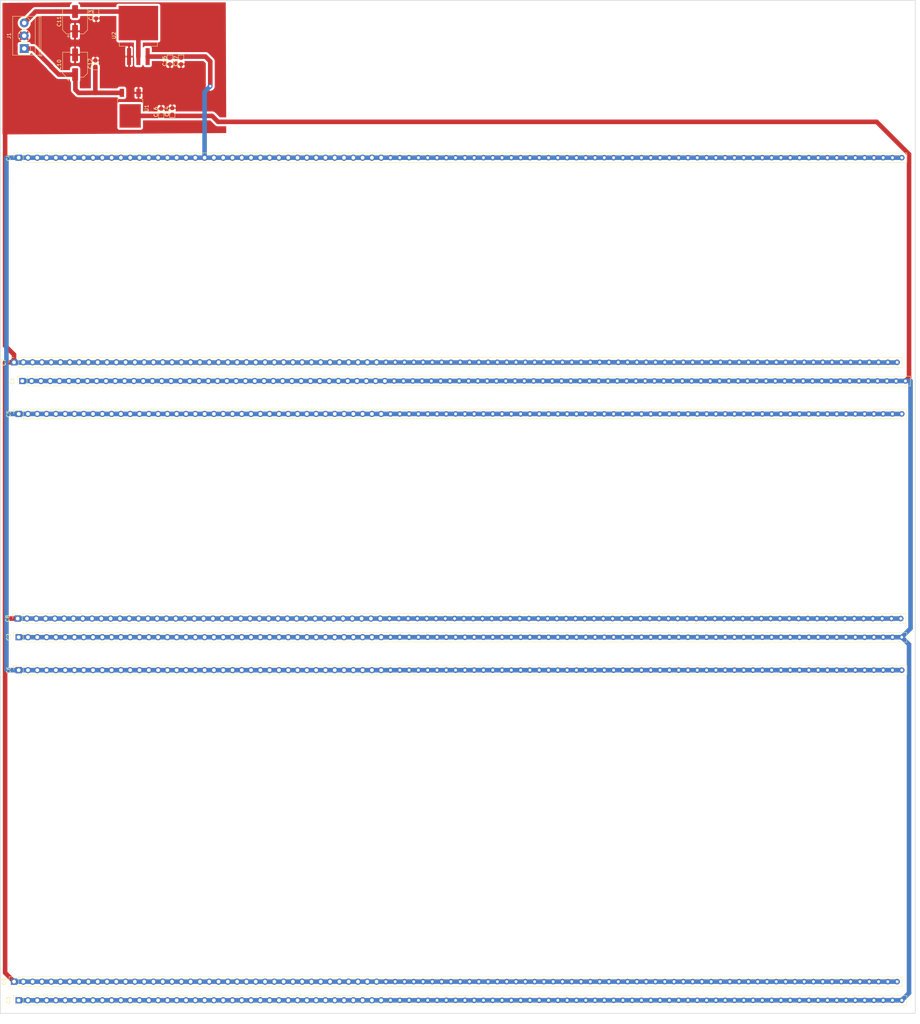
<source format=kicad_pcb>
(kicad_pcb (version 20171130) (host pcbnew 5.1.5+dfsg1-2build2)

  (general
    (thickness 1.6)
    (drawings 9)
    (tracks 75)
    (zones 0)
    (modules 20)
    (nets 6)
  )

  (page User 350.012 350.012)
  (layers
    (0 F.Cu signal)
    (31 B.Cu signal)
    (32 B.Adhes user)
    (33 F.Adhes user)
    (34 B.Paste user)
    (35 F.Paste user)
    (36 B.SilkS user)
    (37 F.SilkS user)
    (38 B.Mask user)
    (39 F.Mask user)
    (40 Dwgs.User user)
    (41 Cmts.User user)
    (42 Eco1.User user)
    (43 Eco2.User user)
    (44 Edge.Cuts user)
    (45 Margin user)
    (46 B.CrtYd user)
    (47 F.CrtYd user)
    (48 B.Fab user)
    (49 F.Fab user)
  )

  (setup
    (last_trace_width 1.25)
    (trace_clearance 0.6)
    (zone_clearance 0.508)
    (zone_45_only yes)
    (trace_min 0.2)
    (via_size 1)
    (via_drill 0.6)
    (via_min_size 0.4)
    (via_min_drill 0.3)
    (uvia_size 0.3)
    (uvia_drill 0.1)
    (uvias_allowed no)
    (uvia_min_size 0.2)
    (uvia_min_drill 0.1)
    (edge_width 0.15)
    (segment_width 0.2)
    (pcb_text_width 0.3)
    (pcb_text_size 1.5 1.5)
    (mod_edge_width 0.15)
    (mod_text_size 1 1)
    (mod_text_width 0.15)
    (pad_size 1.524 1.524)
    (pad_drill 0.762)
    (pad_to_mask_clearance 0.051)
    (solder_mask_min_width 0.25)
    (aux_axis_origin 0 0)
    (grid_origin 270 58)
    (visible_elements FFFFFF7F)
    (pcbplotparams
      (layerselection 0x010fc_ffffffff)
      (usegerberextensions false)
      (usegerberattributes false)
      (usegerberadvancedattributes false)
      (creategerberjobfile false)
      (excludeedgelayer true)
      (linewidth 0.100000)
      (plotframeref false)
      (viasonmask false)
      (mode 1)
      (useauxorigin false)
      (hpglpennumber 1)
      (hpglpenspeed 20)
      (hpglpendiameter 15.000000)
      (psnegative false)
      (psa4output false)
      (plotreference true)
      (plotvalue true)
      (plotinvisibletext false)
      (padsonsilk false)
      (subtractmaskfromsilk false)
      (outputformat 1)
      (mirror false)
      (drillshape 1)
      (scaleselection 1)
      (outputdirectory ""))
  )

  (net 0 "")
  (net 1 +5V)
  (net 2 -5V)
  (net 3 GND)
  (net 4 "Net-(C10-Pad1)")
  (net 5 "Net-(C11-Pad2)")

  (net_class Default "This is the default net class."
    (clearance 0.6)
    (trace_width 1.25)
    (via_dia 1)
    (via_drill 0.6)
    (uvia_dia 0.3)
    (uvia_drill 0.1)
    (add_net +5V)
    (add_net -5V)
    (add_net GND)
    (add_net "Net-(C10-Pad1)")
    (add_net "Net-(C11-Pad2)")
  )

  (module footprint:pbd1x96 locked (layer F.Cu) (tedit 5C926BFF) (tstamp 5C928814)
    (at 26 124 90)
    (descr "Through hole straight socket strip, 1x40, 2.54mm pitch, single row (from Kicad 4.0.7), script generated")
    (tags "Through hole socket strip THT 1x40 2.54mm single row")
    (path /5CAC7F50)
    (fp_text reference C1 (at 0 -2.77 90) (layer F.SilkS)
      (effects (font (size 1 1) (thickness 0.15)))
    )
    (fp_text value Conn_01x96_Female (at 1.18 244.46 90) (layer F.Fab)
      (effects (font (size 1 1) (thickness 0.15)))
    )
    (fp_line (start -1.27 -1.27) (end 0.635 -1.27) (layer F.Fab) (width 0.1))
    (fp_line (start 0.635 -1.27) (end 1.27 -0.635) (layer F.Fab) (width 0.1))
    (fp_line (start 1.27 -0.635) (end 1.23 242.6) (layer F.Fab) (width 0.1))
    (fp_line (start -1.27 100.33) (end -1.27 -1.27) (layer F.Fab) (width 0.1))
    (fp_line (start -1.33 1.27) (end 1.33 1.27) (layer F.SilkS) (width 0.12))
    (fp_line (start -1.33 1.27) (end -1.33 100.39) (layer F.SilkS) (width 0.12))
    (fp_line (start 1.33 1.27) (end 1.3 242.67) (layer F.SilkS) (width 0.12))
    (fp_line (start 1.33 -1.33) (end 1.33 0) (layer F.SilkS) (width 0.12))
    (fp_line (start 0 -1.33) (end 1.33 -1.33) (layer F.SilkS) (width 0.12))
    (fp_line (start -1.8 -1.8) (end 1.75 -1.8) (layer F.CrtYd) (width 0.05))
    (fp_line (start 1.75 -1.8) (end 1.77 243.34) (layer F.CrtYd) (width 0.05))
    (fp_line (start -1.72 243.34) (end -1.8 -1.8) (layer F.CrtYd) (width 0.05))
    (fp_text user %R (at 0 49.53 -180) (layer F.Fab)
      (effects (font (size 1 1) (thickness 0.15)))
    )
    (fp_line (start -1.2954 100.3554) (end -1.2954 146.0754) (layer F.Fab) (width 0.15))
    (fp_line (start -1.33 100.39) (end -1.37 242.67) (layer F.SilkS) (width 0.12))
    (fp_line (start -1.3 146.09) (end -1.28 242.59) (layer F.Fab) (width 0.1))
    (fp_line (start -1.28 242.6) (end 1.22 242.6) (layer F.Fab) (width 0.1))
    (fp_line (start -1.36 242.67) (end 1.3 242.67) (layer F.SilkS) (width 0.12))
    (fp_line (start -1.72 243.35) (end 1.76 243.35) (layer F.CrtYd) (width 0.05))
    (pad 1 thru_hole rect (at 0 0 90) (size 1.7 1.7) (drill 1) (layers *.Cu *.Mask)
      (net 1 +5V))
    (pad 2 thru_hole oval (at 0 2.54 90) (size 1.7 1.7) (drill 1) (layers *.Cu *.Mask)
      (net 1 +5V))
    (pad 3 thru_hole oval (at 0 5.08 90) (size 1.7 1.7) (drill 1) (layers *.Cu *.Mask)
      (net 1 +5V))
    (pad 4 thru_hole oval (at 0 7.62 90) (size 1.7 1.7) (drill 1) (layers *.Cu *.Mask)
      (net 1 +5V))
    (pad 5 thru_hole oval (at 0 10.16 90) (size 1.7 1.7) (drill 1) (layers *.Cu *.Mask)
      (net 1 +5V))
    (pad 6 thru_hole oval (at 0 12.7 90) (size 1.7 1.7) (drill 1) (layers *.Cu *.Mask)
      (net 1 +5V))
    (pad 7 thru_hole oval (at 0 15.24 90) (size 1.7 1.7) (drill 1) (layers *.Cu *.Mask)
      (net 1 +5V))
    (pad 8 thru_hole oval (at 0 17.78 90) (size 1.7 1.7) (drill 1) (layers *.Cu *.Mask)
      (net 1 +5V))
    (pad 9 thru_hole oval (at 0 20.32 90) (size 1.7 1.7) (drill 1) (layers *.Cu *.Mask)
      (net 1 +5V))
    (pad 10 thru_hole oval (at 0 22.86 90) (size 1.7 1.7) (drill 1) (layers *.Cu *.Mask)
      (net 1 +5V))
    (pad 11 thru_hole oval (at 0 25.4 90) (size 1.7 1.7) (drill 1) (layers *.Cu *.Mask)
      (net 1 +5V))
    (pad 12 thru_hole oval (at 0 27.94 90) (size 1.7 1.7) (drill 1) (layers *.Cu *.Mask)
      (net 1 +5V))
    (pad 13 thru_hole oval (at 0 30.48 90) (size 1.7 1.7) (drill 1) (layers *.Cu *.Mask)
      (net 1 +5V))
    (pad 14 thru_hole oval (at 0 33.02 90) (size 1.7 1.7) (drill 1) (layers *.Cu *.Mask)
      (net 1 +5V))
    (pad 15 thru_hole oval (at 0 35.56 90) (size 1.7 1.7) (drill 1) (layers *.Cu *.Mask)
      (net 1 +5V))
    (pad 16 thru_hole oval (at 0 38.1 90) (size 1.7 1.7) (drill 1) (layers *.Cu *.Mask)
      (net 1 +5V))
    (pad 17 thru_hole oval (at 0 40.64 90) (size 1.7 1.7) (drill 1) (layers *.Cu *.Mask)
      (net 1 +5V))
    (pad 18 thru_hole oval (at 0 43.18 90) (size 1.7 1.7) (drill 1) (layers *.Cu *.Mask)
      (net 1 +5V))
    (pad 19 thru_hole oval (at 0 45.72 90) (size 1.7 1.7) (drill 1) (layers *.Cu *.Mask)
      (net 1 +5V))
    (pad 20 thru_hole oval (at 0 48.26 90) (size 1.7 1.7) (drill 1) (layers *.Cu *.Mask)
      (net 1 +5V))
    (pad 21 thru_hole oval (at 0 50.8 90) (size 1.7 1.7) (drill 1) (layers *.Cu *.Mask)
      (net 1 +5V))
    (pad 22 thru_hole oval (at 0 53.34 90) (size 1.7 1.7) (drill 1) (layers *.Cu *.Mask)
      (net 1 +5V))
    (pad 23 thru_hole oval (at 0 55.88 90) (size 1.7 1.7) (drill 1) (layers *.Cu *.Mask)
      (net 1 +5V))
    (pad 24 thru_hole oval (at 0 58.42 90) (size 1.7 1.7) (drill 1) (layers *.Cu *.Mask)
      (net 1 +5V))
    (pad 25 thru_hole oval (at 0 60.96 90) (size 1.7 1.7) (drill 1) (layers *.Cu *.Mask)
      (net 1 +5V))
    (pad 26 thru_hole oval (at 0 63.5 90) (size 1.7 1.7) (drill 1) (layers *.Cu *.Mask)
      (net 1 +5V))
    (pad 27 thru_hole oval (at 0 66.04 90) (size 1.7 1.7) (drill 1) (layers *.Cu *.Mask)
      (net 1 +5V))
    (pad 28 thru_hole oval (at 0 68.58 90) (size 1.7 1.7) (drill 1) (layers *.Cu *.Mask)
      (net 1 +5V))
    (pad 29 thru_hole oval (at 0 71.12 90) (size 1.7 1.7) (drill 1) (layers *.Cu *.Mask)
      (net 1 +5V))
    (pad 30 thru_hole oval (at 0 73.66 90) (size 1.7 1.7) (drill 1) (layers *.Cu *.Mask)
      (net 1 +5V))
    (pad 31 thru_hole oval (at 0 76.2 90) (size 1.7 1.7) (drill 1) (layers *.Cu *.Mask)
      (net 1 +5V))
    (pad 32 thru_hole oval (at 0 78.74 90) (size 1.7 1.7) (drill 1) (layers *.Cu *.Mask)
      (net 1 +5V))
    (pad 33 thru_hole oval (at 0 81.28 90) (size 1.7 1.7) (drill 1) (layers *.Cu *.Mask)
      (net 1 +5V))
    (pad 34 thru_hole oval (at 0 83.82 90) (size 1.7 1.7) (drill 1) (layers *.Cu *.Mask)
      (net 1 +5V))
    (pad 35 thru_hole oval (at 0 86.36 90) (size 1.7 1.7) (drill 1) (layers *.Cu *.Mask)
      (net 1 +5V))
    (pad 36 thru_hole oval (at 0 88.9 90) (size 1.7 1.7) (drill 1) (layers *.Cu *.Mask)
      (net 1 +5V))
    (pad 37 thru_hole oval (at 0 91.44 90) (size 1.7 1.7) (drill 1) (layers *.Cu *.Mask)
      (net 1 +5V))
    (pad 38 thru_hole oval (at 0 93.98 90) (size 1.7 1.7) (drill 1) (layers *.Cu *.Mask)
      (net 1 +5V))
    (pad 39 thru_hole oval (at 0 96.52 90) (size 1.7 1.7) (drill 1) (layers *.Cu *.Mask)
      (net 1 +5V))
    (pad 40 thru_hole oval (at 0 99.06 90) (size 1.7 1.7) (drill 1) (layers *.Cu *.Mask)
      (net 1 +5V))
    (pad 41 thru_hole circle (at 0 101.6 90) (size 1.524 1.524) (drill 0.762) (layers *.Cu *.Mask)
      (net 1 +5V))
    (pad 42 thru_hole circle (at 0 104.14 90) (size 1.524 1.524) (drill 0.762) (layers *.Cu *.Mask)
      (net 1 +5V))
    (pad 43 thru_hole circle (at 0 106.68 90) (size 1.524 1.524) (drill 0.762) (layers *.Cu *.Mask)
      (net 1 +5V))
    (pad 44 thru_hole circle (at 0 109.22 90) (size 1.524 1.524) (drill 0.762) (layers *.Cu *.Mask)
      (net 1 +5V))
    (pad 45 thru_hole circle (at 0 111.76 90) (size 1.524 1.524) (drill 0.762) (layers *.Cu *.Mask)
      (net 1 +5V))
    (pad 46 thru_hole circle (at 0 114.3 90) (size 1.524 1.524) (drill 0.762) (layers *.Cu *.Mask)
      (net 1 +5V))
    (pad 47 thru_hole circle (at 0 116.84 90) (size 1.524 1.524) (drill 0.762) (layers *.Cu *.Mask)
      (net 1 +5V))
    (pad 48 thru_hole circle (at 0 119.38 90) (size 1.524 1.524) (drill 0.762) (layers *.Cu *.Mask)
      (net 1 +5V))
    (pad 49 thru_hole circle (at 0 121.92 90) (size 1.524 1.524) (drill 0.762) (layers *.Cu *.Mask)
      (net 1 +5V))
    (pad 50 thru_hole circle (at 0 124.46 90) (size 1.524 1.524) (drill 0.762) (layers *.Cu *.Mask)
      (net 1 +5V))
    (pad 51 thru_hole circle (at 0 127 90) (size 1.524 1.524) (drill 0.762) (layers *.Cu *.Mask)
      (net 1 +5V))
    (pad 52 thru_hole circle (at 0 129.54 90) (size 1.524 1.524) (drill 0.762) (layers *.Cu *.Mask)
      (net 1 +5V))
    (pad 53 thru_hole circle (at 0 132.08 90) (size 1.524 1.524) (drill 0.762) (layers *.Cu *.Mask)
      (net 1 +5V))
    (pad 54 thru_hole circle (at 0 134.62 90) (size 1.524 1.524) (drill 0.762) (layers *.Cu *.Mask)
      (net 1 +5V))
    (pad 55 thru_hole circle (at 0 137.16 90) (size 1.524 1.524) (drill 0.762) (layers *.Cu *.Mask)
      (net 1 +5V))
    (pad 56 thru_hole circle (at 0 139.7 90) (size 1.524 1.524) (drill 0.762) (layers *.Cu *.Mask)
      (net 1 +5V))
    (pad 57 thru_hole circle (at 0 142.24 90) (size 1.524 1.524) (drill 0.762) (layers *.Cu *.Mask)
      (net 1 +5V))
    (pad 58 thru_hole circle (at 0 144.78 90) (size 1.524 1.524) (drill 0.762) (layers *.Cu *.Mask)
      (net 1 +5V))
    (pad 59 thru_hole circle (at 0 147.32 90) (size 1.524 1.524) (drill 0.762) (layers *.Cu *.Mask)
      (net 1 +5V))
    (pad 60 thru_hole circle (at 0 149.86 90) (size 1.524 1.524) (drill 0.762) (layers *.Cu *.Mask)
      (net 1 +5V))
    (pad 61 thru_hole circle (at 0 152.4 90) (size 1.524 1.524) (drill 0.762) (layers *.Cu *.Mask)
      (net 1 +5V))
    (pad 62 thru_hole circle (at 0 154.94 90) (size 1.524 1.524) (drill 0.762) (layers *.Cu *.Mask)
      (net 1 +5V))
    (pad 63 thru_hole circle (at 0 157.48 90) (size 1.524 1.524) (drill 0.762) (layers *.Cu *.Mask)
      (net 1 +5V))
    (pad 64 thru_hole circle (at 0 160.02 90) (size 1.524 1.524) (drill 0.762) (layers *.Cu *.Mask)
      (net 1 +5V))
    (pad 65 thru_hole circle (at 0 162.56 90) (size 1.524 1.524) (drill 0.762) (layers *.Cu *.Mask)
      (net 1 +5V))
    (pad 66 thru_hole circle (at 0 165.1 90) (size 1.524 1.524) (drill 0.762) (layers *.Cu *.Mask)
      (net 1 +5V))
    (pad 67 thru_hole circle (at 0 167.64 90) (size 1.524 1.524) (drill 0.762) (layers *.Cu *.Mask)
      (net 1 +5V))
    (pad 68 thru_hole circle (at 0 170.18 90) (size 1.524 1.524) (drill 0.762) (layers *.Cu *.Mask)
      (net 1 +5V))
    (pad 69 thru_hole circle (at 0 172.72 90) (size 1.524 1.524) (drill 0.762) (layers *.Cu *.Mask)
      (net 1 +5V))
    (pad 70 thru_hole circle (at 0 175.26 90) (size 1.524 1.524) (drill 0.762) (layers *.Cu *.Mask)
      (net 1 +5V))
    (pad 71 thru_hole circle (at 0 177.8 90) (size 1.524 1.524) (drill 0.762) (layers *.Cu *.Mask)
      (net 1 +5V))
    (pad 72 thru_hole circle (at 0 180.34 90) (size 1.524 1.524) (drill 0.762) (layers *.Cu *.Mask)
      (net 1 +5V))
    (pad 73 thru_hole circle (at 0 182.88 90) (size 1.524 1.524) (drill 0.762) (layers *.Cu *.Mask)
      (net 1 +5V))
    (pad 74 thru_hole circle (at 0 185.42 90) (size 1.524 1.524) (drill 0.762) (layers *.Cu *.Mask)
      (net 1 +5V))
    (pad 75 thru_hole circle (at 0 187.96 90) (size 1.524 1.524) (drill 0.762) (layers *.Cu *.Mask)
      (net 1 +5V))
    (pad 76 thru_hole circle (at 0 190.5 90) (size 1.524 1.524) (drill 0.762) (layers *.Cu *.Mask)
      (net 1 +5V))
    (pad 77 thru_hole circle (at 0 193.04 90) (size 1.524 1.524) (drill 0.762) (layers *.Cu *.Mask)
      (net 1 +5V))
    (pad 78 thru_hole circle (at 0 195.58 90) (size 1.524 1.524) (drill 0.762) (layers *.Cu *.Mask)
      (net 1 +5V))
    (pad 79 thru_hole circle (at 0 198.12 90) (size 1.524 1.524) (drill 0.762) (layers *.Cu *.Mask)
      (net 1 +5V))
    (pad 80 thru_hole circle (at 0 200.66 90) (size 1.524 1.524) (drill 0.762) (layers *.Cu *.Mask)
      (net 1 +5V))
    (pad 81 thru_hole circle (at 0 203.2 90) (size 1.524 1.524) (drill 0.762) (layers *.Cu *.Mask)
      (net 1 +5V))
    (pad 82 thru_hole circle (at 0 205.74 90) (size 1.524 1.524) (drill 0.762) (layers *.Cu *.Mask)
      (net 1 +5V))
    (pad 83 thru_hole circle (at 0 208.28 90) (size 1.524 1.524) (drill 0.762) (layers *.Cu *.Mask)
      (net 1 +5V))
    (pad 84 thru_hole circle (at 0 210.82 90) (size 1.524 1.524) (drill 0.762) (layers *.Cu *.Mask)
      (net 1 +5V))
    (pad 85 thru_hole circle (at 0 213.36 90) (size 1.524 1.524) (drill 0.762) (layers *.Cu *.Mask)
      (net 1 +5V))
    (pad 86 thru_hole circle (at 0 215.9 90) (size 1.524 1.524) (drill 0.762) (layers *.Cu *.Mask)
      (net 1 +5V))
    (pad 87 thru_hole circle (at 0 218.44 90) (size 1.524 1.524) (drill 0.762) (layers *.Cu *.Mask)
      (net 1 +5V))
    (pad 88 thru_hole circle (at 0 220.98 90) (size 1.524 1.524) (drill 0.762) (layers *.Cu *.Mask)
      (net 1 +5V))
    (pad 89 thru_hole circle (at 0 223.52 90) (size 1.524 1.524) (drill 0.762) (layers *.Cu *.Mask)
      (net 1 +5V))
    (pad 90 thru_hole circle (at 0 226.06 90) (size 1.524 1.524) (drill 0.762) (layers *.Cu *.Mask)
      (net 1 +5V))
    (pad 91 thru_hole circle (at 0 228.6 90) (size 1.524 1.524) (drill 0.762) (layers *.Cu *.Mask)
      (net 1 +5V))
    (pad 92 thru_hole circle (at 0 231.14 90) (size 1.524 1.524) (drill 0.762) (layers *.Cu *.Mask)
      (net 1 +5V))
    (pad 93 thru_hole circle (at 0 233.68 90) (size 1.524 1.524) (drill 0.762) (layers *.Cu *.Mask)
      (net 1 +5V))
    (pad 94 thru_hole circle (at 0 236.22 90) (size 1.524 1.524) (drill 0.762) (layers *.Cu *.Mask)
      (net 1 +5V))
    (pad 95 thru_hole circle (at 0 238.76 90) (size 1.524 1.524) (drill 0.762) (layers *.Cu *.Mask)
      (net 1 +5V))
    (pad 96 thru_hole circle (at 0 241.3 90) (size 1.524 1.524) (drill 0.762) (layers *.Cu *.Mask)
      (net 1 +5V))
    (model ${KIPRJMOD}/../library/footprint/3D/PinSocket_1x96_P2.54mm_Vertical.step
      (offset (xyz 0 -142.2 0))
      (scale (xyz 1 1 1))
      (rotate (xyz 0 0 0))
    )
  )

  (module footprint:pbd1x96 locked (layer F.Cu) (tedit 5C926BFF) (tstamp 5C92888B)
    (at 25 194 90)
    (descr "Through hole straight socket strip, 1x40, 2.54mm pitch, single row (from Kicad 4.0.7), script generated")
    (tags "Through hole socket strip THT 1x40 2.54mm single row")
    (path /5CAC80CA)
    (fp_text reference C2 (at 0 -2.77 90) (layer F.SilkS)
      (effects (font (size 1 1) (thickness 0.15)))
    )
    (fp_text value Conn_01x96_Female (at 1.18 244.46 90) (layer F.Fab)
      (effects (font (size 1 1) (thickness 0.15)))
    )
    (fp_line (start -1.72 243.35) (end 1.76 243.35) (layer F.CrtYd) (width 0.05))
    (fp_line (start -1.36 242.67) (end 1.3 242.67) (layer F.SilkS) (width 0.12))
    (fp_line (start -1.28 242.6) (end 1.22 242.6) (layer F.Fab) (width 0.1))
    (fp_line (start -1.3 146.09) (end -1.28 242.59) (layer F.Fab) (width 0.1))
    (fp_line (start -1.33 100.39) (end -1.37 242.67) (layer F.SilkS) (width 0.12))
    (fp_line (start -1.2954 100.3554) (end -1.2954 146.0754) (layer F.Fab) (width 0.15))
    (fp_text user %R (at 0 49.53 -180) (layer F.Fab)
      (effects (font (size 1 1) (thickness 0.15)))
    )
    (fp_line (start -1.72 243.34) (end -1.8 -1.8) (layer F.CrtYd) (width 0.05))
    (fp_line (start 1.75 -1.8) (end 1.77 243.34) (layer F.CrtYd) (width 0.05))
    (fp_line (start -1.8 -1.8) (end 1.75 -1.8) (layer F.CrtYd) (width 0.05))
    (fp_line (start 0 -1.33) (end 1.33 -1.33) (layer F.SilkS) (width 0.12))
    (fp_line (start 1.33 -1.33) (end 1.33 0) (layer F.SilkS) (width 0.12))
    (fp_line (start 1.33 1.27) (end 1.3 242.67) (layer F.SilkS) (width 0.12))
    (fp_line (start -1.33 1.27) (end -1.33 100.39) (layer F.SilkS) (width 0.12))
    (fp_line (start -1.33 1.27) (end 1.33 1.27) (layer F.SilkS) (width 0.12))
    (fp_line (start -1.27 100.33) (end -1.27 -1.27) (layer F.Fab) (width 0.1))
    (fp_line (start 1.27 -0.635) (end 1.23 242.6) (layer F.Fab) (width 0.1))
    (fp_line (start 0.635 -1.27) (end 1.27 -0.635) (layer F.Fab) (width 0.1))
    (fp_line (start -1.27 -1.27) (end 0.635 -1.27) (layer F.Fab) (width 0.1))
    (pad 96 thru_hole circle (at 0 241.3 90) (size 1.524 1.524) (drill 0.762) (layers *.Cu *.Mask)
      (net 1 +5V))
    (pad 95 thru_hole circle (at 0 238.76 90) (size 1.524 1.524) (drill 0.762) (layers *.Cu *.Mask)
      (net 1 +5V))
    (pad 94 thru_hole circle (at 0 236.22 90) (size 1.524 1.524) (drill 0.762) (layers *.Cu *.Mask)
      (net 1 +5V))
    (pad 93 thru_hole circle (at 0 233.68 90) (size 1.524 1.524) (drill 0.762) (layers *.Cu *.Mask)
      (net 1 +5V))
    (pad 92 thru_hole circle (at 0 231.14 90) (size 1.524 1.524) (drill 0.762) (layers *.Cu *.Mask)
      (net 1 +5V))
    (pad 91 thru_hole circle (at 0 228.6 90) (size 1.524 1.524) (drill 0.762) (layers *.Cu *.Mask)
      (net 1 +5V))
    (pad 90 thru_hole circle (at 0 226.06 90) (size 1.524 1.524) (drill 0.762) (layers *.Cu *.Mask)
      (net 1 +5V))
    (pad 89 thru_hole circle (at 0 223.52 90) (size 1.524 1.524) (drill 0.762) (layers *.Cu *.Mask)
      (net 1 +5V))
    (pad 88 thru_hole circle (at 0 220.98 90) (size 1.524 1.524) (drill 0.762) (layers *.Cu *.Mask)
      (net 1 +5V))
    (pad 87 thru_hole circle (at 0 218.44 90) (size 1.524 1.524) (drill 0.762) (layers *.Cu *.Mask)
      (net 1 +5V))
    (pad 86 thru_hole circle (at 0 215.9 90) (size 1.524 1.524) (drill 0.762) (layers *.Cu *.Mask)
      (net 1 +5V))
    (pad 85 thru_hole circle (at 0 213.36 90) (size 1.524 1.524) (drill 0.762) (layers *.Cu *.Mask)
      (net 1 +5V))
    (pad 84 thru_hole circle (at 0 210.82 90) (size 1.524 1.524) (drill 0.762) (layers *.Cu *.Mask)
      (net 1 +5V))
    (pad 83 thru_hole circle (at 0 208.28 90) (size 1.524 1.524) (drill 0.762) (layers *.Cu *.Mask)
      (net 1 +5V))
    (pad 82 thru_hole circle (at 0 205.74 90) (size 1.524 1.524) (drill 0.762) (layers *.Cu *.Mask)
      (net 1 +5V))
    (pad 81 thru_hole circle (at 0 203.2 90) (size 1.524 1.524) (drill 0.762) (layers *.Cu *.Mask)
      (net 1 +5V))
    (pad 80 thru_hole circle (at 0 200.66 90) (size 1.524 1.524) (drill 0.762) (layers *.Cu *.Mask)
      (net 1 +5V))
    (pad 79 thru_hole circle (at 0 198.12 90) (size 1.524 1.524) (drill 0.762) (layers *.Cu *.Mask)
      (net 1 +5V))
    (pad 78 thru_hole circle (at 0 195.58 90) (size 1.524 1.524) (drill 0.762) (layers *.Cu *.Mask)
      (net 1 +5V))
    (pad 77 thru_hole circle (at 0 193.04 90) (size 1.524 1.524) (drill 0.762) (layers *.Cu *.Mask)
      (net 1 +5V))
    (pad 76 thru_hole circle (at 0 190.5 90) (size 1.524 1.524) (drill 0.762) (layers *.Cu *.Mask)
      (net 1 +5V))
    (pad 75 thru_hole circle (at 0 187.96 90) (size 1.524 1.524) (drill 0.762) (layers *.Cu *.Mask)
      (net 1 +5V))
    (pad 74 thru_hole circle (at 0 185.42 90) (size 1.524 1.524) (drill 0.762) (layers *.Cu *.Mask)
      (net 1 +5V))
    (pad 73 thru_hole circle (at 0 182.88 90) (size 1.524 1.524) (drill 0.762) (layers *.Cu *.Mask)
      (net 1 +5V))
    (pad 72 thru_hole circle (at 0 180.34 90) (size 1.524 1.524) (drill 0.762) (layers *.Cu *.Mask)
      (net 1 +5V))
    (pad 71 thru_hole circle (at 0 177.8 90) (size 1.524 1.524) (drill 0.762) (layers *.Cu *.Mask)
      (net 1 +5V))
    (pad 70 thru_hole circle (at 0 175.26 90) (size 1.524 1.524) (drill 0.762) (layers *.Cu *.Mask)
      (net 1 +5V))
    (pad 69 thru_hole circle (at 0 172.72 90) (size 1.524 1.524) (drill 0.762) (layers *.Cu *.Mask)
      (net 1 +5V))
    (pad 68 thru_hole circle (at 0 170.18 90) (size 1.524 1.524) (drill 0.762) (layers *.Cu *.Mask)
      (net 1 +5V))
    (pad 67 thru_hole circle (at 0 167.64 90) (size 1.524 1.524) (drill 0.762) (layers *.Cu *.Mask)
      (net 1 +5V))
    (pad 66 thru_hole circle (at 0 165.1 90) (size 1.524 1.524) (drill 0.762) (layers *.Cu *.Mask)
      (net 1 +5V))
    (pad 65 thru_hole circle (at 0 162.56 90) (size 1.524 1.524) (drill 0.762) (layers *.Cu *.Mask)
      (net 1 +5V))
    (pad 64 thru_hole circle (at 0 160.02 90) (size 1.524 1.524) (drill 0.762) (layers *.Cu *.Mask)
      (net 1 +5V))
    (pad 63 thru_hole circle (at 0 157.48 90) (size 1.524 1.524) (drill 0.762) (layers *.Cu *.Mask)
      (net 1 +5V))
    (pad 62 thru_hole circle (at 0 154.94 90) (size 1.524 1.524) (drill 0.762) (layers *.Cu *.Mask)
      (net 1 +5V))
    (pad 61 thru_hole circle (at 0 152.4 90) (size 1.524 1.524) (drill 0.762) (layers *.Cu *.Mask)
      (net 1 +5V))
    (pad 60 thru_hole circle (at 0 149.86 90) (size 1.524 1.524) (drill 0.762) (layers *.Cu *.Mask)
      (net 1 +5V))
    (pad 59 thru_hole circle (at 0 147.32 90) (size 1.524 1.524) (drill 0.762) (layers *.Cu *.Mask)
      (net 1 +5V))
    (pad 58 thru_hole circle (at 0 144.78 90) (size 1.524 1.524) (drill 0.762) (layers *.Cu *.Mask)
      (net 1 +5V))
    (pad 57 thru_hole circle (at 0 142.24 90) (size 1.524 1.524) (drill 0.762) (layers *.Cu *.Mask)
      (net 1 +5V))
    (pad 56 thru_hole circle (at 0 139.7 90) (size 1.524 1.524) (drill 0.762) (layers *.Cu *.Mask)
      (net 1 +5V))
    (pad 55 thru_hole circle (at 0 137.16 90) (size 1.524 1.524) (drill 0.762) (layers *.Cu *.Mask)
      (net 1 +5V))
    (pad 54 thru_hole circle (at 0 134.62 90) (size 1.524 1.524) (drill 0.762) (layers *.Cu *.Mask)
      (net 1 +5V))
    (pad 53 thru_hole circle (at 0 132.08 90) (size 1.524 1.524) (drill 0.762) (layers *.Cu *.Mask)
      (net 1 +5V))
    (pad 52 thru_hole circle (at 0 129.54 90) (size 1.524 1.524) (drill 0.762) (layers *.Cu *.Mask)
      (net 1 +5V))
    (pad 51 thru_hole circle (at 0 127 90) (size 1.524 1.524) (drill 0.762) (layers *.Cu *.Mask)
      (net 1 +5V))
    (pad 50 thru_hole circle (at 0 124.46 90) (size 1.524 1.524) (drill 0.762) (layers *.Cu *.Mask)
      (net 1 +5V))
    (pad 49 thru_hole circle (at 0 121.92 90) (size 1.524 1.524) (drill 0.762) (layers *.Cu *.Mask)
      (net 1 +5V))
    (pad 48 thru_hole circle (at 0 119.38 90) (size 1.524 1.524) (drill 0.762) (layers *.Cu *.Mask)
      (net 1 +5V))
    (pad 47 thru_hole circle (at 0 116.84 90) (size 1.524 1.524) (drill 0.762) (layers *.Cu *.Mask)
      (net 1 +5V))
    (pad 46 thru_hole circle (at 0 114.3 90) (size 1.524 1.524) (drill 0.762) (layers *.Cu *.Mask)
      (net 1 +5V))
    (pad 45 thru_hole circle (at 0 111.76 90) (size 1.524 1.524) (drill 0.762) (layers *.Cu *.Mask)
      (net 1 +5V))
    (pad 44 thru_hole circle (at 0 109.22 90) (size 1.524 1.524) (drill 0.762) (layers *.Cu *.Mask)
      (net 1 +5V))
    (pad 43 thru_hole circle (at 0 106.68 90) (size 1.524 1.524) (drill 0.762) (layers *.Cu *.Mask)
      (net 1 +5V))
    (pad 42 thru_hole circle (at 0 104.14 90) (size 1.524 1.524) (drill 0.762) (layers *.Cu *.Mask)
      (net 1 +5V))
    (pad 41 thru_hole circle (at 0 101.6 90) (size 1.524 1.524) (drill 0.762) (layers *.Cu *.Mask)
      (net 1 +5V))
    (pad 40 thru_hole oval (at 0 99.06 90) (size 1.7 1.7) (drill 1) (layers *.Cu *.Mask)
      (net 1 +5V))
    (pad 39 thru_hole oval (at 0 96.52 90) (size 1.7 1.7) (drill 1) (layers *.Cu *.Mask)
      (net 1 +5V))
    (pad 38 thru_hole oval (at 0 93.98 90) (size 1.7 1.7) (drill 1) (layers *.Cu *.Mask)
      (net 1 +5V))
    (pad 37 thru_hole oval (at 0 91.44 90) (size 1.7 1.7) (drill 1) (layers *.Cu *.Mask)
      (net 1 +5V))
    (pad 36 thru_hole oval (at 0 88.9 90) (size 1.7 1.7) (drill 1) (layers *.Cu *.Mask)
      (net 1 +5V))
    (pad 35 thru_hole oval (at 0 86.36 90) (size 1.7 1.7) (drill 1) (layers *.Cu *.Mask)
      (net 1 +5V))
    (pad 34 thru_hole oval (at 0 83.82 90) (size 1.7 1.7) (drill 1) (layers *.Cu *.Mask)
      (net 1 +5V))
    (pad 33 thru_hole oval (at 0 81.28 90) (size 1.7 1.7) (drill 1) (layers *.Cu *.Mask)
      (net 1 +5V))
    (pad 32 thru_hole oval (at 0 78.74 90) (size 1.7 1.7) (drill 1) (layers *.Cu *.Mask)
      (net 1 +5V))
    (pad 31 thru_hole oval (at 0 76.2 90) (size 1.7 1.7) (drill 1) (layers *.Cu *.Mask)
      (net 1 +5V))
    (pad 30 thru_hole oval (at 0 73.66 90) (size 1.7 1.7) (drill 1) (layers *.Cu *.Mask)
      (net 1 +5V))
    (pad 29 thru_hole oval (at 0 71.12 90) (size 1.7 1.7) (drill 1) (layers *.Cu *.Mask)
      (net 1 +5V))
    (pad 28 thru_hole oval (at 0 68.58 90) (size 1.7 1.7) (drill 1) (layers *.Cu *.Mask)
      (net 1 +5V))
    (pad 27 thru_hole oval (at 0 66.04 90) (size 1.7 1.7) (drill 1) (layers *.Cu *.Mask)
      (net 1 +5V))
    (pad 26 thru_hole oval (at 0 63.5 90) (size 1.7 1.7) (drill 1) (layers *.Cu *.Mask)
      (net 1 +5V))
    (pad 25 thru_hole oval (at 0 60.96 90) (size 1.7 1.7) (drill 1) (layers *.Cu *.Mask)
      (net 1 +5V))
    (pad 24 thru_hole oval (at 0 58.42 90) (size 1.7 1.7) (drill 1) (layers *.Cu *.Mask)
      (net 1 +5V))
    (pad 23 thru_hole oval (at 0 55.88 90) (size 1.7 1.7) (drill 1) (layers *.Cu *.Mask)
      (net 1 +5V))
    (pad 22 thru_hole oval (at 0 53.34 90) (size 1.7 1.7) (drill 1) (layers *.Cu *.Mask)
      (net 1 +5V))
    (pad 21 thru_hole oval (at 0 50.8 90) (size 1.7 1.7) (drill 1) (layers *.Cu *.Mask)
      (net 1 +5V))
    (pad 20 thru_hole oval (at 0 48.26 90) (size 1.7 1.7) (drill 1) (layers *.Cu *.Mask)
      (net 1 +5V))
    (pad 19 thru_hole oval (at 0 45.72 90) (size 1.7 1.7) (drill 1) (layers *.Cu *.Mask)
      (net 1 +5V))
    (pad 18 thru_hole oval (at 0 43.18 90) (size 1.7 1.7) (drill 1) (layers *.Cu *.Mask)
      (net 1 +5V))
    (pad 17 thru_hole oval (at 0 40.64 90) (size 1.7 1.7) (drill 1) (layers *.Cu *.Mask)
      (net 1 +5V))
    (pad 16 thru_hole oval (at 0 38.1 90) (size 1.7 1.7) (drill 1) (layers *.Cu *.Mask)
      (net 1 +5V))
    (pad 15 thru_hole oval (at 0 35.56 90) (size 1.7 1.7) (drill 1) (layers *.Cu *.Mask)
      (net 1 +5V))
    (pad 14 thru_hole oval (at 0 33.02 90) (size 1.7 1.7) (drill 1) (layers *.Cu *.Mask)
      (net 1 +5V))
    (pad 13 thru_hole oval (at 0 30.48 90) (size 1.7 1.7) (drill 1) (layers *.Cu *.Mask)
      (net 1 +5V))
    (pad 12 thru_hole oval (at 0 27.94 90) (size 1.7 1.7) (drill 1) (layers *.Cu *.Mask)
      (net 1 +5V))
    (pad 11 thru_hole oval (at 0 25.4 90) (size 1.7 1.7) (drill 1) (layers *.Cu *.Mask)
      (net 1 +5V))
    (pad 10 thru_hole oval (at 0 22.86 90) (size 1.7 1.7) (drill 1) (layers *.Cu *.Mask)
      (net 1 +5V))
    (pad 9 thru_hole oval (at 0 20.32 90) (size 1.7 1.7) (drill 1) (layers *.Cu *.Mask)
      (net 1 +5V))
    (pad 8 thru_hole oval (at 0 17.78 90) (size 1.7 1.7) (drill 1) (layers *.Cu *.Mask)
      (net 1 +5V))
    (pad 7 thru_hole oval (at 0 15.24 90) (size 1.7 1.7) (drill 1) (layers *.Cu *.Mask)
      (net 1 +5V))
    (pad 6 thru_hole oval (at 0 12.7 90) (size 1.7 1.7) (drill 1) (layers *.Cu *.Mask)
      (net 1 +5V))
    (pad 5 thru_hole oval (at 0 10.16 90) (size 1.7 1.7) (drill 1) (layers *.Cu *.Mask)
      (net 1 +5V))
    (pad 4 thru_hole oval (at 0 7.62 90) (size 1.7 1.7) (drill 1) (layers *.Cu *.Mask)
      (net 1 +5V))
    (pad 3 thru_hole oval (at 0 5.08 90) (size 1.7 1.7) (drill 1) (layers *.Cu *.Mask)
      (net 1 +5V))
    (pad 2 thru_hole oval (at 0 2.54 90) (size 1.7 1.7) (drill 1) (layers *.Cu *.Mask)
      (net 1 +5V))
    (pad 1 thru_hole rect (at 0 0 90) (size 1.7 1.7) (drill 1) (layers *.Cu *.Mask)
      (net 1 +5V))
    (model ${KIPRJMOD}/../library/footprint/3D/PinSocket_1x96_P2.54mm_Vertical.step
      (offset (xyz 0 -142.2 0))
      (scale (xyz 1 1 1))
      (rotate (xyz 0 0 0))
    )
  )

  (module footprint:pbd1x96 locked (layer F.Cu) (tedit 5C926BFF) (tstamp 5C928902)
    (at 25 293.19 90)
    (descr "Through hole straight socket strip, 1x40, 2.54mm pitch, single row (from Kicad 4.0.7), script generated")
    (tags "Through hole socket strip THT 1x40 2.54mm single row")
    (path /5CAC81C7)
    (fp_text reference C3 (at 0 -2.77 90) (layer F.SilkS)
      (effects (font (size 1 1) (thickness 0.15)))
    )
    (fp_text value Conn_01x96_Female (at 1.18 244.46 90) (layer F.Fab)
      (effects (font (size 1 1) (thickness 0.15)))
    )
    (fp_line (start -1.27 -1.27) (end 0.635 -1.27) (layer F.Fab) (width 0.1))
    (fp_line (start 0.635 -1.27) (end 1.27 -0.635) (layer F.Fab) (width 0.1))
    (fp_line (start 1.27 -0.635) (end 1.23 242.6) (layer F.Fab) (width 0.1))
    (fp_line (start -1.27 100.33) (end -1.27 -1.27) (layer F.Fab) (width 0.1))
    (fp_line (start -1.33 1.27) (end 1.33 1.27) (layer F.SilkS) (width 0.12))
    (fp_line (start -1.33 1.27) (end -1.33 100.39) (layer F.SilkS) (width 0.12))
    (fp_line (start 1.33 1.27) (end 1.3 242.67) (layer F.SilkS) (width 0.12))
    (fp_line (start 1.33 -1.33) (end 1.33 0) (layer F.SilkS) (width 0.12))
    (fp_line (start 0 -1.33) (end 1.33 -1.33) (layer F.SilkS) (width 0.12))
    (fp_line (start -1.8 -1.8) (end 1.75 -1.8) (layer F.CrtYd) (width 0.05))
    (fp_line (start 1.75 -1.8) (end 1.77 243.34) (layer F.CrtYd) (width 0.05))
    (fp_line (start -1.72 243.34) (end -1.8 -1.8) (layer F.CrtYd) (width 0.05))
    (fp_text user %R (at 0 49.53 -180) (layer F.Fab)
      (effects (font (size 1 1) (thickness 0.15)))
    )
    (fp_line (start -1.2954 100.3554) (end -1.2954 146.0754) (layer F.Fab) (width 0.15))
    (fp_line (start -1.33 100.39) (end -1.37 242.67) (layer F.SilkS) (width 0.12))
    (fp_line (start -1.3 146.09) (end -1.28 242.59) (layer F.Fab) (width 0.1))
    (fp_line (start -1.28 242.6) (end 1.22 242.6) (layer F.Fab) (width 0.1))
    (fp_line (start -1.36 242.67) (end 1.3 242.67) (layer F.SilkS) (width 0.12))
    (fp_line (start -1.72 243.35) (end 1.76 243.35) (layer F.CrtYd) (width 0.05))
    (pad 1 thru_hole rect (at 0 0 90) (size 1.7 1.7) (drill 1) (layers *.Cu *.Mask)
      (net 1 +5V))
    (pad 2 thru_hole oval (at 0 2.54 90) (size 1.7 1.7) (drill 1) (layers *.Cu *.Mask)
      (net 1 +5V))
    (pad 3 thru_hole oval (at 0 5.08 90) (size 1.7 1.7) (drill 1) (layers *.Cu *.Mask)
      (net 1 +5V))
    (pad 4 thru_hole oval (at 0 7.62 90) (size 1.7 1.7) (drill 1) (layers *.Cu *.Mask)
      (net 1 +5V))
    (pad 5 thru_hole oval (at 0 10.16 90) (size 1.7 1.7) (drill 1) (layers *.Cu *.Mask)
      (net 1 +5V))
    (pad 6 thru_hole oval (at 0 12.7 90) (size 1.7 1.7) (drill 1) (layers *.Cu *.Mask)
      (net 1 +5V))
    (pad 7 thru_hole oval (at 0 15.24 90) (size 1.7 1.7) (drill 1) (layers *.Cu *.Mask)
      (net 1 +5V))
    (pad 8 thru_hole oval (at 0 17.78 90) (size 1.7 1.7) (drill 1) (layers *.Cu *.Mask)
      (net 1 +5V))
    (pad 9 thru_hole oval (at 0 20.32 90) (size 1.7 1.7) (drill 1) (layers *.Cu *.Mask)
      (net 1 +5V))
    (pad 10 thru_hole oval (at 0 22.86 90) (size 1.7 1.7) (drill 1) (layers *.Cu *.Mask)
      (net 1 +5V))
    (pad 11 thru_hole oval (at 0 25.4 90) (size 1.7 1.7) (drill 1) (layers *.Cu *.Mask)
      (net 1 +5V))
    (pad 12 thru_hole oval (at 0 27.94 90) (size 1.7 1.7) (drill 1) (layers *.Cu *.Mask)
      (net 1 +5V))
    (pad 13 thru_hole oval (at 0 30.48 90) (size 1.7 1.7) (drill 1) (layers *.Cu *.Mask)
      (net 1 +5V))
    (pad 14 thru_hole oval (at 0 33.02 90) (size 1.7 1.7) (drill 1) (layers *.Cu *.Mask)
      (net 1 +5V))
    (pad 15 thru_hole oval (at 0 35.56 90) (size 1.7 1.7) (drill 1) (layers *.Cu *.Mask)
      (net 1 +5V))
    (pad 16 thru_hole oval (at 0 38.1 90) (size 1.7 1.7) (drill 1) (layers *.Cu *.Mask)
      (net 1 +5V))
    (pad 17 thru_hole oval (at 0 40.64 90) (size 1.7 1.7) (drill 1) (layers *.Cu *.Mask)
      (net 1 +5V))
    (pad 18 thru_hole oval (at 0 43.18 90) (size 1.7 1.7) (drill 1) (layers *.Cu *.Mask)
      (net 1 +5V))
    (pad 19 thru_hole oval (at 0 45.72 90) (size 1.7 1.7) (drill 1) (layers *.Cu *.Mask)
      (net 1 +5V))
    (pad 20 thru_hole oval (at 0 48.26 90) (size 1.7 1.7) (drill 1) (layers *.Cu *.Mask)
      (net 1 +5V))
    (pad 21 thru_hole oval (at 0 50.8 90) (size 1.7 1.7) (drill 1) (layers *.Cu *.Mask)
      (net 1 +5V))
    (pad 22 thru_hole oval (at 0 53.34 90) (size 1.7 1.7) (drill 1) (layers *.Cu *.Mask)
      (net 1 +5V))
    (pad 23 thru_hole oval (at 0 55.88 90) (size 1.7 1.7) (drill 1) (layers *.Cu *.Mask)
      (net 1 +5V))
    (pad 24 thru_hole oval (at 0 58.42 90) (size 1.7 1.7) (drill 1) (layers *.Cu *.Mask)
      (net 1 +5V))
    (pad 25 thru_hole oval (at 0 60.96 90) (size 1.7 1.7) (drill 1) (layers *.Cu *.Mask)
      (net 1 +5V))
    (pad 26 thru_hole oval (at 0 63.5 90) (size 1.7 1.7) (drill 1) (layers *.Cu *.Mask)
      (net 1 +5V))
    (pad 27 thru_hole oval (at 0 66.04 90) (size 1.7 1.7) (drill 1) (layers *.Cu *.Mask)
      (net 1 +5V))
    (pad 28 thru_hole oval (at 0 68.58 90) (size 1.7 1.7) (drill 1) (layers *.Cu *.Mask)
      (net 1 +5V))
    (pad 29 thru_hole oval (at 0 71.12 90) (size 1.7 1.7) (drill 1) (layers *.Cu *.Mask)
      (net 1 +5V))
    (pad 30 thru_hole oval (at 0 73.66 90) (size 1.7 1.7) (drill 1) (layers *.Cu *.Mask)
      (net 1 +5V))
    (pad 31 thru_hole oval (at 0 76.2 90) (size 1.7 1.7) (drill 1) (layers *.Cu *.Mask)
      (net 1 +5V))
    (pad 32 thru_hole oval (at 0 78.74 90) (size 1.7 1.7) (drill 1) (layers *.Cu *.Mask)
      (net 1 +5V))
    (pad 33 thru_hole oval (at 0 81.28 90) (size 1.7 1.7) (drill 1) (layers *.Cu *.Mask)
      (net 1 +5V))
    (pad 34 thru_hole oval (at 0 83.82 90) (size 1.7 1.7) (drill 1) (layers *.Cu *.Mask)
      (net 1 +5V))
    (pad 35 thru_hole oval (at 0 86.36 90) (size 1.7 1.7) (drill 1) (layers *.Cu *.Mask)
      (net 1 +5V))
    (pad 36 thru_hole oval (at 0 88.9 90) (size 1.7 1.7) (drill 1) (layers *.Cu *.Mask)
      (net 1 +5V))
    (pad 37 thru_hole oval (at 0 91.44 90) (size 1.7 1.7) (drill 1) (layers *.Cu *.Mask)
      (net 1 +5V))
    (pad 38 thru_hole oval (at 0 93.98 90) (size 1.7 1.7) (drill 1) (layers *.Cu *.Mask)
      (net 1 +5V))
    (pad 39 thru_hole oval (at 0 96.52 90) (size 1.7 1.7) (drill 1) (layers *.Cu *.Mask)
      (net 1 +5V))
    (pad 40 thru_hole oval (at 0 99.06 90) (size 1.7 1.7) (drill 1) (layers *.Cu *.Mask)
      (net 1 +5V))
    (pad 41 thru_hole circle (at 0 101.6 90) (size 1.524 1.524) (drill 0.762) (layers *.Cu *.Mask)
      (net 1 +5V))
    (pad 42 thru_hole circle (at 0 104.14 90) (size 1.524 1.524) (drill 0.762) (layers *.Cu *.Mask)
      (net 1 +5V))
    (pad 43 thru_hole circle (at 0 106.68 90) (size 1.524 1.524) (drill 0.762) (layers *.Cu *.Mask)
      (net 1 +5V))
    (pad 44 thru_hole circle (at 0 109.22 90) (size 1.524 1.524) (drill 0.762) (layers *.Cu *.Mask)
      (net 1 +5V))
    (pad 45 thru_hole circle (at 0 111.76 90) (size 1.524 1.524) (drill 0.762) (layers *.Cu *.Mask)
      (net 1 +5V))
    (pad 46 thru_hole circle (at 0 114.3 90) (size 1.524 1.524) (drill 0.762) (layers *.Cu *.Mask)
      (net 1 +5V))
    (pad 47 thru_hole circle (at 0 116.84 90) (size 1.524 1.524) (drill 0.762) (layers *.Cu *.Mask)
      (net 1 +5V))
    (pad 48 thru_hole circle (at 0 119.38 90) (size 1.524 1.524) (drill 0.762) (layers *.Cu *.Mask)
      (net 1 +5V))
    (pad 49 thru_hole circle (at 0 121.92 90) (size 1.524 1.524) (drill 0.762) (layers *.Cu *.Mask)
      (net 1 +5V))
    (pad 50 thru_hole circle (at 0 124.46 90) (size 1.524 1.524) (drill 0.762) (layers *.Cu *.Mask)
      (net 1 +5V))
    (pad 51 thru_hole circle (at 0 127 90) (size 1.524 1.524) (drill 0.762) (layers *.Cu *.Mask)
      (net 1 +5V))
    (pad 52 thru_hole circle (at 0 129.54 90) (size 1.524 1.524) (drill 0.762) (layers *.Cu *.Mask)
      (net 1 +5V))
    (pad 53 thru_hole circle (at 0 132.08 90) (size 1.524 1.524) (drill 0.762) (layers *.Cu *.Mask)
      (net 1 +5V))
    (pad 54 thru_hole circle (at 0 134.62 90) (size 1.524 1.524) (drill 0.762) (layers *.Cu *.Mask)
      (net 1 +5V))
    (pad 55 thru_hole circle (at 0 137.16 90) (size 1.524 1.524) (drill 0.762) (layers *.Cu *.Mask)
      (net 1 +5V))
    (pad 56 thru_hole circle (at 0 139.7 90) (size 1.524 1.524) (drill 0.762) (layers *.Cu *.Mask)
      (net 1 +5V))
    (pad 57 thru_hole circle (at 0 142.24 90) (size 1.524 1.524) (drill 0.762) (layers *.Cu *.Mask)
      (net 1 +5V))
    (pad 58 thru_hole circle (at 0 144.78 90) (size 1.524 1.524) (drill 0.762) (layers *.Cu *.Mask)
      (net 1 +5V))
    (pad 59 thru_hole circle (at 0 147.32 90) (size 1.524 1.524) (drill 0.762) (layers *.Cu *.Mask)
      (net 1 +5V))
    (pad 60 thru_hole circle (at 0 149.86 90) (size 1.524 1.524) (drill 0.762) (layers *.Cu *.Mask)
      (net 1 +5V))
    (pad 61 thru_hole circle (at 0 152.4 90) (size 1.524 1.524) (drill 0.762) (layers *.Cu *.Mask)
      (net 1 +5V))
    (pad 62 thru_hole circle (at 0 154.94 90) (size 1.524 1.524) (drill 0.762) (layers *.Cu *.Mask)
      (net 1 +5V))
    (pad 63 thru_hole circle (at 0 157.48 90) (size 1.524 1.524) (drill 0.762) (layers *.Cu *.Mask)
      (net 1 +5V))
    (pad 64 thru_hole circle (at 0 160.02 90) (size 1.524 1.524) (drill 0.762) (layers *.Cu *.Mask)
      (net 1 +5V))
    (pad 65 thru_hole circle (at 0 162.56 90) (size 1.524 1.524) (drill 0.762) (layers *.Cu *.Mask)
      (net 1 +5V))
    (pad 66 thru_hole circle (at 0 165.1 90) (size 1.524 1.524) (drill 0.762) (layers *.Cu *.Mask)
      (net 1 +5V))
    (pad 67 thru_hole circle (at 0 167.64 90) (size 1.524 1.524) (drill 0.762) (layers *.Cu *.Mask)
      (net 1 +5V))
    (pad 68 thru_hole circle (at 0 170.18 90) (size 1.524 1.524) (drill 0.762) (layers *.Cu *.Mask)
      (net 1 +5V))
    (pad 69 thru_hole circle (at 0 172.72 90) (size 1.524 1.524) (drill 0.762) (layers *.Cu *.Mask)
      (net 1 +5V))
    (pad 70 thru_hole circle (at 0 175.26 90) (size 1.524 1.524) (drill 0.762) (layers *.Cu *.Mask)
      (net 1 +5V))
    (pad 71 thru_hole circle (at 0 177.8 90) (size 1.524 1.524) (drill 0.762) (layers *.Cu *.Mask)
      (net 1 +5V))
    (pad 72 thru_hole circle (at 0 180.34 90) (size 1.524 1.524) (drill 0.762) (layers *.Cu *.Mask)
      (net 1 +5V))
    (pad 73 thru_hole circle (at 0 182.88 90) (size 1.524 1.524) (drill 0.762) (layers *.Cu *.Mask)
      (net 1 +5V))
    (pad 74 thru_hole circle (at 0 185.42 90) (size 1.524 1.524) (drill 0.762) (layers *.Cu *.Mask)
      (net 1 +5V))
    (pad 75 thru_hole circle (at 0 187.96 90) (size 1.524 1.524) (drill 0.762) (layers *.Cu *.Mask)
      (net 1 +5V))
    (pad 76 thru_hole circle (at 0 190.5 90) (size 1.524 1.524) (drill 0.762) (layers *.Cu *.Mask)
      (net 1 +5V))
    (pad 77 thru_hole circle (at 0 193.04 90) (size 1.524 1.524) (drill 0.762) (layers *.Cu *.Mask)
      (net 1 +5V))
    (pad 78 thru_hole circle (at 0 195.58 90) (size 1.524 1.524) (drill 0.762) (layers *.Cu *.Mask)
      (net 1 +5V))
    (pad 79 thru_hole circle (at 0 198.12 90) (size 1.524 1.524) (drill 0.762) (layers *.Cu *.Mask)
      (net 1 +5V))
    (pad 80 thru_hole circle (at 0 200.66 90) (size 1.524 1.524) (drill 0.762) (layers *.Cu *.Mask)
      (net 1 +5V))
    (pad 81 thru_hole circle (at 0 203.2 90) (size 1.524 1.524) (drill 0.762) (layers *.Cu *.Mask)
      (net 1 +5V))
    (pad 82 thru_hole circle (at 0 205.74 90) (size 1.524 1.524) (drill 0.762) (layers *.Cu *.Mask)
      (net 1 +5V))
    (pad 83 thru_hole circle (at 0 208.28 90) (size 1.524 1.524) (drill 0.762) (layers *.Cu *.Mask)
      (net 1 +5V))
    (pad 84 thru_hole circle (at 0 210.82 90) (size 1.524 1.524) (drill 0.762) (layers *.Cu *.Mask)
      (net 1 +5V))
    (pad 85 thru_hole circle (at 0 213.36 90) (size 1.524 1.524) (drill 0.762) (layers *.Cu *.Mask)
      (net 1 +5V))
    (pad 86 thru_hole circle (at 0 215.9 90) (size 1.524 1.524) (drill 0.762) (layers *.Cu *.Mask)
      (net 1 +5V))
    (pad 87 thru_hole circle (at 0 218.44 90) (size 1.524 1.524) (drill 0.762) (layers *.Cu *.Mask)
      (net 1 +5V))
    (pad 88 thru_hole circle (at 0 220.98 90) (size 1.524 1.524) (drill 0.762) (layers *.Cu *.Mask)
      (net 1 +5V))
    (pad 89 thru_hole circle (at 0 223.52 90) (size 1.524 1.524) (drill 0.762) (layers *.Cu *.Mask)
      (net 1 +5V))
    (pad 90 thru_hole circle (at 0 226.06 90) (size 1.524 1.524) (drill 0.762) (layers *.Cu *.Mask)
      (net 1 +5V))
    (pad 91 thru_hole circle (at 0 228.6 90) (size 1.524 1.524) (drill 0.762) (layers *.Cu *.Mask)
      (net 1 +5V))
    (pad 92 thru_hole circle (at 0 231.14 90) (size 1.524 1.524) (drill 0.762) (layers *.Cu *.Mask)
      (net 1 +5V))
    (pad 93 thru_hole circle (at 0 233.68 90) (size 1.524 1.524) (drill 0.762) (layers *.Cu *.Mask)
      (net 1 +5V))
    (pad 94 thru_hole circle (at 0 236.22 90) (size 1.524 1.524) (drill 0.762) (layers *.Cu *.Mask)
      (net 1 +5V))
    (pad 95 thru_hole circle (at 0 238.76 90) (size 1.524 1.524) (drill 0.762) (layers *.Cu *.Mask)
      (net 1 +5V))
    (pad 96 thru_hole circle (at 0 241.3 90) (size 1.524 1.524) (drill 0.762) (layers *.Cu *.Mask)
      (net 1 +5V))
    (model ${KIPRJMOD}/../library/footprint/3D/PinSocket_1x96_P2.54mm_Vertical.step
      (offset (xyz 0 -142.2 0))
      (scale (xyz 1 1 1))
      (rotate (xyz 0 0 0))
    )
  )

  (module footprint:pbd1x96 locked (layer F.Cu) (tedit 5C926BFF) (tstamp 5C928979)
    (at 25 63 90)
    (descr "Through hole straight socket strip, 1x40, 2.54mm pitch, single row (from Kicad 4.0.7), script generated")
    (tags "Through hole socket strip THT 1x40 2.54mm single row")
    (path /5CAC8839)
    (fp_text reference C4 (at 0 -2.77 90) (layer F.SilkS)
      (effects (font (size 1 1) (thickness 0.15)))
    )
    (fp_text value Conn_01x96_Female (at 1.18 244.46 90) (layer F.Fab)
      (effects (font (size 1 1) (thickness 0.15)))
    )
    (fp_line (start -1.72 243.35) (end 1.76 243.35) (layer F.CrtYd) (width 0.05))
    (fp_line (start -1.36 242.67) (end 1.3 242.67) (layer F.SilkS) (width 0.12))
    (fp_line (start -1.28 242.6) (end 1.22 242.6) (layer F.Fab) (width 0.1))
    (fp_line (start -1.3 146.09) (end -1.28 242.59) (layer F.Fab) (width 0.1))
    (fp_line (start -1.33 100.39) (end -1.37 242.67) (layer F.SilkS) (width 0.12))
    (fp_line (start -1.2954 100.3554) (end -1.2954 146.0754) (layer F.Fab) (width 0.15))
    (fp_text user %R (at 0 49.53 -180) (layer F.Fab)
      (effects (font (size 1 1) (thickness 0.15)))
    )
    (fp_line (start -1.72 243.34) (end -1.8 -1.8) (layer F.CrtYd) (width 0.05))
    (fp_line (start 1.75 -1.8) (end 1.77 243.34) (layer F.CrtYd) (width 0.05))
    (fp_line (start -1.8 -1.8) (end 1.75 -1.8) (layer F.CrtYd) (width 0.05))
    (fp_line (start 0 -1.33) (end 1.33 -1.33) (layer F.SilkS) (width 0.12))
    (fp_line (start 1.33 -1.33) (end 1.33 0) (layer F.SilkS) (width 0.12))
    (fp_line (start 1.33 1.27) (end 1.3 242.67) (layer F.SilkS) (width 0.12))
    (fp_line (start -1.33 1.27) (end -1.33 100.39) (layer F.SilkS) (width 0.12))
    (fp_line (start -1.33 1.27) (end 1.33 1.27) (layer F.SilkS) (width 0.12))
    (fp_line (start -1.27 100.33) (end -1.27 -1.27) (layer F.Fab) (width 0.1))
    (fp_line (start 1.27 -0.635) (end 1.23 242.6) (layer F.Fab) (width 0.1))
    (fp_line (start 0.635 -1.27) (end 1.27 -0.635) (layer F.Fab) (width 0.1))
    (fp_line (start -1.27 -1.27) (end 0.635 -1.27) (layer F.Fab) (width 0.1))
    (pad 96 thru_hole circle (at 0 241.3 90) (size 1.524 1.524) (drill 0.762) (layers *.Cu *.Mask)
      (net 2 -5V))
    (pad 95 thru_hole circle (at 0 238.76 90) (size 1.524 1.524) (drill 0.762) (layers *.Cu *.Mask)
      (net 2 -5V))
    (pad 94 thru_hole circle (at 0 236.22 90) (size 1.524 1.524) (drill 0.762) (layers *.Cu *.Mask)
      (net 2 -5V))
    (pad 93 thru_hole circle (at 0 233.68 90) (size 1.524 1.524) (drill 0.762) (layers *.Cu *.Mask)
      (net 2 -5V))
    (pad 92 thru_hole circle (at 0 231.14 90) (size 1.524 1.524) (drill 0.762) (layers *.Cu *.Mask)
      (net 2 -5V))
    (pad 91 thru_hole circle (at 0 228.6 90) (size 1.524 1.524) (drill 0.762) (layers *.Cu *.Mask)
      (net 2 -5V))
    (pad 90 thru_hole circle (at 0 226.06 90) (size 1.524 1.524) (drill 0.762) (layers *.Cu *.Mask)
      (net 2 -5V))
    (pad 89 thru_hole circle (at 0 223.52 90) (size 1.524 1.524) (drill 0.762) (layers *.Cu *.Mask)
      (net 2 -5V))
    (pad 88 thru_hole circle (at 0 220.98 90) (size 1.524 1.524) (drill 0.762) (layers *.Cu *.Mask)
      (net 2 -5V))
    (pad 87 thru_hole circle (at 0 218.44 90) (size 1.524 1.524) (drill 0.762) (layers *.Cu *.Mask)
      (net 2 -5V))
    (pad 86 thru_hole circle (at 0 215.9 90) (size 1.524 1.524) (drill 0.762) (layers *.Cu *.Mask)
      (net 2 -5V))
    (pad 85 thru_hole circle (at 0 213.36 90) (size 1.524 1.524) (drill 0.762) (layers *.Cu *.Mask)
      (net 2 -5V))
    (pad 84 thru_hole circle (at 0 210.82 90) (size 1.524 1.524) (drill 0.762) (layers *.Cu *.Mask)
      (net 2 -5V))
    (pad 83 thru_hole circle (at 0 208.28 90) (size 1.524 1.524) (drill 0.762) (layers *.Cu *.Mask)
      (net 2 -5V))
    (pad 82 thru_hole circle (at 0 205.74 90) (size 1.524 1.524) (drill 0.762) (layers *.Cu *.Mask)
      (net 2 -5V))
    (pad 81 thru_hole circle (at 0 203.2 90) (size 1.524 1.524) (drill 0.762) (layers *.Cu *.Mask)
      (net 2 -5V))
    (pad 80 thru_hole circle (at 0 200.66 90) (size 1.524 1.524) (drill 0.762) (layers *.Cu *.Mask)
      (net 2 -5V))
    (pad 79 thru_hole circle (at 0 198.12 90) (size 1.524 1.524) (drill 0.762) (layers *.Cu *.Mask)
      (net 2 -5V))
    (pad 78 thru_hole circle (at 0 195.58 90) (size 1.524 1.524) (drill 0.762) (layers *.Cu *.Mask)
      (net 2 -5V))
    (pad 77 thru_hole circle (at 0 193.04 90) (size 1.524 1.524) (drill 0.762) (layers *.Cu *.Mask)
      (net 2 -5V))
    (pad 76 thru_hole circle (at 0 190.5 90) (size 1.524 1.524) (drill 0.762) (layers *.Cu *.Mask)
      (net 2 -5V))
    (pad 75 thru_hole circle (at 0 187.96 90) (size 1.524 1.524) (drill 0.762) (layers *.Cu *.Mask)
      (net 2 -5V))
    (pad 74 thru_hole circle (at 0 185.42 90) (size 1.524 1.524) (drill 0.762) (layers *.Cu *.Mask)
      (net 2 -5V))
    (pad 73 thru_hole circle (at 0 182.88 90) (size 1.524 1.524) (drill 0.762) (layers *.Cu *.Mask)
      (net 2 -5V))
    (pad 72 thru_hole circle (at 0 180.34 90) (size 1.524 1.524) (drill 0.762) (layers *.Cu *.Mask)
      (net 2 -5V))
    (pad 71 thru_hole circle (at 0 177.8 90) (size 1.524 1.524) (drill 0.762) (layers *.Cu *.Mask)
      (net 2 -5V))
    (pad 70 thru_hole circle (at 0 175.26 90) (size 1.524 1.524) (drill 0.762) (layers *.Cu *.Mask)
      (net 2 -5V))
    (pad 69 thru_hole circle (at 0 172.72 90) (size 1.524 1.524) (drill 0.762) (layers *.Cu *.Mask)
      (net 2 -5V))
    (pad 68 thru_hole circle (at 0 170.18 90) (size 1.524 1.524) (drill 0.762) (layers *.Cu *.Mask)
      (net 2 -5V))
    (pad 67 thru_hole circle (at 0 167.64 90) (size 1.524 1.524) (drill 0.762) (layers *.Cu *.Mask)
      (net 2 -5V))
    (pad 66 thru_hole circle (at 0 165.1 90) (size 1.524 1.524) (drill 0.762) (layers *.Cu *.Mask)
      (net 2 -5V))
    (pad 65 thru_hole circle (at 0 162.56 90) (size 1.524 1.524) (drill 0.762) (layers *.Cu *.Mask)
      (net 2 -5V))
    (pad 64 thru_hole circle (at 0 160.02 90) (size 1.524 1.524) (drill 0.762) (layers *.Cu *.Mask)
      (net 2 -5V))
    (pad 63 thru_hole circle (at 0 157.48 90) (size 1.524 1.524) (drill 0.762) (layers *.Cu *.Mask)
      (net 2 -5V))
    (pad 62 thru_hole circle (at 0 154.94 90) (size 1.524 1.524) (drill 0.762) (layers *.Cu *.Mask)
      (net 2 -5V))
    (pad 61 thru_hole circle (at 0 152.4 90) (size 1.524 1.524) (drill 0.762) (layers *.Cu *.Mask)
      (net 2 -5V))
    (pad 60 thru_hole circle (at 0 149.86 90) (size 1.524 1.524) (drill 0.762) (layers *.Cu *.Mask)
      (net 2 -5V))
    (pad 59 thru_hole circle (at 0 147.32 90) (size 1.524 1.524) (drill 0.762) (layers *.Cu *.Mask)
      (net 2 -5V))
    (pad 58 thru_hole circle (at 0 144.78 90) (size 1.524 1.524) (drill 0.762) (layers *.Cu *.Mask)
      (net 2 -5V))
    (pad 57 thru_hole circle (at 0 142.24 90) (size 1.524 1.524) (drill 0.762) (layers *.Cu *.Mask)
      (net 2 -5V))
    (pad 56 thru_hole circle (at 0 139.7 90) (size 1.524 1.524) (drill 0.762) (layers *.Cu *.Mask)
      (net 2 -5V))
    (pad 55 thru_hole circle (at 0 137.16 90) (size 1.524 1.524) (drill 0.762) (layers *.Cu *.Mask)
      (net 2 -5V))
    (pad 54 thru_hole circle (at 0 134.62 90) (size 1.524 1.524) (drill 0.762) (layers *.Cu *.Mask)
      (net 2 -5V))
    (pad 53 thru_hole circle (at 0 132.08 90) (size 1.524 1.524) (drill 0.762) (layers *.Cu *.Mask)
      (net 2 -5V))
    (pad 52 thru_hole circle (at 0 129.54 90) (size 1.524 1.524) (drill 0.762) (layers *.Cu *.Mask)
      (net 2 -5V))
    (pad 51 thru_hole circle (at 0 127 90) (size 1.524 1.524) (drill 0.762) (layers *.Cu *.Mask)
      (net 2 -5V))
    (pad 50 thru_hole circle (at 0 124.46 90) (size 1.524 1.524) (drill 0.762) (layers *.Cu *.Mask)
      (net 2 -5V))
    (pad 49 thru_hole circle (at 0 121.92 90) (size 1.524 1.524) (drill 0.762) (layers *.Cu *.Mask)
      (net 2 -5V))
    (pad 48 thru_hole circle (at 0 119.38 90) (size 1.524 1.524) (drill 0.762) (layers *.Cu *.Mask)
      (net 2 -5V))
    (pad 47 thru_hole circle (at 0 116.84 90) (size 1.524 1.524) (drill 0.762) (layers *.Cu *.Mask)
      (net 2 -5V))
    (pad 46 thru_hole circle (at 0 114.3 90) (size 1.524 1.524) (drill 0.762) (layers *.Cu *.Mask)
      (net 2 -5V))
    (pad 45 thru_hole circle (at 0 111.76 90) (size 1.524 1.524) (drill 0.762) (layers *.Cu *.Mask)
      (net 2 -5V))
    (pad 44 thru_hole circle (at 0 109.22 90) (size 1.524 1.524) (drill 0.762) (layers *.Cu *.Mask)
      (net 2 -5V))
    (pad 43 thru_hole circle (at 0 106.68 90) (size 1.524 1.524) (drill 0.762) (layers *.Cu *.Mask)
      (net 2 -5V))
    (pad 42 thru_hole circle (at 0 104.14 90) (size 1.524 1.524) (drill 0.762) (layers *.Cu *.Mask)
      (net 2 -5V))
    (pad 41 thru_hole circle (at 0 101.6 90) (size 1.524 1.524) (drill 0.762) (layers *.Cu *.Mask)
      (net 2 -5V))
    (pad 40 thru_hole oval (at 0 99.06 90) (size 1.7 1.7) (drill 1) (layers *.Cu *.Mask)
      (net 2 -5V))
    (pad 39 thru_hole oval (at 0 96.52 90) (size 1.7 1.7) (drill 1) (layers *.Cu *.Mask)
      (net 2 -5V))
    (pad 38 thru_hole oval (at 0 93.98 90) (size 1.7 1.7) (drill 1) (layers *.Cu *.Mask)
      (net 2 -5V))
    (pad 37 thru_hole oval (at 0 91.44 90) (size 1.7 1.7) (drill 1) (layers *.Cu *.Mask)
      (net 2 -5V))
    (pad 36 thru_hole oval (at 0 88.9 90) (size 1.7 1.7) (drill 1) (layers *.Cu *.Mask)
      (net 2 -5V))
    (pad 35 thru_hole oval (at 0 86.36 90) (size 1.7 1.7) (drill 1) (layers *.Cu *.Mask)
      (net 2 -5V))
    (pad 34 thru_hole oval (at 0 83.82 90) (size 1.7 1.7) (drill 1) (layers *.Cu *.Mask)
      (net 2 -5V))
    (pad 33 thru_hole oval (at 0 81.28 90) (size 1.7 1.7) (drill 1) (layers *.Cu *.Mask)
      (net 2 -5V))
    (pad 32 thru_hole oval (at 0 78.74 90) (size 1.7 1.7) (drill 1) (layers *.Cu *.Mask)
      (net 2 -5V))
    (pad 31 thru_hole oval (at 0 76.2 90) (size 1.7 1.7) (drill 1) (layers *.Cu *.Mask)
      (net 2 -5V))
    (pad 30 thru_hole oval (at 0 73.66 90) (size 1.7 1.7) (drill 1) (layers *.Cu *.Mask)
      (net 2 -5V))
    (pad 29 thru_hole oval (at 0 71.12 90) (size 1.7 1.7) (drill 1) (layers *.Cu *.Mask)
      (net 2 -5V))
    (pad 28 thru_hole oval (at 0 68.58 90) (size 1.7 1.7) (drill 1) (layers *.Cu *.Mask)
      (net 2 -5V))
    (pad 27 thru_hole oval (at 0 66.04 90) (size 1.7 1.7) (drill 1) (layers *.Cu *.Mask)
      (net 2 -5V))
    (pad 26 thru_hole oval (at 0 63.5 90) (size 1.7 1.7) (drill 1) (layers *.Cu *.Mask)
      (net 2 -5V))
    (pad 25 thru_hole oval (at 0 60.96 90) (size 1.7 1.7) (drill 1) (layers *.Cu *.Mask)
      (net 2 -5V))
    (pad 24 thru_hole oval (at 0 58.42 90) (size 1.7 1.7) (drill 1) (layers *.Cu *.Mask)
      (net 2 -5V))
    (pad 23 thru_hole oval (at 0 55.88 90) (size 1.7 1.7) (drill 1) (layers *.Cu *.Mask)
      (net 2 -5V))
    (pad 22 thru_hole oval (at 0 53.34 90) (size 1.7 1.7) (drill 1) (layers *.Cu *.Mask)
      (net 2 -5V))
    (pad 21 thru_hole oval (at 0 50.8 90) (size 1.7 1.7) (drill 1) (layers *.Cu *.Mask)
      (net 2 -5V))
    (pad 20 thru_hole oval (at 0 48.26 90) (size 1.7 1.7) (drill 1) (layers *.Cu *.Mask)
      (net 2 -5V))
    (pad 19 thru_hole oval (at 0 45.72 90) (size 1.7 1.7) (drill 1) (layers *.Cu *.Mask)
      (net 2 -5V))
    (pad 18 thru_hole oval (at 0 43.18 90) (size 1.7 1.7) (drill 1) (layers *.Cu *.Mask)
      (net 2 -5V))
    (pad 17 thru_hole oval (at 0 40.64 90) (size 1.7 1.7) (drill 1) (layers *.Cu *.Mask)
      (net 2 -5V))
    (pad 16 thru_hole oval (at 0 38.1 90) (size 1.7 1.7) (drill 1) (layers *.Cu *.Mask)
      (net 2 -5V))
    (pad 15 thru_hole oval (at 0 35.56 90) (size 1.7 1.7) (drill 1) (layers *.Cu *.Mask)
      (net 2 -5V))
    (pad 14 thru_hole oval (at 0 33.02 90) (size 1.7 1.7) (drill 1) (layers *.Cu *.Mask)
      (net 2 -5V))
    (pad 13 thru_hole oval (at 0 30.48 90) (size 1.7 1.7) (drill 1) (layers *.Cu *.Mask)
      (net 2 -5V))
    (pad 12 thru_hole oval (at 0 27.94 90) (size 1.7 1.7) (drill 1) (layers *.Cu *.Mask)
      (net 2 -5V))
    (pad 11 thru_hole oval (at 0 25.4 90) (size 1.7 1.7) (drill 1) (layers *.Cu *.Mask)
      (net 2 -5V))
    (pad 10 thru_hole oval (at 0 22.86 90) (size 1.7 1.7) (drill 1) (layers *.Cu *.Mask)
      (net 2 -5V))
    (pad 9 thru_hole oval (at 0 20.32 90) (size 1.7 1.7) (drill 1) (layers *.Cu *.Mask)
      (net 2 -5V))
    (pad 8 thru_hole oval (at 0 17.78 90) (size 1.7 1.7) (drill 1) (layers *.Cu *.Mask)
      (net 2 -5V))
    (pad 7 thru_hole oval (at 0 15.24 90) (size 1.7 1.7) (drill 1) (layers *.Cu *.Mask)
      (net 2 -5V))
    (pad 6 thru_hole oval (at 0 12.7 90) (size 1.7 1.7) (drill 1) (layers *.Cu *.Mask)
      (net 2 -5V))
    (pad 5 thru_hole oval (at 0 10.16 90) (size 1.7 1.7) (drill 1) (layers *.Cu *.Mask)
      (net 2 -5V))
    (pad 4 thru_hole oval (at 0 7.62 90) (size 1.7 1.7) (drill 1) (layers *.Cu *.Mask)
      (net 2 -5V))
    (pad 3 thru_hole oval (at 0 5.08 90) (size 1.7 1.7) (drill 1) (layers *.Cu *.Mask)
      (net 2 -5V))
    (pad 2 thru_hole oval (at 0 2.54 90) (size 1.7 1.7) (drill 1) (layers *.Cu *.Mask)
      (net 2 -5V))
    (pad 1 thru_hole rect (at 0 0 90) (size 1.7 1.7) (drill 1) (layers *.Cu *.Mask)
      (net 2 -5V))
    (model /home/maxx/test/1.iges
      (offset (xyz 0 -142.2 0))
      (scale (xyz 1 1 1))
      (rotate (xyz 0 0 0))
    )
  )

  (module footprint:pbd1x96 locked (layer F.Cu) (tedit 5C926BFF) (tstamp 5C9289F0)
    (at 25 133 90)
    (descr "Through hole straight socket strip, 1x40, 2.54mm pitch, single row (from Kicad 4.0.7), script generated")
    (tags "Through hole socket strip THT 1x40 2.54mm single row")
    (path /5CAC88B6)
    (fp_text reference C5 (at 0 -2.77 90) (layer F.SilkS)
      (effects (font (size 1 1) (thickness 0.15)))
    )
    (fp_text value Conn_01x96_Female (at 1.18 244.46 90) (layer F.Fab)
      (effects (font (size 1 1) (thickness 0.15)))
    )
    (fp_line (start -1.27 -1.27) (end 0.635 -1.27) (layer F.Fab) (width 0.1))
    (fp_line (start 0.635 -1.27) (end 1.27 -0.635) (layer F.Fab) (width 0.1))
    (fp_line (start 1.27 -0.635) (end 1.23 242.6) (layer F.Fab) (width 0.1))
    (fp_line (start -1.27 100.33) (end -1.27 -1.27) (layer F.Fab) (width 0.1))
    (fp_line (start -1.33 1.27) (end 1.33 1.27) (layer F.SilkS) (width 0.12))
    (fp_line (start -1.33 1.27) (end -1.33 100.39) (layer F.SilkS) (width 0.12))
    (fp_line (start 1.33 1.27) (end 1.3 242.67) (layer F.SilkS) (width 0.12))
    (fp_line (start 1.33 -1.33) (end 1.33 0) (layer F.SilkS) (width 0.12))
    (fp_line (start 0 -1.33) (end 1.33 -1.33) (layer F.SilkS) (width 0.12))
    (fp_line (start -1.8 -1.8) (end 1.75 -1.8) (layer F.CrtYd) (width 0.05))
    (fp_line (start 1.75 -1.8) (end 1.77 243.34) (layer F.CrtYd) (width 0.05))
    (fp_line (start -1.72 243.34) (end -1.8 -1.8) (layer F.CrtYd) (width 0.05))
    (fp_text user %R (at 0 49.53 -180) (layer F.Fab)
      (effects (font (size 1 1) (thickness 0.15)))
    )
    (fp_line (start -1.2954 100.3554) (end -1.2954 146.0754) (layer F.Fab) (width 0.15))
    (fp_line (start -1.33 100.39) (end -1.37 242.67) (layer F.SilkS) (width 0.12))
    (fp_line (start -1.3 146.09) (end -1.28 242.59) (layer F.Fab) (width 0.1))
    (fp_line (start -1.28 242.6) (end 1.22 242.6) (layer F.Fab) (width 0.1))
    (fp_line (start -1.36 242.67) (end 1.3 242.67) (layer F.SilkS) (width 0.12))
    (fp_line (start -1.72 243.35) (end 1.76 243.35) (layer F.CrtYd) (width 0.05))
    (pad 1 thru_hole rect (at 0 0 90) (size 1.7 1.7) (drill 1) (layers *.Cu *.Mask)
      (net 2 -5V))
    (pad 2 thru_hole oval (at 0 2.54 90) (size 1.7 1.7) (drill 1) (layers *.Cu *.Mask)
      (net 2 -5V))
    (pad 3 thru_hole oval (at 0 5.08 90) (size 1.7 1.7) (drill 1) (layers *.Cu *.Mask)
      (net 2 -5V))
    (pad 4 thru_hole oval (at 0 7.62 90) (size 1.7 1.7) (drill 1) (layers *.Cu *.Mask)
      (net 2 -5V))
    (pad 5 thru_hole oval (at 0 10.16 90) (size 1.7 1.7) (drill 1) (layers *.Cu *.Mask)
      (net 2 -5V))
    (pad 6 thru_hole oval (at 0 12.7 90) (size 1.7 1.7) (drill 1) (layers *.Cu *.Mask)
      (net 2 -5V))
    (pad 7 thru_hole oval (at 0 15.24 90) (size 1.7 1.7) (drill 1) (layers *.Cu *.Mask)
      (net 2 -5V))
    (pad 8 thru_hole oval (at 0 17.78 90) (size 1.7 1.7) (drill 1) (layers *.Cu *.Mask)
      (net 2 -5V))
    (pad 9 thru_hole oval (at 0 20.32 90) (size 1.7 1.7) (drill 1) (layers *.Cu *.Mask)
      (net 2 -5V))
    (pad 10 thru_hole oval (at 0 22.86 90) (size 1.7 1.7) (drill 1) (layers *.Cu *.Mask)
      (net 2 -5V))
    (pad 11 thru_hole oval (at 0 25.4 90) (size 1.7 1.7) (drill 1) (layers *.Cu *.Mask)
      (net 2 -5V))
    (pad 12 thru_hole oval (at 0 27.94 90) (size 1.7 1.7) (drill 1) (layers *.Cu *.Mask)
      (net 2 -5V))
    (pad 13 thru_hole oval (at 0 30.48 90) (size 1.7 1.7) (drill 1) (layers *.Cu *.Mask)
      (net 2 -5V))
    (pad 14 thru_hole oval (at 0 33.02 90) (size 1.7 1.7) (drill 1) (layers *.Cu *.Mask)
      (net 2 -5V))
    (pad 15 thru_hole oval (at 0 35.56 90) (size 1.7 1.7) (drill 1) (layers *.Cu *.Mask)
      (net 2 -5V))
    (pad 16 thru_hole oval (at 0 38.1 90) (size 1.7 1.7) (drill 1) (layers *.Cu *.Mask)
      (net 2 -5V))
    (pad 17 thru_hole oval (at 0 40.64 90) (size 1.7 1.7) (drill 1) (layers *.Cu *.Mask)
      (net 2 -5V))
    (pad 18 thru_hole oval (at 0 43.18 90) (size 1.7 1.7) (drill 1) (layers *.Cu *.Mask)
      (net 2 -5V))
    (pad 19 thru_hole oval (at 0 45.72 90) (size 1.7 1.7) (drill 1) (layers *.Cu *.Mask)
      (net 2 -5V))
    (pad 20 thru_hole oval (at 0 48.26 90) (size 1.7 1.7) (drill 1) (layers *.Cu *.Mask)
      (net 2 -5V))
    (pad 21 thru_hole oval (at 0 50.8 90) (size 1.7 1.7) (drill 1) (layers *.Cu *.Mask)
      (net 2 -5V))
    (pad 22 thru_hole oval (at 0 53.34 90) (size 1.7 1.7) (drill 1) (layers *.Cu *.Mask)
      (net 2 -5V))
    (pad 23 thru_hole oval (at 0 55.88 90) (size 1.7 1.7) (drill 1) (layers *.Cu *.Mask)
      (net 2 -5V))
    (pad 24 thru_hole oval (at 0 58.42 90) (size 1.7 1.7) (drill 1) (layers *.Cu *.Mask)
      (net 2 -5V))
    (pad 25 thru_hole oval (at 0 60.96 90) (size 1.7 1.7) (drill 1) (layers *.Cu *.Mask)
      (net 2 -5V))
    (pad 26 thru_hole oval (at 0 63.5 90) (size 1.7 1.7) (drill 1) (layers *.Cu *.Mask)
      (net 2 -5V))
    (pad 27 thru_hole oval (at 0 66.04 90) (size 1.7 1.7) (drill 1) (layers *.Cu *.Mask)
      (net 2 -5V))
    (pad 28 thru_hole oval (at 0 68.58 90) (size 1.7 1.7) (drill 1) (layers *.Cu *.Mask)
      (net 2 -5V))
    (pad 29 thru_hole oval (at 0 71.12 90) (size 1.7 1.7) (drill 1) (layers *.Cu *.Mask)
      (net 2 -5V))
    (pad 30 thru_hole oval (at 0 73.66 90) (size 1.7 1.7) (drill 1) (layers *.Cu *.Mask)
      (net 2 -5V))
    (pad 31 thru_hole oval (at 0 76.2 90) (size 1.7 1.7) (drill 1) (layers *.Cu *.Mask)
      (net 2 -5V))
    (pad 32 thru_hole oval (at 0 78.74 90) (size 1.7 1.7) (drill 1) (layers *.Cu *.Mask)
      (net 2 -5V))
    (pad 33 thru_hole oval (at 0 81.28 90) (size 1.7 1.7) (drill 1) (layers *.Cu *.Mask)
      (net 2 -5V))
    (pad 34 thru_hole oval (at 0 83.82 90) (size 1.7 1.7) (drill 1) (layers *.Cu *.Mask)
      (net 2 -5V))
    (pad 35 thru_hole oval (at 0 86.36 90) (size 1.7 1.7) (drill 1) (layers *.Cu *.Mask)
      (net 2 -5V))
    (pad 36 thru_hole oval (at 0 88.9 90) (size 1.7 1.7) (drill 1) (layers *.Cu *.Mask)
      (net 2 -5V))
    (pad 37 thru_hole oval (at 0 91.44 90) (size 1.7 1.7) (drill 1) (layers *.Cu *.Mask)
      (net 2 -5V))
    (pad 38 thru_hole oval (at 0 93.98 90) (size 1.7 1.7) (drill 1) (layers *.Cu *.Mask)
      (net 2 -5V))
    (pad 39 thru_hole oval (at 0 96.52 90) (size 1.7 1.7) (drill 1) (layers *.Cu *.Mask)
      (net 2 -5V))
    (pad 40 thru_hole oval (at 0 99.06 90) (size 1.7 1.7) (drill 1) (layers *.Cu *.Mask)
      (net 2 -5V))
    (pad 41 thru_hole circle (at 0 101.6 90) (size 1.524 1.524) (drill 0.762) (layers *.Cu *.Mask)
      (net 2 -5V))
    (pad 42 thru_hole circle (at 0 104.14 90) (size 1.524 1.524) (drill 0.762) (layers *.Cu *.Mask)
      (net 2 -5V))
    (pad 43 thru_hole circle (at 0 106.68 90) (size 1.524 1.524) (drill 0.762) (layers *.Cu *.Mask)
      (net 2 -5V))
    (pad 44 thru_hole circle (at 0 109.22 90) (size 1.524 1.524) (drill 0.762) (layers *.Cu *.Mask)
      (net 2 -5V))
    (pad 45 thru_hole circle (at 0 111.76 90) (size 1.524 1.524) (drill 0.762) (layers *.Cu *.Mask)
      (net 2 -5V))
    (pad 46 thru_hole circle (at 0 114.3 90) (size 1.524 1.524) (drill 0.762) (layers *.Cu *.Mask)
      (net 2 -5V))
    (pad 47 thru_hole circle (at 0 116.84 90) (size 1.524 1.524) (drill 0.762) (layers *.Cu *.Mask)
      (net 2 -5V))
    (pad 48 thru_hole circle (at 0 119.38 90) (size 1.524 1.524) (drill 0.762) (layers *.Cu *.Mask)
      (net 2 -5V))
    (pad 49 thru_hole circle (at 0 121.92 90) (size 1.524 1.524) (drill 0.762) (layers *.Cu *.Mask)
      (net 2 -5V))
    (pad 50 thru_hole circle (at 0 124.46 90) (size 1.524 1.524) (drill 0.762) (layers *.Cu *.Mask)
      (net 2 -5V))
    (pad 51 thru_hole circle (at 0 127 90) (size 1.524 1.524) (drill 0.762) (layers *.Cu *.Mask)
      (net 2 -5V))
    (pad 52 thru_hole circle (at 0 129.54 90) (size 1.524 1.524) (drill 0.762) (layers *.Cu *.Mask)
      (net 2 -5V))
    (pad 53 thru_hole circle (at 0 132.08 90) (size 1.524 1.524) (drill 0.762) (layers *.Cu *.Mask)
      (net 2 -5V))
    (pad 54 thru_hole circle (at 0 134.62 90) (size 1.524 1.524) (drill 0.762) (layers *.Cu *.Mask)
      (net 2 -5V))
    (pad 55 thru_hole circle (at 0 137.16 90) (size 1.524 1.524) (drill 0.762) (layers *.Cu *.Mask)
      (net 2 -5V))
    (pad 56 thru_hole circle (at 0 139.7 90) (size 1.524 1.524) (drill 0.762) (layers *.Cu *.Mask)
      (net 2 -5V))
    (pad 57 thru_hole circle (at 0 142.24 90) (size 1.524 1.524) (drill 0.762) (layers *.Cu *.Mask)
      (net 2 -5V))
    (pad 58 thru_hole circle (at 0 144.78 90) (size 1.524 1.524) (drill 0.762) (layers *.Cu *.Mask)
      (net 2 -5V))
    (pad 59 thru_hole circle (at 0 147.32 90) (size 1.524 1.524) (drill 0.762) (layers *.Cu *.Mask)
      (net 2 -5V))
    (pad 60 thru_hole circle (at 0 149.86 90) (size 1.524 1.524) (drill 0.762) (layers *.Cu *.Mask)
      (net 2 -5V))
    (pad 61 thru_hole circle (at 0 152.4 90) (size 1.524 1.524) (drill 0.762) (layers *.Cu *.Mask)
      (net 2 -5V))
    (pad 62 thru_hole circle (at 0 154.94 90) (size 1.524 1.524) (drill 0.762) (layers *.Cu *.Mask)
      (net 2 -5V))
    (pad 63 thru_hole circle (at 0 157.48 90) (size 1.524 1.524) (drill 0.762) (layers *.Cu *.Mask)
      (net 2 -5V))
    (pad 64 thru_hole circle (at 0 160.02 90) (size 1.524 1.524) (drill 0.762) (layers *.Cu *.Mask)
      (net 2 -5V))
    (pad 65 thru_hole circle (at 0 162.56 90) (size 1.524 1.524) (drill 0.762) (layers *.Cu *.Mask)
      (net 2 -5V))
    (pad 66 thru_hole circle (at 0 165.1 90) (size 1.524 1.524) (drill 0.762) (layers *.Cu *.Mask)
      (net 2 -5V))
    (pad 67 thru_hole circle (at 0 167.64 90) (size 1.524 1.524) (drill 0.762) (layers *.Cu *.Mask)
      (net 2 -5V))
    (pad 68 thru_hole circle (at 0 170.18 90) (size 1.524 1.524) (drill 0.762) (layers *.Cu *.Mask)
      (net 2 -5V))
    (pad 69 thru_hole circle (at 0 172.72 90) (size 1.524 1.524) (drill 0.762) (layers *.Cu *.Mask)
      (net 2 -5V))
    (pad 70 thru_hole circle (at 0 175.26 90) (size 1.524 1.524) (drill 0.762) (layers *.Cu *.Mask)
      (net 2 -5V))
    (pad 71 thru_hole circle (at 0 177.8 90) (size 1.524 1.524) (drill 0.762) (layers *.Cu *.Mask)
      (net 2 -5V))
    (pad 72 thru_hole circle (at 0 180.34 90) (size 1.524 1.524) (drill 0.762) (layers *.Cu *.Mask)
      (net 2 -5V))
    (pad 73 thru_hole circle (at 0 182.88 90) (size 1.524 1.524) (drill 0.762) (layers *.Cu *.Mask)
      (net 2 -5V))
    (pad 74 thru_hole circle (at 0 185.42 90) (size 1.524 1.524) (drill 0.762) (layers *.Cu *.Mask)
      (net 2 -5V))
    (pad 75 thru_hole circle (at 0 187.96 90) (size 1.524 1.524) (drill 0.762) (layers *.Cu *.Mask)
      (net 2 -5V))
    (pad 76 thru_hole circle (at 0 190.5 90) (size 1.524 1.524) (drill 0.762) (layers *.Cu *.Mask)
      (net 2 -5V))
    (pad 77 thru_hole circle (at 0 193.04 90) (size 1.524 1.524) (drill 0.762) (layers *.Cu *.Mask)
      (net 2 -5V))
    (pad 78 thru_hole circle (at 0 195.58 90) (size 1.524 1.524) (drill 0.762) (layers *.Cu *.Mask)
      (net 2 -5V))
    (pad 79 thru_hole circle (at 0 198.12 90) (size 1.524 1.524) (drill 0.762) (layers *.Cu *.Mask)
      (net 2 -5V))
    (pad 80 thru_hole circle (at 0 200.66 90) (size 1.524 1.524) (drill 0.762) (layers *.Cu *.Mask)
      (net 2 -5V))
    (pad 81 thru_hole circle (at 0 203.2 90) (size 1.524 1.524) (drill 0.762) (layers *.Cu *.Mask)
      (net 2 -5V))
    (pad 82 thru_hole circle (at 0 205.74 90) (size 1.524 1.524) (drill 0.762) (layers *.Cu *.Mask)
      (net 2 -5V))
    (pad 83 thru_hole circle (at 0 208.28 90) (size 1.524 1.524) (drill 0.762) (layers *.Cu *.Mask)
      (net 2 -5V))
    (pad 84 thru_hole circle (at 0 210.82 90) (size 1.524 1.524) (drill 0.762) (layers *.Cu *.Mask)
      (net 2 -5V))
    (pad 85 thru_hole circle (at 0 213.36 90) (size 1.524 1.524) (drill 0.762) (layers *.Cu *.Mask)
      (net 2 -5V))
    (pad 86 thru_hole circle (at 0 215.9 90) (size 1.524 1.524) (drill 0.762) (layers *.Cu *.Mask)
      (net 2 -5V))
    (pad 87 thru_hole circle (at 0 218.44 90) (size 1.524 1.524) (drill 0.762) (layers *.Cu *.Mask)
      (net 2 -5V))
    (pad 88 thru_hole circle (at 0 220.98 90) (size 1.524 1.524) (drill 0.762) (layers *.Cu *.Mask)
      (net 2 -5V))
    (pad 89 thru_hole circle (at 0 223.52 90) (size 1.524 1.524) (drill 0.762) (layers *.Cu *.Mask)
      (net 2 -5V))
    (pad 90 thru_hole circle (at 0 226.06 90) (size 1.524 1.524) (drill 0.762) (layers *.Cu *.Mask)
      (net 2 -5V))
    (pad 91 thru_hole circle (at 0 228.6 90) (size 1.524 1.524) (drill 0.762) (layers *.Cu *.Mask)
      (net 2 -5V))
    (pad 92 thru_hole circle (at 0 231.14 90) (size 1.524 1.524) (drill 0.762) (layers *.Cu *.Mask)
      (net 2 -5V))
    (pad 93 thru_hole circle (at 0 233.68 90) (size 1.524 1.524) (drill 0.762) (layers *.Cu *.Mask)
      (net 2 -5V))
    (pad 94 thru_hole circle (at 0 236.22 90) (size 1.524 1.524) (drill 0.762) (layers *.Cu *.Mask)
      (net 2 -5V))
    (pad 95 thru_hole circle (at 0 238.76 90) (size 1.524 1.524) (drill 0.762) (layers *.Cu *.Mask)
      (net 2 -5V))
    (pad 96 thru_hole circle (at 0 241.3 90) (size 1.524 1.524) (drill 0.762) (layers *.Cu *.Mask)
      (net 2 -5V))
    (model ${KIPRJMOD}/../library/footprint/3D/PinSocket_1x96_P2.54mm_Vertical.step
      (offset (xyz 0 -142.2 0))
      (scale (xyz 1 1 1))
      (rotate (xyz 0 0 0))
    )
  )

  (module footprint:pbd1x96 locked (layer F.Cu) (tedit 5C926BFF) (tstamp 5C928A67)
    (at 25 203 90)
    (descr "Through hole straight socket strip, 1x40, 2.54mm pitch, single row (from Kicad 4.0.7), script generated")
    (tags "Through hole socket strip THT 1x40 2.54mm single row")
    (path /5CAC891B)
    (fp_text reference C6 (at 0 -2.77 90) (layer F.SilkS)
      (effects (font (size 1 1) (thickness 0.15)))
    )
    (fp_text value Conn_01x96_Female (at 1.18 244.46 90) (layer F.Fab)
      (effects (font (size 1 1) (thickness 0.15)))
    )
    (fp_line (start -1.72 243.35) (end 1.76 243.35) (layer F.CrtYd) (width 0.05))
    (fp_line (start -1.36 242.67) (end 1.3 242.67) (layer F.SilkS) (width 0.12))
    (fp_line (start -1.28 242.6) (end 1.22 242.6) (layer F.Fab) (width 0.1))
    (fp_line (start -1.3 146.09) (end -1.28 242.59) (layer F.Fab) (width 0.1))
    (fp_line (start -1.33 100.39) (end -1.37 242.67) (layer F.SilkS) (width 0.12))
    (fp_line (start -1.2954 100.3554) (end -1.2954 146.0754) (layer F.Fab) (width 0.15))
    (fp_text user %R (at 0 49.53 -180) (layer F.Fab)
      (effects (font (size 1 1) (thickness 0.15)))
    )
    (fp_line (start -1.72 243.34) (end -1.8 -1.8) (layer F.CrtYd) (width 0.05))
    (fp_line (start 1.75 -1.8) (end 1.77 243.34) (layer F.CrtYd) (width 0.05))
    (fp_line (start -1.8 -1.8) (end 1.75 -1.8) (layer F.CrtYd) (width 0.05))
    (fp_line (start 0 -1.33) (end 1.33 -1.33) (layer F.SilkS) (width 0.12))
    (fp_line (start 1.33 -1.33) (end 1.33 0) (layer F.SilkS) (width 0.12))
    (fp_line (start 1.33 1.27) (end 1.3 242.67) (layer F.SilkS) (width 0.12))
    (fp_line (start -1.33 1.27) (end -1.33 100.39) (layer F.SilkS) (width 0.12))
    (fp_line (start -1.33 1.27) (end 1.33 1.27) (layer F.SilkS) (width 0.12))
    (fp_line (start -1.27 100.33) (end -1.27 -1.27) (layer F.Fab) (width 0.1))
    (fp_line (start 1.27 -0.635) (end 1.23 242.6) (layer F.Fab) (width 0.1))
    (fp_line (start 0.635 -1.27) (end 1.27 -0.635) (layer F.Fab) (width 0.1))
    (fp_line (start -1.27 -1.27) (end 0.635 -1.27) (layer F.Fab) (width 0.1))
    (pad 96 thru_hole circle (at 0 241.3 90) (size 1.524 1.524) (drill 0.762) (layers *.Cu *.Mask)
      (net 2 -5V))
    (pad 95 thru_hole circle (at 0 238.76 90) (size 1.524 1.524) (drill 0.762) (layers *.Cu *.Mask)
      (net 2 -5V))
    (pad 94 thru_hole circle (at 0 236.22 90) (size 1.524 1.524) (drill 0.762) (layers *.Cu *.Mask)
      (net 2 -5V))
    (pad 93 thru_hole circle (at 0 233.68 90) (size 1.524 1.524) (drill 0.762) (layers *.Cu *.Mask)
      (net 2 -5V))
    (pad 92 thru_hole circle (at 0 231.14 90) (size 1.524 1.524) (drill 0.762) (layers *.Cu *.Mask)
      (net 2 -5V))
    (pad 91 thru_hole circle (at 0 228.6 90) (size 1.524 1.524) (drill 0.762) (layers *.Cu *.Mask)
      (net 2 -5V))
    (pad 90 thru_hole circle (at 0 226.06 90) (size 1.524 1.524) (drill 0.762) (layers *.Cu *.Mask)
      (net 2 -5V))
    (pad 89 thru_hole circle (at 0 223.52 90) (size 1.524 1.524) (drill 0.762) (layers *.Cu *.Mask)
      (net 2 -5V))
    (pad 88 thru_hole circle (at 0 220.98 90) (size 1.524 1.524) (drill 0.762) (layers *.Cu *.Mask)
      (net 2 -5V))
    (pad 87 thru_hole circle (at 0 218.44 90) (size 1.524 1.524) (drill 0.762) (layers *.Cu *.Mask)
      (net 2 -5V))
    (pad 86 thru_hole circle (at 0 215.9 90) (size 1.524 1.524) (drill 0.762) (layers *.Cu *.Mask)
      (net 2 -5V))
    (pad 85 thru_hole circle (at 0 213.36 90) (size 1.524 1.524) (drill 0.762) (layers *.Cu *.Mask)
      (net 2 -5V))
    (pad 84 thru_hole circle (at 0 210.82 90) (size 1.524 1.524) (drill 0.762) (layers *.Cu *.Mask)
      (net 2 -5V))
    (pad 83 thru_hole circle (at 0 208.28 90) (size 1.524 1.524) (drill 0.762) (layers *.Cu *.Mask)
      (net 2 -5V))
    (pad 82 thru_hole circle (at 0 205.74 90) (size 1.524 1.524) (drill 0.762) (layers *.Cu *.Mask)
      (net 2 -5V))
    (pad 81 thru_hole circle (at 0 203.2 90) (size 1.524 1.524) (drill 0.762) (layers *.Cu *.Mask)
      (net 2 -5V))
    (pad 80 thru_hole circle (at 0 200.66 90) (size 1.524 1.524) (drill 0.762) (layers *.Cu *.Mask)
      (net 2 -5V))
    (pad 79 thru_hole circle (at 0 198.12 90) (size 1.524 1.524) (drill 0.762) (layers *.Cu *.Mask)
      (net 2 -5V))
    (pad 78 thru_hole circle (at 0 195.58 90) (size 1.524 1.524) (drill 0.762) (layers *.Cu *.Mask)
      (net 2 -5V))
    (pad 77 thru_hole circle (at 0 193.04 90) (size 1.524 1.524) (drill 0.762) (layers *.Cu *.Mask)
      (net 2 -5V))
    (pad 76 thru_hole circle (at 0 190.5 90) (size 1.524 1.524) (drill 0.762) (layers *.Cu *.Mask)
      (net 2 -5V))
    (pad 75 thru_hole circle (at 0 187.96 90) (size 1.524 1.524) (drill 0.762) (layers *.Cu *.Mask)
      (net 2 -5V))
    (pad 74 thru_hole circle (at 0 185.42 90) (size 1.524 1.524) (drill 0.762) (layers *.Cu *.Mask)
      (net 2 -5V))
    (pad 73 thru_hole circle (at 0 182.88 90) (size 1.524 1.524) (drill 0.762) (layers *.Cu *.Mask)
      (net 2 -5V))
    (pad 72 thru_hole circle (at 0 180.34 90) (size 1.524 1.524) (drill 0.762) (layers *.Cu *.Mask)
      (net 2 -5V))
    (pad 71 thru_hole circle (at 0 177.8 90) (size 1.524 1.524) (drill 0.762) (layers *.Cu *.Mask)
      (net 2 -5V))
    (pad 70 thru_hole circle (at 0 175.26 90) (size 1.524 1.524) (drill 0.762) (layers *.Cu *.Mask)
      (net 2 -5V))
    (pad 69 thru_hole circle (at 0 172.72 90) (size 1.524 1.524) (drill 0.762) (layers *.Cu *.Mask)
      (net 2 -5V))
    (pad 68 thru_hole circle (at 0 170.18 90) (size 1.524 1.524) (drill 0.762) (layers *.Cu *.Mask)
      (net 2 -5V))
    (pad 67 thru_hole circle (at 0 167.64 90) (size 1.524 1.524) (drill 0.762) (layers *.Cu *.Mask)
      (net 2 -5V))
    (pad 66 thru_hole circle (at 0 165.1 90) (size 1.524 1.524) (drill 0.762) (layers *.Cu *.Mask)
      (net 2 -5V))
    (pad 65 thru_hole circle (at 0 162.56 90) (size 1.524 1.524) (drill 0.762) (layers *.Cu *.Mask)
      (net 2 -5V))
    (pad 64 thru_hole circle (at 0 160.02 90) (size 1.524 1.524) (drill 0.762) (layers *.Cu *.Mask)
      (net 2 -5V))
    (pad 63 thru_hole circle (at 0 157.48 90) (size 1.524 1.524) (drill 0.762) (layers *.Cu *.Mask)
      (net 2 -5V))
    (pad 62 thru_hole circle (at 0 154.94 90) (size 1.524 1.524) (drill 0.762) (layers *.Cu *.Mask)
      (net 2 -5V))
    (pad 61 thru_hole circle (at 0 152.4 90) (size 1.524 1.524) (drill 0.762) (layers *.Cu *.Mask)
      (net 2 -5V))
    (pad 60 thru_hole circle (at 0 149.86 90) (size 1.524 1.524) (drill 0.762) (layers *.Cu *.Mask)
      (net 2 -5V))
    (pad 59 thru_hole circle (at 0 147.32 90) (size 1.524 1.524) (drill 0.762) (layers *.Cu *.Mask)
      (net 2 -5V))
    (pad 58 thru_hole circle (at 0 144.78 90) (size 1.524 1.524) (drill 0.762) (layers *.Cu *.Mask)
      (net 2 -5V))
    (pad 57 thru_hole circle (at 0 142.24 90) (size 1.524 1.524) (drill 0.762) (layers *.Cu *.Mask)
      (net 2 -5V))
    (pad 56 thru_hole circle (at 0 139.7 90) (size 1.524 1.524) (drill 0.762) (layers *.Cu *.Mask)
      (net 2 -5V))
    (pad 55 thru_hole circle (at 0 137.16 90) (size 1.524 1.524) (drill 0.762) (layers *.Cu *.Mask)
      (net 2 -5V))
    (pad 54 thru_hole circle (at 0 134.62 90) (size 1.524 1.524) (drill 0.762) (layers *.Cu *.Mask)
      (net 2 -5V))
    (pad 53 thru_hole circle (at 0 132.08 90) (size 1.524 1.524) (drill 0.762) (layers *.Cu *.Mask)
      (net 2 -5V))
    (pad 52 thru_hole circle (at 0 129.54 90) (size 1.524 1.524) (drill 0.762) (layers *.Cu *.Mask)
      (net 2 -5V))
    (pad 51 thru_hole circle (at 0 127 90) (size 1.524 1.524) (drill 0.762) (layers *.Cu *.Mask)
      (net 2 -5V))
    (pad 50 thru_hole circle (at 0 124.46 90) (size 1.524 1.524) (drill 0.762) (layers *.Cu *.Mask)
      (net 2 -5V))
    (pad 49 thru_hole circle (at 0 121.92 90) (size 1.524 1.524) (drill 0.762) (layers *.Cu *.Mask)
      (net 2 -5V))
    (pad 48 thru_hole circle (at 0 119.38 90) (size 1.524 1.524) (drill 0.762) (layers *.Cu *.Mask)
      (net 2 -5V))
    (pad 47 thru_hole circle (at 0 116.84 90) (size 1.524 1.524) (drill 0.762) (layers *.Cu *.Mask)
      (net 2 -5V))
    (pad 46 thru_hole circle (at 0 114.3 90) (size 1.524 1.524) (drill 0.762) (layers *.Cu *.Mask)
      (net 2 -5V))
    (pad 45 thru_hole circle (at 0 111.76 90) (size 1.524 1.524) (drill 0.762) (layers *.Cu *.Mask)
      (net 2 -5V))
    (pad 44 thru_hole circle (at 0 109.22 90) (size 1.524 1.524) (drill 0.762) (layers *.Cu *.Mask)
      (net 2 -5V))
    (pad 43 thru_hole circle (at 0 106.68 90) (size 1.524 1.524) (drill 0.762) (layers *.Cu *.Mask)
      (net 2 -5V))
    (pad 42 thru_hole circle (at 0 104.14 90) (size 1.524 1.524) (drill 0.762) (layers *.Cu *.Mask)
      (net 2 -5V))
    (pad 41 thru_hole circle (at 0 101.6 90) (size 1.524 1.524) (drill 0.762) (layers *.Cu *.Mask)
      (net 2 -5V))
    (pad 40 thru_hole oval (at 0 99.06 90) (size 1.7 1.7) (drill 1) (layers *.Cu *.Mask)
      (net 2 -5V))
    (pad 39 thru_hole oval (at 0 96.52 90) (size 1.7 1.7) (drill 1) (layers *.Cu *.Mask)
      (net 2 -5V))
    (pad 38 thru_hole oval (at 0 93.98 90) (size 1.7 1.7) (drill 1) (layers *.Cu *.Mask)
      (net 2 -5V))
    (pad 37 thru_hole oval (at 0 91.44 90) (size 1.7 1.7) (drill 1) (layers *.Cu *.Mask)
      (net 2 -5V))
    (pad 36 thru_hole oval (at 0 88.9 90) (size 1.7 1.7) (drill 1) (layers *.Cu *.Mask)
      (net 2 -5V))
    (pad 35 thru_hole oval (at 0 86.36 90) (size 1.7 1.7) (drill 1) (layers *.Cu *.Mask)
      (net 2 -5V))
    (pad 34 thru_hole oval (at 0 83.82 90) (size 1.7 1.7) (drill 1) (layers *.Cu *.Mask)
      (net 2 -5V))
    (pad 33 thru_hole oval (at 0 81.28 90) (size 1.7 1.7) (drill 1) (layers *.Cu *.Mask)
      (net 2 -5V))
    (pad 32 thru_hole oval (at 0 78.74 90) (size 1.7 1.7) (drill 1) (layers *.Cu *.Mask)
      (net 2 -5V))
    (pad 31 thru_hole oval (at 0 76.2 90) (size 1.7 1.7) (drill 1) (layers *.Cu *.Mask)
      (net 2 -5V))
    (pad 30 thru_hole oval (at 0 73.66 90) (size 1.7 1.7) (drill 1) (layers *.Cu *.Mask)
      (net 2 -5V))
    (pad 29 thru_hole oval (at 0 71.12 90) (size 1.7 1.7) (drill 1) (layers *.Cu *.Mask)
      (net 2 -5V))
    (pad 28 thru_hole oval (at 0 68.58 90) (size 1.7 1.7) (drill 1) (layers *.Cu *.Mask)
      (net 2 -5V))
    (pad 27 thru_hole oval (at 0 66.04 90) (size 1.7 1.7) (drill 1) (layers *.Cu *.Mask)
      (net 2 -5V))
    (pad 26 thru_hole oval (at 0 63.5 90) (size 1.7 1.7) (drill 1) (layers *.Cu *.Mask)
      (net 2 -5V))
    (pad 25 thru_hole oval (at 0 60.96 90) (size 1.7 1.7) (drill 1) (layers *.Cu *.Mask)
      (net 2 -5V))
    (pad 24 thru_hole oval (at 0 58.42 90) (size 1.7 1.7) (drill 1) (layers *.Cu *.Mask)
      (net 2 -5V))
    (pad 23 thru_hole oval (at 0 55.88 90) (size 1.7 1.7) (drill 1) (layers *.Cu *.Mask)
      (net 2 -5V))
    (pad 22 thru_hole oval (at 0 53.34 90) (size 1.7 1.7) (drill 1) (layers *.Cu *.Mask)
      (net 2 -5V))
    (pad 21 thru_hole oval (at 0 50.8 90) (size 1.7 1.7) (drill 1) (layers *.Cu *.Mask)
      (net 2 -5V))
    (pad 20 thru_hole oval (at 0 48.26 90) (size 1.7 1.7) (drill 1) (layers *.Cu *.Mask)
      (net 2 -5V))
    (pad 19 thru_hole oval (at 0 45.72 90) (size 1.7 1.7) (drill 1) (layers *.Cu *.Mask)
      (net 2 -5V))
    (pad 18 thru_hole oval (at 0 43.18 90) (size 1.7 1.7) (drill 1) (layers *.Cu *.Mask)
      (net 2 -5V))
    (pad 17 thru_hole oval (at 0 40.64 90) (size 1.7 1.7) (drill 1) (layers *.Cu *.Mask)
      (net 2 -5V))
    (pad 16 thru_hole oval (at 0 38.1 90) (size 1.7 1.7) (drill 1) (layers *.Cu *.Mask)
      (net 2 -5V))
    (pad 15 thru_hole oval (at 0 35.56 90) (size 1.7 1.7) (drill 1) (layers *.Cu *.Mask)
      (net 2 -5V))
    (pad 14 thru_hole oval (at 0 33.02 90) (size 1.7 1.7) (drill 1) (layers *.Cu *.Mask)
      (net 2 -5V))
    (pad 13 thru_hole oval (at 0 30.48 90) (size 1.7 1.7) (drill 1) (layers *.Cu *.Mask)
      (net 2 -5V))
    (pad 12 thru_hole oval (at 0 27.94 90) (size 1.7 1.7) (drill 1) (layers *.Cu *.Mask)
      (net 2 -5V))
    (pad 11 thru_hole oval (at 0 25.4 90) (size 1.7 1.7) (drill 1) (layers *.Cu *.Mask)
      (net 2 -5V))
    (pad 10 thru_hole oval (at 0 22.86 90) (size 1.7 1.7) (drill 1) (layers *.Cu *.Mask)
      (net 2 -5V))
    (pad 9 thru_hole oval (at 0 20.32 90) (size 1.7 1.7) (drill 1) (layers *.Cu *.Mask)
      (net 2 -5V))
    (pad 8 thru_hole oval (at 0 17.78 90) (size 1.7 1.7) (drill 1) (layers *.Cu *.Mask)
      (net 2 -5V))
    (pad 7 thru_hole oval (at 0 15.24 90) (size 1.7 1.7) (drill 1) (layers *.Cu *.Mask)
      (net 2 -5V))
    (pad 6 thru_hole oval (at 0 12.7 90) (size 1.7 1.7) (drill 1) (layers *.Cu *.Mask)
      (net 2 -5V))
    (pad 5 thru_hole oval (at 0 10.16 90) (size 1.7 1.7) (drill 1) (layers *.Cu *.Mask)
      (net 2 -5V))
    (pad 4 thru_hole oval (at 0 7.62 90) (size 1.7 1.7) (drill 1) (layers *.Cu *.Mask)
      (net 2 -5V))
    (pad 3 thru_hole oval (at 0 5.08 90) (size 1.7 1.7) (drill 1) (layers *.Cu *.Mask)
      (net 2 -5V))
    (pad 2 thru_hole oval (at 0 2.54 90) (size 1.7 1.7) (drill 1) (layers *.Cu *.Mask)
      (net 2 -5V))
    (pad 1 thru_hole rect (at 0 0 90) (size 1.7 1.7) (drill 1) (layers *.Cu *.Mask)
      (net 2 -5V))
    (model ${KIPRJMOD}/../library/footprint/3D/PinSocket_1x96_P2.54mm_Vertical.step
      (offset (xyz 0 -142.2 0))
      (scale (xyz 1 1 1))
      (rotate (xyz 0 0 0))
    )
  )

  (module footprint:pbd1x96 locked (layer F.Cu) (tedit 5C926BFF) (tstamp 5C928ADE)
    (at 23.73 118.9 90)
    (descr "Through hole straight socket strip, 1x40, 2.54mm pitch, single row (from Kicad 4.0.7), script generated")
    (tags "Through hole socket strip THT 1x40 2.54mm single row")
    (path /5CAC899C)
    (fp_text reference C7 (at 0 -2.77 90) (layer F.SilkS)
      (effects (font (size 1 1) (thickness 0.15)))
    )
    (fp_text value Conn_01x96_Female (at 1.18 244.46 90) (layer F.Fab)
      (effects (font (size 1 1) (thickness 0.15)))
    )
    (fp_line (start -1.27 -1.27) (end 0.635 -1.27) (layer F.Fab) (width 0.1))
    (fp_line (start 0.635 -1.27) (end 1.27 -0.635) (layer F.Fab) (width 0.1))
    (fp_line (start 1.27 -0.635) (end 1.23 242.6) (layer F.Fab) (width 0.1))
    (fp_line (start -1.27 100.33) (end -1.27 -1.27) (layer F.Fab) (width 0.1))
    (fp_line (start -1.33 1.27) (end 1.33 1.27) (layer F.SilkS) (width 0.12))
    (fp_line (start -1.33 1.27) (end -1.33 100.39) (layer F.SilkS) (width 0.12))
    (fp_line (start 1.33 1.27) (end 1.3 242.67) (layer F.SilkS) (width 0.12))
    (fp_line (start 1.33 -1.33) (end 1.33 0) (layer F.SilkS) (width 0.12))
    (fp_line (start 0 -1.33) (end 1.33 -1.33) (layer F.SilkS) (width 0.12))
    (fp_line (start -1.8 -1.8) (end 1.75 -1.8) (layer F.CrtYd) (width 0.05))
    (fp_line (start 1.75 -1.8) (end 1.77 243.34) (layer F.CrtYd) (width 0.05))
    (fp_line (start -1.72 243.34) (end -1.8 -1.8) (layer F.CrtYd) (width 0.05))
    (fp_text user %R (at 0 49.53 -180) (layer F.Fab)
      (effects (font (size 1 1) (thickness 0.15)))
    )
    (fp_line (start -1.2954 100.3554) (end -1.2954 146.0754) (layer F.Fab) (width 0.15))
    (fp_line (start -1.33 100.39) (end -1.37 242.67) (layer F.SilkS) (width 0.12))
    (fp_line (start -1.3 146.09) (end -1.28 242.59) (layer F.Fab) (width 0.1))
    (fp_line (start -1.28 242.6) (end 1.22 242.6) (layer F.Fab) (width 0.1))
    (fp_line (start -1.36 242.67) (end 1.3 242.67) (layer F.SilkS) (width 0.12))
    (fp_line (start -1.72 243.35) (end 1.76 243.35) (layer F.CrtYd) (width 0.05))
    (pad 1 thru_hole rect (at 0 0 90) (size 1.7 1.7) (drill 1) (layers *.Cu *.Mask)
      (net 3 GND))
    (pad 2 thru_hole oval (at 0 2.54 90) (size 1.7 1.7) (drill 1) (layers *.Cu *.Mask)
      (net 3 GND))
    (pad 3 thru_hole oval (at 0 5.08 90) (size 1.7 1.7) (drill 1) (layers *.Cu *.Mask)
      (net 3 GND))
    (pad 4 thru_hole oval (at 0 7.62 90) (size 1.7 1.7) (drill 1) (layers *.Cu *.Mask)
      (net 3 GND))
    (pad 5 thru_hole oval (at 0 10.16 90) (size 1.7 1.7) (drill 1) (layers *.Cu *.Mask)
      (net 3 GND))
    (pad 6 thru_hole oval (at 0 12.7 90) (size 1.7 1.7) (drill 1) (layers *.Cu *.Mask)
      (net 3 GND))
    (pad 7 thru_hole oval (at 0 15.24 90) (size 1.7 1.7) (drill 1) (layers *.Cu *.Mask)
      (net 3 GND))
    (pad 8 thru_hole oval (at 0 17.78 90) (size 1.7 1.7) (drill 1) (layers *.Cu *.Mask)
      (net 3 GND))
    (pad 9 thru_hole oval (at 0 20.32 90) (size 1.7 1.7) (drill 1) (layers *.Cu *.Mask)
      (net 3 GND))
    (pad 10 thru_hole oval (at 0 22.86 90) (size 1.7 1.7) (drill 1) (layers *.Cu *.Mask)
      (net 3 GND))
    (pad 11 thru_hole oval (at 0 25.4 90) (size 1.7 1.7) (drill 1) (layers *.Cu *.Mask)
      (net 3 GND))
    (pad 12 thru_hole oval (at 0 27.94 90) (size 1.7 1.7) (drill 1) (layers *.Cu *.Mask)
      (net 3 GND))
    (pad 13 thru_hole oval (at 0 30.48 90) (size 1.7 1.7) (drill 1) (layers *.Cu *.Mask)
      (net 3 GND))
    (pad 14 thru_hole oval (at 0 33.02 90) (size 1.7 1.7) (drill 1) (layers *.Cu *.Mask)
      (net 3 GND))
    (pad 15 thru_hole oval (at 0 35.56 90) (size 1.7 1.7) (drill 1) (layers *.Cu *.Mask)
      (net 3 GND))
    (pad 16 thru_hole oval (at 0 38.1 90) (size 1.7 1.7) (drill 1) (layers *.Cu *.Mask)
      (net 3 GND))
    (pad 17 thru_hole oval (at 0 40.64 90) (size 1.7 1.7) (drill 1) (layers *.Cu *.Mask)
      (net 3 GND))
    (pad 18 thru_hole oval (at 0 43.18 90) (size 1.7 1.7) (drill 1) (layers *.Cu *.Mask)
      (net 3 GND))
    (pad 19 thru_hole oval (at 0 45.72 90) (size 1.7 1.7) (drill 1) (layers *.Cu *.Mask)
      (net 3 GND))
    (pad 20 thru_hole oval (at 0 48.26 90) (size 1.7 1.7) (drill 1) (layers *.Cu *.Mask)
      (net 3 GND))
    (pad 21 thru_hole oval (at 0 50.8 90) (size 1.7 1.7) (drill 1) (layers *.Cu *.Mask)
      (net 3 GND))
    (pad 22 thru_hole oval (at 0 53.34 90) (size 1.7 1.7) (drill 1) (layers *.Cu *.Mask)
      (net 3 GND))
    (pad 23 thru_hole oval (at 0 55.88 90) (size 1.7 1.7) (drill 1) (layers *.Cu *.Mask)
      (net 3 GND))
    (pad 24 thru_hole oval (at 0 58.42 90) (size 1.7 1.7) (drill 1) (layers *.Cu *.Mask)
      (net 3 GND))
    (pad 25 thru_hole oval (at 0 60.96 90) (size 1.7 1.7) (drill 1) (layers *.Cu *.Mask)
      (net 3 GND))
    (pad 26 thru_hole oval (at 0 63.5 90) (size 1.7 1.7) (drill 1) (layers *.Cu *.Mask)
      (net 3 GND))
    (pad 27 thru_hole oval (at 0 66.04 90) (size 1.7 1.7) (drill 1) (layers *.Cu *.Mask)
      (net 3 GND))
    (pad 28 thru_hole oval (at 0 68.58 90) (size 1.7 1.7) (drill 1) (layers *.Cu *.Mask)
      (net 3 GND))
    (pad 29 thru_hole oval (at 0 71.12 90) (size 1.7 1.7) (drill 1) (layers *.Cu *.Mask)
      (net 3 GND))
    (pad 30 thru_hole oval (at 0 73.66 90) (size 1.7 1.7) (drill 1) (layers *.Cu *.Mask)
      (net 3 GND))
    (pad 31 thru_hole oval (at 0 76.2 90) (size 1.7 1.7) (drill 1) (layers *.Cu *.Mask)
      (net 3 GND))
    (pad 32 thru_hole oval (at 0 78.74 90) (size 1.7 1.7) (drill 1) (layers *.Cu *.Mask)
      (net 3 GND))
    (pad 33 thru_hole oval (at 0 81.28 90) (size 1.7 1.7) (drill 1) (layers *.Cu *.Mask)
      (net 3 GND))
    (pad 34 thru_hole oval (at 0 83.82 90) (size 1.7 1.7) (drill 1) (layers *.Cu *.Mask)
      (net 3 GND))
    (pad 35 thru_hole oval (at 0 86.36 90) (size 1.7 1.7) (drill 1) (layers *.Cu *.Mask)
      (net 3 GND))
    (pad 36 thru_hole oval (at 0 88.9 90) (size 1.7 1.7) (drill 1) (layers *.Cu *.Mask)
      (net 3 GND))
    (pad 37 thru_hole oval (at 0 91.44 90) (size 1.7 1.7) (drill 1) (layers *.Cu *.Mask)
      (net 3 GND))
    (pad 38 thru_hole oval (at 0 93.98 90) (size 1.7 1.7) (drill 1) (layers *.Cu *.Mask)
      (net 3 GND))
    (pad 39 thru_hole oval (at 0 96.52 90) (size 1.7 1.7) (drill 1) (layers *.Cu *.Mask)
      (net 3 GND))
    (pad 40 thru_hole oval (at 0 99.06 90) (size 1.7 1.7) (drill 1) (layers *.Cu *.Mask)
      (net 3 GND))
    (pad 41 thru_hole circle (at 0 101.6 90) (size 1.524 1.524) (drill 0.762) (layers *.Cu *.Mask)
      (net 3 GND))
    (pad 42 thru_hole circle (at 0 104.14 90) (size 1.524 1.524) (drill 0.762) (layers *.Cu *.Mask)
      (net 3 GND))
    (pad 43 thru_hole circle (at 0 106.68 90) (size 1.524 1.524) (drill 0.762) (layers *.Cu *.Mask)
      (net 3 GND))
    (pad 44 thru_hole circle (at 0 109.22 90) (size 1.524 1.524) (drill 0.762) (layers *.Cu *.Mask)
      (net 3 GND))
    (pad 45 thru_hole circle (at 0 111.76 90) (size 1.524 1.524) (drill 0.762) (layers *.Cu *.Mask)
      (net 3 GND))
    (pad 46 thru_hole circle (at 0 114.3 90) (size 1.524 1.524) (drill 0.762) (layers *.Cu *.Mask)
      (net 3 GND))
    (pad 47 thru_hole circle (at 0 116.84 90) (size 1.524 1.524) (drill 0.762) (layers *.Cu *.Mask)
      (net 3 GND))
    (pad 48 thru_hole circle (at 0 119.38 90) (size 1.524 1.524) (drill 0.762) (layers *.Cu *.Mask)
      (net 3 GND))
    (pad 49 thru_hole circle (at 0 121.92 90) (size 1.524 1.524) (drill 0.762) (layers *.Cu *.Mask)
      (net 3 GND))
    (pad 50 thru_hole circle (at 0 124.46 90) (size 1.524 1.524) (drill 0.762) (layers *.Cu *.Mask)
      (net 3 GND))
    (pad 51 thru_hole circle (at 0 127 90) (size 1.524 1.524) (drill 0.762) (layers *.Cu *.Mask)
      (net 3 GND))
    (pad 52 thru_hole circle (at 0 129.54 90) (size 1.524 1.524) (drill 0.762) (layers *.Cu *.Mask)
      (net 3 GND))
    (pad 53 thru_hole circle (at 0 132.08 90) (size 1.524 1.524) (drill 0.762) (layers *.Cu *.Mask)
      (net 3 GND))
    (pad 54 thru_hole circle (at 0 134.62 90) (size 1.524 1.524) (drill 0.762) (layers *.Cu *.Mask)
      (net 3 GND))
    (pad 55 thru_hole circle (at 0 137.16 90) (size 1.524 1.524) (drill 0.762) (layers *.Cu *.Mask)
      (net 3 GND))
    (pad 56 thru_hole circle (at 0 139.7 90) (size 1.524 1.524) (drill 0.762) (layers *.Cu *.Mask)
      (net 3 GND))
    (pad 57 thru_hole circle (at 0 142.24 90) (size 1.524 1.524) (drill 0.762) (layers *.Cu *.Mask)
      (net 3 GND))
    (pad 58 thru_hole circle (at 0 144.78 90) (size 1.524 1.524) (drill 0.762) (layers *.Cu *.Mask)
      (net 3 GND))
    (pad 59 thru_hole circle (at 0 147.32 90) (size 1.524 1.524) (drill 0.762) (layers *.Cu *.Mask)
      (net 3 GND))
    (pad 60 thru_hole circle (at 0 149.86 90) (size 1.524 1.524) (drill 0.762) (layers *.Cu *.Mask)
      (net 3 GND))
    (pad 61 thru_hole circle (at 0 152.4 90) (size 1.524 1.524) (drill 0.762) (layers *.Cu *.Mask)
      (net 3 GND))
    (pad 62 thru_hole circle (at 0 154.94 90) (size 1.524 1.524) (drill 0.762) (layers *.Cu *.Mask)
      (net 3 GND))
    (pad 63 thru_hole circle (at 0 157.48 90) (size 1.524 1.524) (drill 0.762) (layers *.Cu *.Mask)
      (net 3 GND))
    (pad 64 thru_hole circle (at 0 160.02 90) (size 1.524 1.524) (drill 0.762) (layers *.Cu *.Mask)
      (net 3 GND))
    (pad 65 thru_hole circle (at 0 162.56 90) (size 1.524 1.524) (drill 0.762) (layers *.Cu *.Mask)
      (net 3 GND))
    (pad 66 thru_hole circle (at 0 165.1 90) (size 1.524 1.524) (drill 0.762) (layers *.Cu *.Mask)
      (net 3 GND))
    (pad 67 thru_hole circle (at 0 167.64 90) (size 1.524 1.524) (drill 0.762) (layers *.Cu *.Mask)
      (net 3 GND))
    (pad 68 thru_hole circle (at 0 170.18 90) (size 1.524 1.524) (drill 0.762) (layers *.Cu *.Mask)
      (net 3 GND))
    (pad 69 thru_hole circle (at 0 172.72 90) (size 1.524 1.524) (drill 0.762) (layers *.Cu *.Mask)
      (net 3 GND))
    (pad 70 thru_hole circle (at 0 175.26 90) (size 1.524 1.524) (drill 0.762) (layers *.Cu *.Mask)
      (net 3 GND))
    (pad 71 thru_hole circle (at 0 177.8 90) (size 1.524 1.524) (drill 0.762) (layers *.Cu *.Mask)
      (net 3 GND))
    (pad 72 thru_hole circle (at 0 180.34 90) (size 1.524 1.524) (drill 0.762) (layers *.Cu *.Mask)
      (net 3 GND))
    (pad 73 thru_hole circle (at 0 182.88 90) (size 1.524 1.524) (drill 0.762) (layers *.Cu *.Mask)
      (net 3 GND))
    (pad 74 thru_hole circle (at 0 185.42 90) (size 1.524 1.524) (drill 0.762) (layers *.Cu *.Mask)
      (net 3 GND))
    (pad 75 thru_hole circle (at 0 187.96 90) (size 1.524 1.524) (drill 0.762) (layers *.Cu *.Mask)
      (net 3 GND))
    (pad 76 thru_hole circle (at 0 190.5 90) (size 1.524 1.524) (drill 0.762) (layers *.Cu *.Mask)
      (net 3 GND))
    (pad 77 thru_hole circle (at 0 193.04 90) (size 1.524 1.524) (drill 0.762) (layers *.Cu *.Mask)
      (net 3 GND))
    (pad 78 thru_hole circle (at 0 195.58 90) (size 1.524 1.524) (drill 0.762) (layers *.Cu *.Mask)
      (net 3 GND))
    (pad 79 thru_hole circle (at 0 198.12 90) (size 1.524 1.524) (drill 0.762) (layers *.Cu *.Mask)
      (net 3 GND))
    (pad 80 thru_hole circle (at 0 200.66 90) (size 1.524 1.524) (drill 0.762) (layers *.Cu *.Mask)
      (net 3 GND))
    (pad 81 thru_hole circle (at 0 203.2 90) (size 1.524 1.524) (drill 0.762) (layers *.Cu *.Mask)
      (net 3 GND))
    (pad 82 thru_hole circle (at 0 205.74 90) (size 1.524 1.524) (drill 0.762) (layers *.Cu *.Mask)
      (net 3 GND))
    (pad 83 thru_hole circle (at 0 208.28 90) (size 1.524 1.524) (drill 0.762) (layers *.Cu *.Mask)
      (net 3 GND))
    (pad 84 thru_hole circle (at 0 210.82 90) (size 1.524 1.524) (drill 0.762) (layers *.Cu *.Mask)
      (net 3 GND))
    (pad 85 thru_hole circle (at 0 213.36 90) (size 1.524 1.524) (drill 0.762) (layers *.Cu *.Mask)
      (net 3 GND))
    (pad 86 thru_hole circle (at 0 215.9 90) (size 1.524 1.524) (drill 0.762) (layers *.Cu *.Mask)
      (net 3 GND))
    (pad 87 thru_hole circle (at 0 218.44 90) (size 1.524 1.524) (drill 0.762) (layers *.Cu *.Mask)
      (net 3 GND))
    (pad 88 thru_hole circle (at 0 220.98 90) (size 1.524 1.524) (drill 0.762) (layers *.Cu *.Mask)
      (net 3 GND))
    (pad 89 thru_hole circle (at 0 223.52 90) (size 1.524 1.524) (drill 0.762) (layers *.Cu *.Mask)
      (net 3 GND))
    (pad 90 thru_hole circle (at 0 226.06 90) (size 1.524 1.524) (drill 0.762) (layers *.Cu *.Mask)
      (net 3 GND))
    (pad 91 thru_hole circle (at 0 228.6 90) (size 1.524 1.524) (drill 0.762) (layers *.Cu *.Mask)
      (net 3 GND))
    (pad 92 thru_hole circle (at 0 231.14 90) (size 1.524 1.524) (drill 0.762) (layers *.Cu *.Mask)
      (net 3 GND))
    (pad 93 thru_hole circle (at 0 233.68 90) (size 1.524 1.524) (drill 0.762) (layers *.Cu *.Mask)
      (net 3 GND))
    (pad 94 thru_hole circle (at 0 236.22 90) (size 1.524 1.524) (drill 0.762) (layers *.Cu *.Mask)
      (net 3 GND))
    (pad 95 thru_hole circle (at 0 238.76 90) (size 1.524 1.524) (drill 0.762) (layers *.Cu *.Mask)
      (net 3 GND))
    (pad 96 thru_hole circle (at 0 241.3 90) (size 1.524 1.524) (drill 0.762) (layers *.Cu *.Mask)
      (net 3 GND))
    (model ${KIPRJMOD}/../library/footprint/3D/PinSocket_1x96_P2.54mm_Vertical.step
      (offset (xyz 0 -142.2 0))
      (scale (xyz 1 1 1))
      (rotate (xyz 0 0 0))
    )
  )

  (module footprint:pbd1x96 locked (layer F.Cu) (tedit 5C926BFF) (tstamp 5C928B55)
    (at 24.73 188.9 90)
    (descr "Through hole straight socket strip, 1x40, 2.54mm pitch, single row (from Kicad 4.0.7), script generated")
    (tags "Through hole socket strip THT 1x40 2.54mm single row")
    (path /5CAC8A0D)
    (fp_text reference C8 (at 0 -2.77 90) (layer F.SilkS)
      (effects (font (size 1 1) (thickness 0.15)))
    )
    (fp_text value Conn_01x96_Female (at 1.18 244.46 90) (layer F.Fab)
      (effects (font (size 1 1) (thickness 0.15)))
    )
    (fp_line (start -1.72 243.35) (end 1.76 243.35) (layer F.CrtYd) (width 0.05))
    (fp_line (start -1.36 242.67) (end 1.3 242.67) (layer F.SilkS) (width 0.12))
    (fp_line (start -1.28 242.6) (end 1.22 242.6) (layer F.Fab) (width 0.1))
    (fp_line (start -1.3 146.09) (end -1.28 242.59) (layer F.Fab) (width 0.1))
    (fp_line (start -1.33 100.39) (end -1.37 242.67) (layer F.SilkS) (width 0.12))
    (fp_line (start -1.2954 100.3554) (end -1.2954 146.0754) (layer F.Fab) (width 0.15))
    (fp_text user %R (at 0 49.53 -180) (layer F.Fab)
      (effects (font (size 1 1) (thickness 0.15)))
    )
    (fp_line (start -1.72 243.34) (end -1.8 -1.8) (layer F.CrtYd) (width 0.05))
    (fp_line (start 1.75 -1.8) (end 1.77 243.34) (layer F.CrtYd) (width 0.05))
    (fp_line (start -1.8 -1.8) (end 1.75 -1.8) (layer F.CrtYd) (width 0.05))
    (fp_line (start 0 -1.33) (end 1.33 -1.33) (layer F.SilkS) (width 0.12))
    (fp_line (start 1.33 -1.33) (end 1.33 0) (layer F.SilkS) (width 0.12))
    (fp_line (start 1.33 1.27) (end 1.3 242.67) (layer F.SilkS) (width 0.12))
    (fp_line (start -1.33 1.27) (end -1.33 100.39) (layer F.SilkS) (width 0.12))
    (fp_line (start -1.33 1.27) (end 1.33 1.27) (layer F.SilkS) (width 0.12))
    (fp_line (start -1.27 100.33) (end -1.27 -1.27) (layer F.Fab) (width 0.1))
    (fp_line (start 1.27 -0.635) (end 1.23 242.6) (layer F.Fab) (width 0.1))
    (fp_line (start 0.635 -1.27) (end 1.27 -0.635) (layer F.Fab) (width 0.1))
    (fp_line (start -1.27 -1.27) (end 0.635 -1.27) (layer F.Fab) (width 0.1))
    (pad 96 thru_hole circle (at 0 241.3 90) (size 1.524 1.524) (drill 0.762) (layers *.Cu *.Mask)
      (net 3 GND))
    (pad 95 thru_hole circle (at 0 238.76 90) (size 1.524 1.524) (drill 0.762) (layers *.Cu *.Mask)
      (net 3 GND))
    (pad 94 thru_hole circle (at 0 236.22 90) (size 1.524 1.524) (drill 0.762) (layers *.Cu *.Mask)
      (net 3 GND))
    (pad 93 thru_hole circle (at 0 233.68 90) (size 1.524 1.524) (drill 0.762) (layers *.Cu *.Mask)
      (net 3 GND))
    (pad 92 thru_hole circle (at 0 231.14 90) (size 1.524 1.524) (drill 0.762) (layers *.Cu *.Mask)
      (net 3 GND))
    (pad 91 thru_hole circle (at 0 228.6 90) (size 1.524 1.524) (drill 0.762) (layers *.Cu *.Mask)
      (net 3 GND))
    (pad 90 thru_hole circle (at 0 226.06 90) (size 1.524 1.524) (drill 0.762) (layers *.Cu *.Mask)
      (net 3 GND))
    (pad 89 thru_hole circle (at 0 223.52 90) (size 1.524 1.524) (drill 0.762) (layers *.Cu *.Mask)
      (net 3 GND))
    (pad 88 thru_hole circle (at 0 220.98 90) (size 1.524 1.524) (drill 0.762) (layers *.Cu *.Mask)
      (net 3 GND))
    (pad 87 thru_hole circle (at 0 218.44 90) (size 1.524 1.524) (drill 0.762) (layers *.Cu *.Mask)
      (net 3 GND))
    (pad 86 thru_hole circle (at 0 215.9 90) (size 1.524 1.524) (drill 0.762) (layers *.Cu *.Mask)
      (net 3 GND))
    (pad 85 thru_hole circle (at 0 213.36 90) (size 1.524 1.524) (drill 0.762) (layers *.Cu *.Mask)
      (net 3 GND))
    (pad 84 thru_hole circle (at 0 210.82 90) (size 1.524 1.524) (drill 0.762) (layers *.Cu *.Mask)
      (net 3 GND))
    (pad 83 thru_hole circle (at 0 208.28 90) (size 1.524 1.524) (drill 0.762) (layers *.Cu *.Mask)
      (net 3 GND))
    (pad 82 thru_hole circle (at 0 205.74 90) (size 1.524 1.524) (drill 0.762) (layers *.Cu *.Mask)
      (net 3 GND))
    (pad 81 thru_hole circle (at 0 203.2 90) (size 1.524 1.524) (drill 0.762) (layers *.Cu *.Mask)
      (net 3 GND))
    (pad 80 thru_hole circle (at 0 200.66 90) (size 1.524 1.524) (drill 0.762) (layers *.Cu *.Mask)
      (net 3 GND))
    (pad 79 thru_hole circle (at 0 198.12 90) (size 1.524 1.524) (drill 0.762) (layers *.Cu *.Mask)
      (net 3 GND))
    (pad 78 thru_hole circle (at 0 195.58 90) (size 1.524 1.524) (drill 0.762) (layers *.Cu *.Mask)
      (net 3 GND))
    (pad 77 thru_hole circle (at 0 193.04 90) (size 1.524 1.524) (drill 0.762) (layers *.Cu *.Mask)
      (net 3 GND))
    (pad 76 thru_hole circle (at 0 190.5 90) (size 1.524 1.524) (drill 0.762) (layers *.Cu *.Mask)
      (net 3 GND))
    (pad 75 thru_hole circle (at 0 187.96 90) (size 1.524 1.524) (drill 0.762) (layers *.Cu *.Mask)
      (net 3 GND))
    (pad 74 thru_hole circle (at 0 185.42 90) (size 1.524 1.524) (drill 0.762) (layers *.Cu *.Mask)
      (net 3 GND))
    (pad 73 thru_hole circle (at 0 182.88 90) (size 1.524 1.524) (drill 0.762) (layers *.Cu *.Mask)
      (net 3 GND))
    (pad 72 thru_hole circle (at 0 180.34 90) (size 1.524 1.524) (drill 0.762) (layers *.Cu *.Mask)
      (net 3 GND))
    (pad 71 thru_hole circle (at 0 177.8 90) (size 1.524 1.524) (drill 0.762) (layers *.Cu *.Mask)
      (net 3 GND))
    (pad 70 thru_hole circle (at 0 175.26 90) (size 1.524 1.524) (drill 0.762) (layers *.Cu *.Mask)
      (net 3 GND))
    (pad 69 thru_hole circle (at 0 172.72 90) (size 1.524 1.524) (drill 0.762) (layers *.Cu *.Mask)
      (net 3 GND))
    (pad 68 thru_hole circle (at 0 170.18 90) (size 1.524 1.524) (drill 0.762) (layers *.Cu *.Mask)
      (net 3 GND))
    (pad 67 thru_hole circle (at 0 167.64 90) (size 1.524 1.524) (drill 0.762) (layers *.Cu *.Mask)
      (net 3 GND))
    (pad 66 thru_hole circle (at 0 165.1 90) (size 1.524 1.524) (drill 0.762) (layers *.Cu *.Mask)
      (net 3 GND))
    (pad 65 thru_hole circle (at 0 162.56 90) (size 1.524 1.524) (drill 0.762) (layers *.Cu *.Mask)
      (net 3 GND))
    (pad 64 thru_hole circle (at 0 160.02 90) (size 1.524 1.524) (drill 0.762) (layers *.Cu *.Mask)
      (net 3 GND))
    (pad 63 thru_hole circle (at 0 157.48 90) (size 1.524 1.524) (drill 0.762) (layers *.Cu *.Mask)
      (net 3 GND))
    (pad 62 thru_hole circle (at 0 154.94 90) (size 1.524 1.524) (drill 0.762) (layers *.Cu *.Mask)
      (net 3 GND))
    (pad 61 thru_hole circle (at 0 152.4 90) (size 1.524 1.524) (drill 0.762) (layers *.Cu *.Mask)
      (net 3 GND))
    (pad 60 thru_hole circle (at 0 149.86 90) (size 1.524 1.524) (drill 0.762) (layers *.Cu *.Mask)
      (net 3 GND))
    (pad 59 thru_hole circle (at 0 147.32 90) (size 1.524 1.524) (drill 0.762) (layers *.Cu *.Mask)
      (net 3 GND))
    (pad 58 thru_hole circle (at 0 144.78 90) (size 1.524 1.524) (drill 0.762) (layers *.Cu *.Mask)
      (net 3 GND))
    (pad 57 thru_hole circle (at 0 142.24 90) (size 1.524 1.524) (drill 0.762) (layers *.Cu *.Mask)
      (net 3 GND))
    (pad 56 thru_hole circle (at 0 139.7 90) (size 1.524 1.524) (drill 0.762) (layers *.Cu *.Mask)
      (net 3 GND))
    (pad 55 thru_hole circle (at 0 137.16 90) (size 1.524 1.524) (drill 0.762) (layers *.Cu *.Mask)
      (net 3 GND))
    (pad 54 thru_hole circle (at 0 134.62 90) (size 1.524 1.524) (drill 0.762) (layers *.Cu *.Mask)
      (net 3 GND))
    (pad 53 thru_hole circle (at 0 132.08 90) (size 1.524 1.524) (drill 0.762) (layers *.Cu *.Mask)
      (net 3 GND))
    (pad 52 thru_hole circle (at 0 129.54 90) (size 1.524 1.524) (drill 0.762) (layers *.Cu *.Mask)
      (net 3 GND))
    (pad 51 thru_hole circle (at 0 127 90) (size 1.524 1.524) (drill 0.762) (layers *.Cu *.Mask)
      (net 3 GND))
    (pad 50 thru_hole circle (at 0 124.46 90) (size 1.524 1.524) (drill 0.762) (layers *.Cu *.Mask)
      (net 3 GND))
    (pad 49 thru_hole circle (at 0 121.92 90) (size 1.524 1.524) (drill 0.762) (layers *.Cu *.Mask)
      (net 3 GND))
    (pad 48 thru_hole circle (at 0 119.38 90) (size 1.524 1.524) (drill 0.762) (layers *.Cu *.Mask)
      (net 3 GND))
    (pad 47 thru_hole circle (at 0 116.84 90) (size 1.524 1.524) (drill 0.762) (layers *.Cu *.Mask)
      (net 3 GND))
    (pad 46 thru_hole circle (at 0 114.3 90) (size 1.524 1.524) (drill 0.762) (layers *.Cu *.Mask)
      (net 3 GND))
    (pad 45 thru_hole circle (at 0 111.76 90) (size 1.524 1.524) (drill 0.762) (layers *.Cu *.Mask)
      (net 3 GND))
    (pad 44 thru_hole circle (at 0 109.22 90) (size 1.524 1.524) (drill 0.762) (layers *.Cu *.Mask)
      (net 3 GND))
    (pad 43 thru_hole circle (at 0 106.68 90) (size 1.524 1.524) (drill 0.762) (layers *.Cu *.Mask)
      (net 3 GND))
    (pad 42 thru_hole circle (at 0 104.14 90) (size 1.524 1.524) (drill 0.762) (layers *.Cu *.Mask)
      (net 3 GND))
    (pad 41 thru_hole circle (at 0 101.6 90) (size 1.524 1.524) (drill 0.762) (layers *.Cu *.Mask)
      (net 3 GND))
    (pad 40 thru_hole oval (at 0 99.06 90) (size 1.7 1.7) (drill 1) (layers *.Cu *.Mask)
      (net 3 GND))
    (pad 39 thru_hole oval (at 0 96.52 90) (size 1.7 1.7) (drill 1) (layers *.Cu *.Mask)
      (net 3 GND))
    (pad 38 thru_hole oval (at 0 93.98 90) (size 1.7 1.7) (drill 1) (layers *.Cu *.Mask)
      (net 3 GND))
    (pad 37 thru_hole oval (at 0 91.44 90) (size 1.7 1.7) (drill 1) (layers *.Cu *.Mask)
      (net 3 GND))
    (pad 36 thru_hole oval (at 0 88.9 90) (size 1.7 1.7) (drill 1) (layers *.Cu *.Mask)
      (net 3 GND))
    (pad 35 thru_hole oval (at 0 86.36 90) (size 1.7 1.7) (drill 1) (layers *.Cu *.Mask)
      (net 3 GND))
    (pad 34 thru_hole oval (at 0 83.82 90) (size 1.7 1.7) (drill 1) (layers *.Cu *.Mask)
      (net 3 GND))
    (pad 33 thru_hole oval (at 0 81.28 90) (size 1.7 1.7) (drill 1) (layers *.Cu *.Mask)
      (net 3 GND))
    (pad 32 thru_hole oval (at 0 78.74 90) (size 1.7 1.7) (drill 1) (layers *.Cu *.Mask)
      (net 3 GND))
    (pad 31 thru_hole oval (at 0 76.2 90) (size 1.7 1.7) (drill 1) (layers *.Cu *.Mask)
      (net 3 GND))
    (pad 30 thru_hole oval (at 0 73.66 90) (size 1.7 1.7) (drill 1) (layers *.Cu *.Mask)
      (net 3 GND))
    (pad 29 thru_hole oval (at 0 71.12 90) (size 1.7 1.7) (drill 1) (layers *.Cu *.Mask)
      (net 3 GND))
    (pad 28 thru_hole oval (at 0 68.58 90) (size 1.7 1.7) (drill 1) (layers *.Cu *.Mask)
      (net 3 GND))
    (pad 27 thru_hole oval (at 0 66.04 90) (size 1.7 1.7) (drill 1) (layers *.Cu *.Mask)
      (net 3 GND))
    (pad 26 thru_hole oval (at 0 63.5 90) (size 1.7 1.7) (drill 1) (layers *.Cu *.Mask)
      (net 3 GND))
    (pad 25 thru_hole oval (at 0 60.96 90) (size 1.7 1.7) (drill 1) (layers *.Cu *.Mask)
      (net 3 GND))
    (pad 24 thru_hole oval (at 0 58.42 90) (size 1.7 1.7) (drill 1) (layers *.Cu *.Mask)
      (net 3 GND))
    (pad 23 thru_hole oval (at 0 55.88 90) (size 1.7 1.7) (drill 1) (layers *.Cu *.Mask)
      (net 3 GND))
    (pad 22 thru_hole oval (at 0 53.34 90) (size 1.7 1.7) (drill 1) (layers *.Cu *.Mask)
      (net 3 GND))
    (pad 21 thru_hole oval (at 0 50.8 90) (size 1.7 1.7) (drill 1) (layers *.Cu *.Mask)
      (net 3 GND))
    (pad 20 thru_hole oval (at 0 48.26 90) (size 1.7 1.7) (drill 1) (layers *.Cu *.Mask)
      (net 3 GND))
    (pad 19 thru_hole oval (at 0 45.72 90) (size 1.7 1.7) (drill 1) (layers *.Cu *.Mask)
      (net 3 GND))
    (pad 18 thru_hole oval (at 0 43.18 90) (size 1.7 1.7) (drill 1) (layers *.Cu *.Mask)
      (net 3 GND))
    (pad 17 thru_hole oval (at 0 40.64 90) (size 1.7 1.7) (drill 1) (layers *.Cu *.Mask)
      (net 3 GND))
    (pad 16 thru_hole oval (at 0 38.1 90) (size 1.7 1.7) (drill 1) (layers *.Cu *.Mask)
      (net 3 GND))
    (pad 15 thru_hole oval (at 0 35.56 90) (size 1.7 1.7) (drill 1) (layers *.Cu *.Mask)
      (net 3 GND))
    (pad 14 thru_hole oval (at 0 33.02 90) (size 1.7 1.7) (drill 1) (layers *.Cu *.Mask)
      (net 3 GND))
    (pad 13 thru_hole oval (at 0 30.48 90) (size 1.7 1.7) (drill 1) (layers *.Cu *.Mask)
      (net 3 GND))
    (pad 12 thru_hole oval (at 0 27.94 90) (size 1.7 1.7) (drill 1) (layers *.Cu *.Mask)
      (net 3 GND))
    (pad 11 thru_hole oval (at 0 25.4 90) (size 1.7 1.7) (drill 1) (layers *.Cu *.Mask)
      (net 3 GND))
    (pad 10 thru_hole oval (at 0 22.86 90) (size 1.7 1.7) (drill 1) (layers *.Cu *.Mask)
      (net 3 GND))
    (pad 9 thru_hole oval (at 0 20.32 90) (size 1.7 1.7) (drill 1) (layers *.Cu *.Mask)
      (net 3 GND))
    (pad 8 thru_hole oval (at 0 17.78 90) (size 1.7 1.7) (drill 1) (layers *.Cu *.Mask)
      (net 3 GND))
    (pad 7 thru_hole oval (at 0 15.24 90) (size 1.7 1.7) (drill 1) (layers *.Cu *.Mask)
      (net 3 GND))
    (pad 6 thru_hole oval (at 0 12.7 90) (size 1.7 1.7) (drill 1) (layers *.Cu *.Mask)
      (net 3 GND))
    (pad 5 thru_hole oval (at 0 10.16 90) (size 1.7 1.7) (drill 1) (layers *.Cu *.Mask)
      (net 3 GND))
    (pad 4 thru_hole oval (at 0 7.62 90) (size 1.7 1.7) (drill 1) (layers *.Cu *.Mask)
      (net 3 GND))
    (pad 3 thru_hole oval (at 0 5.08 90) (size 1.7 1.7) (drill 1) (layers *.Cu *.Mask)
      (net 3 GND))
    (pad 2 thru_hole oval (at 0 2.54 90) (size 1.7 1.7) (drill 1) (layers *.Cu *.Mask)
      (net 3 GND))
    (pad 1 thru_hole rect (at 0 0 90) (size 1.7 1.7) (drill 1) (layers *.Cu *.Mask)
      (net 3 GND))
    (model ${KIPRJMOD}/../library/footprint/3D/PinSocket_1x96_P2.54mm_Vertical.step
      (offset (xyz 0 -142.2 0))
      (scale (xyz 1 1 1))
      (rotate (xyz 0 0 0))
    )
  )

  (module footprint:pbd1x96 locked (layer F.Cu) (tedit 5C926BFF) (tstamp 5C928BCC)
    (at 23.73 288.09 90)
    (descr "Through hole straight socket strip, 1x40, 2.54mm pitch, single row (from Kicad 4.0.7), script generated")
    (tags "Through hole socket strip THT 1x40 2.54mm single row")
    (path /5CAC8A88)
    (fp_text reference C9 (at 0 -2.77 90) (layer F.SilkS)
      (effects (font (size 1 1) (thickness 0.15)))
    )
    (fp_text value Conn_01x96_Female (at 1.18 244.46 90) (layer F.Fab)
      (effects (font (size 1 1) (thickness 0.15)))
    )
    (fp_line (start -1.27 -1.27) (end 0.635 -1.27) (layer F.Fab) (width 0.1))
    (fp_line (start 0.635 -1.27) (end 1.27 -0.635) (layer F.Fab) (width 0.1))
    (fp_line (start 1.27 -0.635) (end 1.23 242.6) (layer F.Fab) (width 0.1))
    (fp_line (start -1.27 100.33) (end -1.27 -1.27) (layer F.Fab) (width 0.1))
    (fp_line (start -1.33 1.27) (end 1.33 1.27) (layer F.SilkS) (width 0.12))
    (fp_line (start -1.33 1.27) (end -1.33 100.39) (layer F.SilkS) (width 0.12))
    (fp_line (start 1.33 1.27) (end 1.3 242.67) (layer F.SilkS) (width 0.12))
    (fp_line (start 1.33 -1.33) (end 1.33 0) (layer F.SilkS) (width 0.12))
    (fp_line (start 0 -1.33) (end 1.33 -1.33) (layer F.SilkS) (width 0.12))
    (fp_line (start -1.8 -1.8) (end 1.75 -1.8) (layer F.CrtYd) (width 0.05))
    (fp_line (start 1.75 -1.8) (end 1.77 243.34) (layer F.CrtYd) (width 0.05))
    (fp_line (start -1.72 243.34) (end -1.8 -1.8) (layer F.CrtYd) (width 0.05))
    (fp_text user %R (at 0 49.53 -180) (layer F.Fab)
      (effects (font (size 1 1) (thickness 0.15)))
    )
    (fp_line (start -1.2954 100.3554) (end -1.2954 146.0754) (layer F.Fab) (width 0.15))
    (fp_line (start -1.33 100.39) (end -1.37 242.67) (layer F.SilkS) (width 0.12))
    (fp_line (start -1.3 146.09) (end -1.28 242.59) (layer F.Fab) (width 0.1))
    (fp_line (start -1.28 242.6) (end 1.22 242.6) (layer F.Fab) (width 0.1))
    (fp_line (start -1.36 242.67) (end 1.3 242.67) (layer F.SilkS) (width 0.12))
    (fp_line (start -1.72 243.35) (end 1.76 243.35) (layer F.CrtYd) (width 0.05))
    (pad 1 thru_hole rect (at 0 0 90) (size 1.7 1.7) (drill 1) (layers *.Cu *.Mask)
      (net 3 GND))
    (pad 2 thru_hole oval (at 0 2.54 90) (size 1.7 1.7) (drill 1) (layers *.Cu *.Mask)
      (net 3 GND))
    (pad 3 thru_hole oval (at 0 5.08 90) (size 1.7 1.7) (drill 1) (layers *.Cu *.Mask)
      (net 3 GND))
    (pad 4 thru_hole oval (at 0 7.62 90) (size 1.7 1.7) (drill 1) (layers *.Cu *.Mask)
      (net 3 GND))
    (pad 5 thru_hole oval (at 0 10.16 90) (size 1.7 1.7) (drill 1) (layers *.Cu *.Mask)
      (net 3 GND))
    (pad 6 thru_hole oval (at 0 12.7 90) (size 1.7 1.7) (drill 1) (layers *.Cu *.Mask)
      (net 3 GND))
    (pad 7 thru_hole oval (at 0 15.24 90) (size 1.7 1.7) (drill 1) (layers *.Cu *.Mask)
      (net 3 GND))
    (pad 8 thru_hole oval (at 0 17.78 90) (size 1.7 1.7) (drill 1) (layers *.Cu *.Mask)
      (net 3 GND))
    (pad 9 thru_hole oval (at 0 20.32 90) (size 1.7 1.7) (drill 1) (layers *.Cu *.Mask)
      (net 3 GND))
    (pad 10 thru_hole oval (at 0 22.86 90) (size 1.7 1.7) (drill 1) (layers *.Cu *.Mask)
      (net 3 GND))
    (pad 11 thru_hole oval (at 0 25.4 90) (size 1.7 1.7) (drill 1) (layers *.Cu *.Mask)
      (net 3 GND))
    (pad 12 thru_hole oval (at 0 27.94 90) (size 1.7 1.7) (drill 1) (layers *.Cu *.Mask)
      (net 3 GND))
    (pad 13 thru_hole oval (at 0 30.48 90) (size 1.7 1.7) (drill 1) (layers *.Cu *.Mask)
      (net 3 GND))
    (pad 14 thru_hole oval (at 0 33.02 90) (size 1.7 1.7) (drill 1) (layers *.Cu *.Mask)
      (net 3 GND))
    (pad 15 thru_hole oval (at 0 35.56 90) (size 1.7 1.7) (drill 1) (layers *.Cu *.Mask)
      (net 3 GND))
    (pad 16 thru_hole oval (at 0 38.1 90) (size 1.7 1.7) (drill 1) (layers *.Cu *.Mask)
      (net 3 GND))
    (pad 17 thru_hole oval (at 0 40.64 90) (size 1.7 1.7) (drill 1) (layers *.Cu *.Mask)
      (net 3 GND))
    (pad 18 thru_hole oval (at 0 43.18 90) (size 1.7 1.7) (drill 1) (layers *.Cu *.Mask)
      (net 3 GND))
    (pad 19 thru_hole oval (at 0 45.72 90) (size 1.7 1.7) (drill 1) (layers *.Cu *.Mask)
      (net 3 GND))
    (pad 20 thru_hole oval (at 0 48.26 90) (size 1.7 1.7) (drill 1) (layers *.Cu *.Mask)
      (net 3 GND))
    (pad 21 thru_hole oval (at 0 50.8 90) (size 1.7 1.7) (drill 1) (layers *.Cu *.Mask)
      (net 3 GND))
    (pad 22 thru_hole oval (at 0 53.34 90) (size 1.7 1.7) (drill 1) (layers *.Cu *.Mask)
      (net 3 GND))
    (pad 23 thru_hole oval (at 0 55.88 90) (size 1.7 1.7) (drill 1) (layers *.Cu *.Mask)
      (net 3 GND))
    (pad 24 thru_hole oval (at 0 58.42 90) (size 1.7 1.7) (drill 1) (layers *.Cu *.Mask)
      (net 3 GND))
    (pad 25 thru_hole oval (at 0 60.96 90) (size 1.7 1.7) (drill 1) (layers *.Cu *.Mask)
      (net 3 GND))
    (pad 26 thru_hole oval (at 0 63.5 90) (size 1.7 1.7) (drill 1) (layers *.Cu *.Mask)
      (net 3 GND))
    (pad 27 thru_hole oval (at 0 66.04 90) (size 1.7 1.7) (drill 1) (layers *.Cu *.Mask)
      (net 3 GND))
    (pad 28 thru_hole oval (at 0 68.58 90) (size 1.7 1.7) (drill 1) (layers *.Cu *.Mask)
      (net 3 GND))
    (pad 29 thru_hole oval (at 0 71.12 90) (size 1.7 1.7) (drill 1) (layers *.Cu *.Mask)
      (net 3 GND))
    (pad 30 thru_hole oval (at 0 73.66 90) (size 1.7 1.7) (drill 1) (layers *.Cu *.Mask)
      (net 3 GND))
    (pad 31 thru_hole oval (at 0 76.2 90) (size 1.7 1.7) (drill 1) (layers *.Cu *.Mask)
      (net 3 GND))
    (pad 32 thru_hole oval (at 0 78.74 90) (size 1.7 1.7) (drill 1) (layers *.Cu *.Mask)
      (net 3 GND))
    (pad 33 thru_hole oval (at 0 81.28 90) (size 1.7 1.7) (drill 1) (layers *.Cu *.Mask)
      (net 3 GND))
    (pad 34 thru_hole oval (at 0 83.82 90) (size 1.7 1.7) (drill 1) (layers *.Cu *.Mask)
      (net 3 GND))
    (pad 35 thru_hole oval (at 0 86.36 90) (size 1.7 1.7) (drill 1) (layers *.Cu *.Mask)
      (net 3 GND))
    (pad 36 thru_hole oval (at 0 88.9 90) (size 1.7 1.7) (drill 1) (layers *.Cu *.Mask)
      (net 3 GND))
    (pad 37 thru_hole oval (at 0 91.44 90) (size 1.7 1.7) (drill 1) (layers *.Cu *.Mask)
      (net 3 GND))
    (pad 38 thru_hole oval (at 0 93.98 90) (size 1.7 1.7) (drill 1) (layers *.Cu *.Mask)
      (net 3 GND))
    (pad 39 thru_hole oval (at 0 96.52 90) (size 1.7 1.7) (drill 1) (layers *.Cu *.Mask)
      (net 3 GND))
    (pad 40 thru_hole oval (at 0 99.06 90) (size 1.7 1.7) (drill 1) (layers *.Cu *.Mask)
      (net 3 GND))
    (pad 41 thru_hole circle (at 0 101.6 90) (size 1.524 1.524) (drill 0.762) (layers *.Cu *.Mask)
      (net 3 GND))
    (pad 42 thru_hole circle (at 0 104.14 90) (size 1.524 1.524) (drill 0.762) (layers *.Cu *.Mask)
      (net 3 GND))
    (pad 43 thru_hole circle (at 0 106.68 90) (size 1.524 1.524) (drill 0.762) (layers *.Cu *.Mask)
      (net 3 GND))
    (pad 44 thru_hole circle (at 0 109.22 90) (size 1.524 1.524) (drill 0.762) (layers *.Cu *.Mask)
      (net 3 GND))
    (pad 45 thru_hole circle (at 0 111.76 90) (size 1.524 1.524) (drill 0.762) (layers *.Cu *.Mask)
      (net 3 GND))
    (pad 46 thru_hole circle (at 0 114.3 90) (size 1.524 1.524) (drill 0.762) (layers *.Cu *.Mask)
      (net 3 GND))
    (pad 47 thru_hole circle (at 0 116.84 90) (size 1.524 1.524) (drill 0.762) (layers *.Cu *.Mask)
      (net 3 GND))
    (pad 48 thru_hole circle (at 0 119.38 90) (size 1.524 1.524) (drill 0.762) (layers *.Cu *.Mask)
      (net 3 GND))
    (pad 49 thru_hole circle (at 0 121.92 90) (size 1.524 1.524) (drill 0.762) (layers *.Cu *.Mask)
      (net 3 GND))
    (pad 50 thru_hole circle (at 0 124.46 90) (size 1.524 1.524) (drill 0.762) (layers *.Cu *.Mask)
      (net 3 GND))
    (pad 51 thru_hole circle (at 0 127 90) (size 1.524 1.524) (drill 0.762) (layers *.Cu *.Mask)
      (net 3 GND))
    (pad 52 thru_hole circle (at 0 129.54 90) (size 1.524 1.524) (drill 0.762) (layers *.Cu *.Mask)
      (net 3 GND))
    (pad 53 thru_hole circle (at 0 132.08 90) (size 1.524 1.524) (drill 0.762) (layers *.Cu *.Mask)
      (net 3 GND))
    (pad 54 thru_hole circle (at 0 134.62 90) (size 1.524 1.524) (drill 0.762) (layers *.Cu *.Mask)
      (net 3 GND))
    (pad 55 thru_hole circle (at 0 137.16 90) (size 1.524 1.524) (drill 0.762) (layers *.Cu *.Mask)
      (net 3 GND))
    (pad 56 thru_hole circle (at 0 139.7 90) (size 1.524 1.524) (drill 0.762) (layers *.Cu *.Mask)
      (net 3 GND))
    (pad 57 thru_hole circle (at 0 142.24 90) (size 1.524 1.524) (drill 0.762) (layers *.Cu *.Mask)
      (net 3 GND))
    (pad 58 thru_hole circle (at 0 144.78 90) (size 1.524 1.524) (drill 0.762) (layers *.Cu *.Mask)
      (net 3 GND))
    (pad 59 thru_hole circle (at 0 147.32 90) (size 1.524 1.524) (drill 0.762) (layers *.Cu *.Mask)
      (net 3 GND))
    (pad 60 thru_hole circle (at 0 149.86 90) (size 1.524 1.524) (drill 0.762) (layers *.Cu *.Mask)
      (net 3 GND))
    (pad 61 thru_hole circle (at 0 152.4 90) (size 1.524 1.524) (drill 0.762) (layers *.Cu *.Mask)
      (net 3 GND))
    (pad 62 thru_hole circle (at 0 154.94 90) (size 1.524 1.524) (drill 0.762) (layers *.Cu *.Mask)
      (net 3 GND))
    (pad 63 thru_hole circle (at 0 157.48 90) (size 1.524 1.524) (drill 0.762) (layers *.Cu *.Mask)
      (net 3 GND))
    (pad 64 thru_hole circle (at 0 160.02 90) (size 1.524 1.524) (drill 0.762) (layers *.Cu *.Mask)
      (net 3 GND))
    (pad 65 thru_hole circle (at 0 162.56 90) (size 1.524 1.524) (drill 0.762) (layers *.Cu *.Mask)
      (net 3 GND))
    (pad 66 thru_hole circle (at 0 165.1 90) (size 1.524 1.524) (drill 0.762) (layers *.Cu *.Mask)
      (net 3 GND))
    (pad 67 thru_hole circle (at 0 167.64 90) (size 1.524 1.524) (drill 0.762) (layers *.Cu *.Mask)
      (net 3 GND))
    (pad 68 thru_hole circle (at 0 170.18 90) (size 1.524 1.524) (drill 0.762) (layers *.Cu *.Mask)
      (net 3 GND))
    (pad 69 thru_hole circle (at 0 172.72 90) (size 1.524 1.524) (drill 0.762) (layers *.Cu *.Mask)
      (net 3 GND))
    (pad 70 thru_hole circle (at 0 175.26 90) (size 1.524 1.524) (drill 0.762) (layers *.Cu *.Mask)
      (net 3 GND))
    (pad 71 thru_hole circle (at 0 177.8 90) (size 1.524 1.524) (drill 0.762) (layers *.Cu *.Mask)
      (net 3 GND))
    (pad 72 thru_hole circle (at 0 180.34 90) (size 1.524 1.524) (drill 0.762) (layers *.Cu *.Mask)
      (net 3 GND))
    (pad 73 thru_hole circle (at 0 182.88 90) (size 1.524 1.524) (drill 0.762) (layers *.Cu *.Mask)
      (net 3 GND))
    (pad 74 thru_hole circle (at 0 185.42 90) (size 1.524 1.524) (drill 0.762) (layers *.Cu *.Mask)
      (net 3 GND))
    (pad 75 thru_hole circle (at 0 187.96 90) (size 1.524 1.524) (drill 0.762) (layers *.Cu *.Mask)
      (net 3 GND))
    (pad 76 thru_hole circle (at 0 190.5 90) (size 1.524 1.524) (drill 0.762) (layers *.Cu *.Mask)
      (net 3 GND))
    (pad 77 thru_hole circle (at 0 193.04 90) (size 1.524 1.524) (drill 0.762) (layers *.Cu *.Mask)
      (net 3 GND))
    (pad 78 thru_hole circle (at 0 195.58 90) (size 1.524 1.524) (drill 0.762) (layers *.Cu *.Mask)
      (net 3 GND))
    (pad 79 thru_hole circle (at 0 198.12 90) (size 1.524 1.524) (drill 0.762) (layers *.Cu *.Mask)
      (net 3 GND))
    (pad 80 thru_hole circle (at 0 200.66 90) (size 1.524 1.524) (drill 0.762) (layers *.Cu *.Mask)
      (net 3 GND))
    (pad 81 thru_hole circle (at 0 203.2 90) (size 1.524 1.524) (drill 0.762) (layers *.Cu *.Mask)
      (net 3 GND))
    (pad 82 thru_hole circle (at 0 205.74 90) (size 1.524 1.524) (drill 0.762) (layers *.Cu *.Mask)
      (net 3 GND))
    (pad 83 thru_hole circle (at 0 208.28 90) (size 1.524 1.524) (drill 0.762) (layers *.Cu *.Mask)
      (net 3 GND))
    (pad 84 thru_hole circle (at 0 210.82 90) (size 1.524 1.524) (drill 0.762) (layers *.Cu *.Mask)
      (net 3 GND))
    (pad 85 thru_hole circle (at 0 213.36 90) (size 1.524 1.524) (drill 0.762) (layers *.Cu *.Mask)
      (net 3 GND))
    (pad 86 thru_hole circle (at 0 215.9 90) (size 1.524 1.524) (drill 0.762) (layers *.Cu *.Mask)
      (net 3 GND))
    (pad 87 thru_hole circle (at 0 218.44 90) (size 1.524 1.524) (drill 0.762) (layers *.Cu *.Mask)
      (net 3 GND))
    (pad 88 thru_hole circle (at 0 220.98 90) (size 1.524 1.524) (drill 0.762) (layers *.Cu *.Mask)
      (net 3 GND))
    (pad 89 thru_hole circle (at 0 223.52 90) (size 1.524 1.524) (drill 0.762) (layers *.Cu *.Mask)
      (net 3 GND))
    (pad 90 thru_hole circle (at 0 226.06 90) (size 1.524 1.524) (drill 0.762) (layers *.Cu *.Mask)
      (net 3 GND))
    (pad 91 thru_hole circle (at 0 228.6 90) (size 1.524 1.524) (drill 0.762) (layers *.Cu *.Mask)
      (net 3 GND))
    (pad 92 thru_hole circle (at 0 231.14 90) (size 1.524 1.524) (drill 0.762) (layers *.Cu *.Mask)
      (net 3 GND))
    (pad 93 thru_hole circle (at 0 233.68 90) (size 1.524 1.524) (drill 0.762) (layers *.Cu *.Mask)
      (net 3 GND))
    (pad 94 thru_hole circle (at 0 236.22 90) (size 1.524 1.524) (drill 0.762) (layers *.Cu *.Mask)
      (net 3 GND))
    (pad 95 thru_hole circle (at 0 238.76 90) (size 1.524 1.524) (drill 0.762) (layers *.Cu *.Mask)
      (net 3 GND))
    (pad 96 thru_hole circle (at 0 241.3 90) (size 1.524 1.524) (drill 0.762) (layers *.Cu *.Mask)
      (net 3 GND))
    (model ${KIPRJMOD}/../library/footprint/3D/PinSocket_1x96_P2.54mm_Vertical.step
      (offset (xyz 0 -142.2 0))
      (scale (xyz 1 1 1))
      (rotate (xyz 0 0 0))
    )
  )

  (module Capacitor_SMD:CP_Elec_6.3x7.7 (layer F.Cu) (tedit 5BCA39D0) (tstamp 5F9F5D1D)
    (at 40.42 37.6 90)
    (descr "SMD capacitor, aluminum electrolytic, Nichicon, 6.3x7.7mm")
    (tags "capacitor electrolytic")
    (path /61153D94)
    (attr smd)
    (fp_text reference C10 (at 0 -4.35 90) (layer F.SilkS)
      (effects (font (size 1 1) (thickness 0.15)))
    )
    (fp_text value CP (at 0 4.35 90) (layer F.Fab)
      (effects (font (size 1 1) (thickness 0.15)))
    )
    (fp_circle (center 0 0) (end 3.15 0) (layer F.Fab) (width 0.1))
    (fp_line (start 3.3 -3.3) (end 3.3 3.3) (layer F.Fab) (width 0.1))
    (fp_line (start -2.3 -3.3) (end 3.3 -3.3) (layer F.Fab) (width 0.1))
    (fp_line (start -2.3 3.3) (end 3.3 3.3) (layer F.Fab) (width 0.1))
    (fp_line (start -3.3 -2.3) (end -3.3 2.3) (layer F.Fab) (width 0.1))
    (fp_line (start -3.3 -2.3) (end -2.3 -3.3) (layer F.Fab) (width 0.1))
    (fp_line (start -3.3 2.3) (end -2.3 3.3) (layer F.Fab) (width 0.1))
    (fp_line (start -2.704838 -1.33) (end -2.074838 -1.33) (layer F.Fab) (width 0.1))
    (fp_line (start -2.389838 -1.645) (end -2.389838 -1.015) (layer F.Fab) (width 0.1))
    (fp_line (start 3.41 3.41) (end 3.41 1.06) (layer F.SilkS) (width 0.12))
    (fp_line (start 3.41 -3.41) (end 3.41 -1.06) (layer F.SilkS) (width 0.12))
    (fp_line (start -2.345563 -3.41) (end 3.41 -3.41) (layer F.SilkS) (width 0.12))
    (fp_line (start -2.345563 3.41) (end 3.41 3.41) (layer F.SilkS) (width 0.12))
    (fp_line (start -3.41 2.345563) (end -3.41 1.06) (layer F.SilkS) (width 0.12))
    (fp_line (start -3.41 -2.345563) (end -3.41 -1.06) (layer F.SilkS) (width 0.12))
    (fp_line (start -3.41 -2.345563) (end -2.345563 -3.41) (layer F.SilkS) (width 0.12))
    (fp_line (start -3.41 2.345563) (end -2.345563 3.41) (layer F.SilkS) (width 0.12))
    (fp_line (start -4.4375 -1.8475) (end -3.65 -1.8475) (layer F.SilkS) (width 0.12))
    (fp_line (start -4.04375 -2.24125) (end -4.04375 -1.45375) (layer F.SilkS) (width 0.12))
    (fp_line (start 3.55 -3.55) (end 3.55 -1.05) (layer F.CrtYd) (width 0.05))
    (fp_line (start 3.55 -1.05) (end 4.7 -1.05) (layer F.CrtYd) (width 0.05))
    (fp_line (start 4.7 -1.05) (end 4.7 1.05) (layer F.CrtYd) (width 0.05))
    (fp_line (start 4.7 1.05) (end 3.55 1.05) (layer F.CrtYd) (width 0.05))
    (fp_line (start 3.55 1.05) (end 3.55 3.55) (layer F.CrtYd) (width 0.05))
    (fp_line (start -2.4 3.55) (end 3.55 3.55) (layer F.CrtYd) (width 0.05))
    (fp_line (start -2.4 -3.55) (end 3.55 -3.55) (layer F.CrtYd) (width 0.05))
    (fp_line (start -3.55 2.4) (end -2.4 3.55) (layer F.CrtYd) (width 0.05))
    (fp_line (start -3.55 -2.4) (end -2.4 -3.55) (layer F.CrtYd) (width 0.05))
    (fp_line (start -3.55 -2.4) (end -3.55 -1.05) (layer F.CrtYd) (width 0.05))
    (fp_line (start -3.55 1.05) (end -3.55 2.4) (layer F.CrtYd) (width 0.05))
    (fp_line (start -3.55 -1.05) (end -4.7 -1.05) (layer F.CrtYd) (width 0.05))
    (fp_line (start -4.7 -1.05) (end -4.7 1.05) (layer F.CrtYd) (width 0.05))
    (fp_line (start -4.7 1.05) (end -3.55 1.05) (layer F.CrtYd) (width 0.05))
    (fp_text user %R (at 0 0 90) (layer F.Fab)
      (effects (font (size 1 1) (thickness 0.15)))
    )
    (pad 1 smd roundrect (at -2.7 0 90) (size 3.5 1.6) (layers F.Cu F.Paste F.Mask) (roundrect_rratio 0.15625)
      (net 4 "Net-(C10-Pad1)"))
    (pad 2 smd roundrect (at 2.7 0 90) (size 3.5 1.6) (layers F.Cu F.Paste F.Mask) (roundrect_rratio 0.15625)
      (net 3 GND))
    (model ${KISYS3DMOD}/Capacitor_SMD.3dshapes/CP_Elec_6.3x7.7.wrl
      (at (xyz 0 0 0))
      (scale (xyz 1 1 1))
      (rotate (xyz 0 0 0))
    )
  )

  (module Capacitor_SMD:CP_Elec_6.3x7.7 (layer F.Cu) (tedit 5BCA39D0) (tstamp 5F9F5D45)
    (at 40.41 25.78 90)
    (descr "SMD capacitor, aluminum electrolytic, Nichicon, 6.3x7.7mm")
    (tags "capacitor electrolytic")
    (path /611547D1)
    (attr smd)
    (fp_text reference C11 (at 0 -4.35 90) (layer F.SilkS)
      (effects (font (size 1 1) (thickness 0.15)))
    )
    (fp_text value CP (at 0 4.35 90) (layer F.Fab)
      (effects (font (size 1 1) (thickness 0.15)))
    )
    (fp_text user %R (at 0 0 90) (layer F.Fab)
      (effects (font (size 1 1) (thickness 0.15)))
    )
    (fp_line (start -4.7 1.05) (end -3.55 1.05) (layer F.CrtYd) (width 0.05))
    (fp_line (start -4.7 -1.05) (end -4.7 1.05) (layer F.CrtYd) (width 0.05))
    (fp_line (start -3.55 -1.05) (end -4.7 -1.05) (layer F.CrtYd) (width 0.05))
    (fp_line (start -3.55 1.05) (end -3.55 2.4) (layer F.CrtYd) (width 0.05))
    (fp_line (start -3.55 -2.4) (end -3.55 -1.05) (layer F.CrtYd) (width 0.05))
    (fp_line (start -3.55 -2.4) (end -2.4 -3.55) (layer F.CrtYd) (width 0.05))
    (fp_line (start -3.55 2.4) (end -2.4 3.55) (layer F.CrtYd) (width 0.05))
    (fp_line (start -2.4 -3.55) (end 3.55 -3.55) (layer F.CrtYd) (width 0.05))
    (fp_line (start -2.4 3.55) (end 3.55 3.55) (layer F.CrtYd) (width 0.05))
    (fp_line (start 3.55 1.05) (end 3.55 3.55) (layer F.CrtYd) (width 0.05))
    (fp_line (start 4.7 1.05) (end 3.55 1.05) (layer F.CrtYd) (width 0.05))
    (fp_line (start 4.7 -1.05) (end 4.7 1.05) (layer F.CrtYd) (width 0.05))
    (fp_line (start 3.55 -1.05) (end 4.7 -1.05) (layer F.CrtYd) (width 0.05))
    (fp_line (start 3.55 -3.55) (end 3.55 -1.05) (layer F.CrtYd) (width 0.05))
    (fp_line (start -4.04375 -2.24125) (end -4.04375 -1.45375) (layer F.SilkS) (width 0.12))
    (fp_line (start -4.4375 -1.8475) (end -3.65 -1.8475) (layer F.SilkS) (width 0.12))
    (fp_line (start -3.41 2.345563) (end -2.345563 3.41) (layer F.SilkS) (width 0.12))
    (fp_line (start -3.41 -2.345563) (end -2.345563 -3.41) (layer F.SilkS) (width 0.12))
    (fp_line (start -3.41 -2.345563) (end -3.41 -1.06) (layer F.SilkS) (width 0.12))
    (fp_line (start -3.41 2.345563) (end -3.41 1.06) (layer F.SilkS) (width 0.12))
    (fp_line (start -2.345563 3.41) (end 3.41 3.41) (layer F.SilkS) (width 0.12))
    (fp_line (start -2.345563 -3.41) (end 3.41 -3.41) (layer F.SilkS) (width 0.12))
    (fp_line (start 3.41 -3.41) (end 3.41 -1.06) (layer F.SilkS) (width 0.12))
    (fp_line (start 3.41 3.41) (end 3.41 1.06) (layer F.SilkS) (width 0.12))
    (fp_line (start -2.389838 -1.645) (end -2.389838 -1.015) (layer F.Fab) (width 0.1))
    (fp_line (start -2.704838 -1.33) (end -2.074838 -1.33) (layer F.Fab) (width 0.1))
    (fp_line (start -3.3 2.3) (end -2.3 3.3) (layer F.Fab) (width 0.1))
    (fp_line (start -3.3 -2.3) (end -2.3 -3.3) (layer F.Fab) (width 0.1))
    (fp_line (start -3.3 -2.3) (end -3.3 2.3) (layer F.Fab) (width 0.1))
    (fp_line (start -2.3 3.3) (end 3.3 3.3) (layer F.Fab) (width 0.1))
    (fp_line (start -2.3 -3.3) (end 3.3 -3.3) (layer F.Fab) (width 0.1))
    (fp_line (start 3.3 -3.3) (end 3.3 3.3) (layer F.Fab) (width 0.1))
    (fp_circle (center 0 0) (end 3.15 0) (layer F.Fab) (width 0.1))
    (pad 2 smd roundrect (at 2.7 0 90) (size 3.5 1.6) (layers F.Cu F.Paste F.Mask) (roundrect_rratio 0.15625)
      (net 5 "Net-(C11-Pad2)"))
    (pad 1 smd roundrect (at -2.7 0 90) (size 3.5 1.6) (layers F.Cu F.Paste F.Mask) (roundrect_rratio 0.15625)
      (net 3 GND))
    (model ${KISYS3DMOD}/Capacitor_SMD.3dshapes/CP_Elec_6.3x7.7.wrl
      (at (xyz 0 0 0))
      (scale (xyz 1 1 1))
      (rotate (xyz 0 0 0))
    )
  )

  (module Capacitor_SMD:C_0603_1608Metric_Pad1.05x0.95mm_HandSolder (layer F.Cu) (tedit 5F6616B0) (tstamp 5F9F5D54)
    (at 45.96 37.325 90)
    (descr "Capacitor SMD 0603 (1608 Metric), square (rectangular) end terminal, IPC_7351 nominal with elongated pad for handsoldering. (Body size source: http://www.tortai-tech.com/upload/download/2011102023233369053.pdf), generated with kicad-footprint-generator")
    (tags "capacitor handsolder")
    (path /6114C496)
    (attr smd)
    (fp_text reference C12 (at 0 -1.43 90) (layer F.SilkS)
      (effects (font (size 1 1) (thickness 0.15)))
    )
    (fp_text value C (at 0 1.43 90) (layer F.Fab)
      (effects (font (size 1 1) (thickness 0.15)))
    )
    (fp_line (start -0.8 0.4) (end -0.8 -0.4) (layer F.Fab) (width 0.1))
    (fp_line (start -0.8 -0.4) (end 0.8 -0.4) (layer F.Fab) (width 0.1))
    (fp_line (start 0.8 -0.4) (end 0.8 0.4) (layer F.Fab) (width 0.1))
    (fp_line (start 0.8 0.4) (end -0.8 0.4) (layer F.Fab) (width 0.1))
    (fp_line (start -1.65 0.73) (end -1.65 -0.73) (layer F.SilkS) (width 0.12))
    (fp_line (start -1.65 -0.73) (end 1.65 -0.73) (layer F.SilkS) (width 0.12))
    (fp_line (start 1.65 -0.73) (end 1.65 0.73) (layer F.SilkS) (width 0.12))
    (fp_line (start 1.65 0.73) (end -1.65 0.73) (layer F.SilkS) (width 0.12))
    (fp_text user %R (at 0 0 90) (layer F.Fab)
      (effects (font (size 0.4 0.4) (thickness 0.06)))
    )
    (pad 1 smd roundrect (at -0.875 0 90) (size 1.05 0.95) (layers F.Cu F.Paste F.Mask) (roundrect_rratio 0.25)
      (net 4 "Net-(C10-Pad1)"))
    (pad 2 smd roundrect (at 0.875 0 90) (size 1.05 0.95) (layers F.Cu F.Paste F.Mask) (roundrect_rratio 0.25)
      (net 3 GND))
    (model ${KISYS3DMOD}/Capacitor_SMD.3dshapes/C_0603_1608Metric.wrl
      (at (xyz 0 0 0))
      (scale (xyz 1 1 1))
      (rotate (xyz 0 0 0))
    )
  )

  (module Capacitor_SMD:C_0603_1608Metric_Pad1.05x0.95mm_HandSolder (layer F.Cu) (tedit 5F6616B0) (tstamp 5F9F5D63)
    (at 46.17 24.075 90)
    (descr "Capacitor SMD 0603 (1608 Metric), square (rectangular) end terminal, IPC_7351 nominal with elongated pad for handsoldering. (Body size source: http://www.tortai-tech.com/upload/download/2011102023233369053.pdf), generated with kicad-footprint-generator")
    (tags "capacitor handsolder")
    (path /6114E359)
    (attr smd)
    (fp_text reference C13 (at 0 -1.43 90) (layer F.SilkS)
      (effects (font (size 1 1) (thickness 0.15)))
    )
    (fp_text value C (at 0 1.43 90) (layer F.Fab)
      (effects (font (size 1 1) (thickness 0.15)))
    )
    (fp_text user %R (at 0 0 90) (layer F.Fab)
      (effects (font (size 0.4 0.4) (thickness 0.06)))
    )
    (fp_line (start 1.65 0.73) (end -1.65 0.73) (layer F.SilkS) (width 0.12))
    (fp_line (start 1.65 -0.73) (end 1.65 0.73) (layer F.SilkS) (width 0.12))
    (fp_line (start -1.65 -0.73) (end 1.65 -0.73) (layer F.SilkS) (width 0.12))
    (fp_line (start -1.65 0.73) (end -1.65 -0.73) (layer F.SilkS) (width 0.12))
    (fp_line (start 0.8 0.4) (end -0.8 0.4) (layer F.Fab) (width 0.1))
    (fp_line (start 0.8 -0.4) (end 0.8 0.4) (layer F.Fab) (width 0.1))
    (fp_line (start -0.8 -0.4) (end 0.8 -0.4) (layer F.Fab) (width 0.1))
    (fp_line (start -0.8 0.4) (end -0.8 -0.4) (layer F.Fab) (width 0.1))
    (pad 2 smd roundrect (at 0.875 0 90) (size 1.05 0.95) (layers F.Cu F.Paste F.Mask) (roundrect_rratio 0.25)
      (net 5 "Net-(C11-Pad2)"))
    (pad 1 smd roundrect (at -0.875 0 90) (size 1.05 0.95) (layers F.Cu F.Paste F.Mask) (roundrect_rratio 0.25)
      (net 3 GND))
    (model ${KISYS3DMOD}/Capacitor_SMD.3dshapes/C_0603_1608Metric.wrl
      (at (xyz 0 0 0))
      (scale (xyz 1 1 1))
      (rotate (xyz 0 0 0))
    )
  )

  (module Capacitor_SMD:C_0603_1608Metric_Pad1.05x0.95mm_HandSolder (layer F.Cu) (tedit 5F6616B0) (tstamp 5F9F5D72)
    (at 66.97 50.355 90)
    (descr "Capacitor SMD 0603 (1608 Metric), square (rectangular) end terminal, IPC_7351 nominal with elongated pad for handsoldering. (Body size source: http://www.tortai-tech.com/upload/download/2011102023233369053.pdf), generated with kicad-footprint-generator")
    (tags "capacitor handsolder")
    (path /6114F64B)
    (attr smd)
    (fp_text reference C14 (at 0 -1.43 90) (layer F.SilkS)
      (effects (font (size 1 1) (thickness 0.15)))
    )
    (fp_text value C (at 0 1.43 90) (layer F.Fab)
      (effects (font (size 1 1) (thickness 0.15)))
    )
    (fp_line (start -0.8 0.4) (end -0.8 -0.4) (layer F.Fab) (width 0.1))
    (fp_line (start -0.8 -0.4) (end 0.8 -0.4) (layer F.Fab) (width 0.1))
    (fp_line (start 0.8 -0.4) (end 0.8 0.4) (layer F.Fab) (width 0.1))
    (fp_line (start 0.8 0.4) (end -0.8 0.4) (layer F.Fab) (width 0.1))
    (fp_line (start -1.65 0.73) (end -1.65 -0.73) (layer F.SilkS) (width 0.12))
    (fp_line (start -1.65 -0.73) (end 1.65 -0.73) (layer F.SilkS) (width 0.12))
    (fp_line (start 1.65 -0.73) (end 1.65 0.73) (layer F.SilkS) (width 0.12))
    (fp_line (start 1.65 0.73) (end -1.65 0.73) (layer F.SilkS) (width 0.12))
    (fp_text user %R (at 0 0 90) (layer F.Fab)
      (effects (font (size 0.4 0.4) (thickness 0.06)))
    )
    (pad 1 smd roundrect (at -0.875 0 90) (size 1.05 0.95) (layers F.Cu F.Paste F.Mask) (roundrect_rratio 0.25)
      (net 1 +5V))
    (pad 2 smd roundrect (at 0.875 0 90) (size 1.05 0.95) (layers F.Cu F.Paste F.Mask) (roundrect_rratio 0.25)
      (net 3 GND))
    (model ${KISYS3DMOD}/Capacitor_SMD.3dshapes/C_0603_1608Metric.wrl
      (at (xyz 0 0 0))
      (scale (xyz 1 1 1))
      (rotate (xyz 0 0 0))
    )
  )

  (module Capacitor_SMD:C_0603_1608Metric_Pad1.05x0.95mm_HandSolder (layer F.Cu) (tedit 5F6616B0) (tstamp 5F9F5D81)
    (at 66.32 36.59 90)
    (descr "Capacitor SMD 0603 (1608 Metric), square (rectangular) end terminal, IPC_7351 nominal with elongated pad for handsoldering. (Body size source: http://www.tortai-tech.com/upload/download/2011102023233369053.pdf), generated with kicad-footprint-generator")
    (tags "capacitor handsolder")
    (path /611520D9)
    (attr smd)
    (fp_text reference C15 (at 0 -1.43 90) (layer F.SilkS)
      (effects (font (size 1 1) (thickness 0.15)))
    )
    (fp_text value C (at 0 1.43 90) (layer F.Fab)
      (effects (font (size 1 1) (thickness 0.15)))
    )
    (fp_text user %R (at 0 0 90) (layer F.Fab)
      (effects (font (size 0.4 0.4) (thickness 0.06)))
    )
    (fp_line (start 1.65 0.73) (end -1.65 0.73) (layer F.SilkS) (width 0.12))
    (fp_line (start 1.65 -0.73) (end 1.65 0.73) (layer F.SilkS) (width 0.12))
    (fp_line (start -1.65 -0.73) (end 1.65 -0.73) (layer F.SilkS) (width 0.12))
    (fp_line (start -1.65 0.73) (end -1.65 -0.73) (layer F.SilkS) (width 0.12))
    (fp_line (start 0.8 0.4) (end -0.8 0.4) (layer F.Fab) (width 0.1))
    (fp_line (start 0.8 -0.4) (end 0.8 0.4) (layer F.Fab) (width 0.1))
    (fp_line (start -0.8 -0.4) (end 0.8 -0.4) (layer F.Fab) (width 0.1))
    (fp_line (start -0.8 0.4) (end -0.8 -0.4) (layer F.Fab) (width 0.1))
    (pad 2 smd roundrect (at 0.875 0 90) (size 1.05 0.95) (layers F.Cu F.Paste F.Mask) (roundrect_rratio 0.25)
      (net 2 -5V))
    (pad 1 smd roundrect (at -0.875 0 90) (size 1.05 0.95) (layers F.Cu F.Paste F.Mask) (roundrect_rratio 0.25)
      (net 3 GND))
    (model ${KISYS3DMOD}/Capacitor_SMD.3dshapes/C_0603_1608Metric.wrl
      (at (xyz 0 0 0))
      (scale (xyz 1 1 1))
      (rotate (xyz 0 0 0))
    )
  )

  (module Capacitor_SMD:C_0603_1608Metric_Pad1.05x0.95mm_HandSolder (layer F.Cu) (tedit 5F6616B0) (tstamp 5F9F5D90)
    (at 63.94 50.505 90)
    (descr "Capacitor SMD 0603 (1608 Metric), square (rectangular) end terminal, IPC_7351 nominal with elongated pad for handsoldering. (Body size source: http://www.tortai-tech.com/upload/download/2011102023233369053.pdf), generated with kicad-footprint-generator")
    (tags "capacitor handsolder")
    (path /61152873)
    (attr smd)
    (fp_text reference C16 (at 0 -1.43 90) (layer F.SilkS)
      (effects (font (size 1 1) (thickness 0.15)))
    )
    (fp_text value C (at 0 1.43 90) (layer F.Fab)
      (effects (font (size 1 1) (thickness 0.15)))
    )
    (fp_line (start -0.8 0.4) (end -0.8 -0.4) (layer F.Fab) (width 0.1))
    (fp_line (start -0.8 -0.4) (end 0.8 -0.4) (layer F.Fab) (width 0.1))
    (fp_line (start 0.8 -0.4) (end 0.8 0.4) (layer F.Fab) (width 0.1))
    (fp_line (start 0.8 0.4) (end -0.8 0.4) (layer F.Fab) (width 0.1))
    (fp_line (start -1.65 0.73) (end -1.65 -0.73) (layer F.SilkS) (width 0.12))
    (fp_line (start -1.65 -0.73) (end 1.65 -0.73) (layer F.SilkS) (width 0.12))
    (fp_line (start 1.65 -0.73) (end 1.65 0.73) (layer F.SilkS) (width 0.12))
    (fp_line (start 1.65 0.73) (end -1.65 0.73) (layer F.SilkS) (width 0.12))
    (fp_text user %R (at 0 0 90) (layer F.Fab)
      (effects (font (size 0.4 0.4) (thickness 0.06)))
    )
    (pad 1 smd roundrect (at -0.875 0 90) (size 1.05 0.95) (layers F.Cu F.Paste F.Mask) (roundrect_rratio 0.25)
      (net 1 +5V))
    (pad 2 smd roundrect (at 0.875 0 90) (size 1.05 0.95) (layers F.Cu F.Paste F.Mask) (roundrect_rratio 0.25)
      (net 3 GND))
    (model ${KISYS3DMOD}/Capacitor_SMD.3dshapes/C_0603_1608Metric.wrl
      (at (xyz 0 0 0))
      (scale (xyz 1 1 1))
      (rotate (xyz 0 0 0))
    )
  )

  (module Capacitor_SMD:C_0603_1608Metric_Pad1.05x0.95mm_HandSolder (layer F.Cu) (tedit 5F6616B0) (tstamp 5F9F5D9F)
    (at 69.38 36.595 90)
    (descr "Capacitor SMD 0603 (1608 Metric), square (rectangular) end terminal, IPC_7351 nominal with elongated pad for handsoldering. (Body size source: http://www.tortai-tech.com/upload/download/2011102023233369053.pdf), generated with kicad-footprint-generator")
    (tags "capacitor handsolder")
    (path /61153349)
    (attr smd)
    (fp_text reference C17 (at 0 -1.43 90) (layer F.SilkS)
      (effects (font (size 1 1) (thickness 0.15)))
    )
    (fp_text value C (at 0 1.43 90) (layer F.Fab)
      (effects (font (size 1 1) (thickness 0.15)))
    )
    (fp_text user %R (at 0 0 90) (layer F.Fab)
      (effects (font (size 0.4 0.4) (thickness 0.06)))
    )
    (fp_line (start 1.65 0.73) (end -1.65 0.73) (layer F.SilkS) (width 0.12))
    (fp_line (start 1.65 -0.73) (end 1.65 0.73) (layer F.SilkS) (width 0.12))
    (fp_line (start -1.65 -0.73) (end 1.65 -0.73) (layer F.SilkS) (width 0.12))
    (fp_line (start -1.65 0.73) (end -1.65 -0.73) (layer F.SilkS) (width 0.12))
    (fp_line (start 0.8 0.4) (end -0.8 0.4) (layer F.Fab) (width 0.1))
    (fp_line (start 0.8 -0.4) (end 0.8 0.4) (layer F.Fab) (width 0.1))
    (fp_line (start -0.8 -0.4) (end 0.8 -0.4) (layer F.Fab) (width 0.1))
    (fp_line (start -0.8 0.4) (end -0.8 -0.4) (layer F.Fab) (width 0.1))
    (pad 2 smd roundrect (at 0.875 0 90) (size 1.05 0.95) (layers F.Cu F.Paste F.Mask) (roundrect_rratio 0.25)
      (net 2 -5V))
    (pad 1 smd roundrect (at -0.875 0 90) (size 1.05 0.95) (layers F.Cu F.Paste F.Mask) (roundrect_rratio 0.25)
      (net 3 GND))
    (model ${KISYS3DMOD}/Capacitor_SMD.3dshapes/C_0603_1608Metric.wrl
      (at (xyz 0 0 0))
      (scale (xyz 1 1 1))
      (rotate (xyz 0 0 0))
    )
  )

  (module TerminalBlock_Phoenix:TerminalBlock_Phoenix_PT-1,5-3-3.5-H_1x03_P3.50mm_Horizontal (layer F.Cu) (tedit 5B294F3F) (tstamp 5F9F5DD2)
    (at 26.52 33.19 90)
    (descr "Terminal Block Phoenix PT-1,5-3-3.5-H, 3 pins, pitch 3.5mm, size 10.5x7.6mm^2, drill diamater 1.2mm, pad diameter 2.4mm, see , script-generated using https://github.com/pointhi/kicad-footprint-generator/scripts/TerminalBlock_Phoenix")
    (tags "THT Terminal Block Phoenix PT-1,5-3-3.5-H pitch 3.5mm size 10.5x7.6mm^2 drill 1.2mm pad 2.4mm")
    (path /6115501D)
    (fp_text reference J1 (at 3.5 -4.16 90) (layer F.SilkS)
      (effects (font (size 1 1) (thickness 0.15)))
    )
    (fp_text value Screw_Terminal_01x03 (at 3.5 5.56 90) (layer F.Fab)
      (effects (font (size 1 1) (thickness 0.15)))
    )
    (fp_arc (start 0 0) (end 0 1.68) (angle -32) (layer F.SilkS) (width 0.12))
    (fp_arc (start 0 0) (end 1.425 0.891) (angle -64) (layer F.SilkS) (width 0.12))
    (fp_arc (start 0 0) (end 0.866 -1.44) (angle -63) (layer F.SilkS) (width 0.12))
    (fp_arc (start 0 0) (end -1.44 -0.866) (angle -63) (layer F.SilkS) (width 0.12))
    (fp_arc (start 0 0) (end -0.866 1.44) (angle -32) (layer F.SilkS) (width 0.12))
    (fp_circle (center 0 0) (end 1.5 0) (layer F.Fab) (width 0.1))
    (fp_circle (center 3.5 0) (end 5 0) (layer F.Fab) (width 0.1))
    (fp_circle (center 3.5 0) (end 5.18 0) (layer F.SilkS) (width 0.12))
    (fp_circle (center 7 0) (end 8.5 0) (layer F.Fab) (width 0.1))
    (fp_circle (center 7 0) (end 8.68 0) (layer F.SilkS) (width 0.12))
    (fp_line (start -1.75 -3.1) (end 8.75 -3.1) (layer F.Fab) (width 0.1))
    (fp_line (start 8.75 -3.1) (end 8.75 4.5) (layer F.Fab) (width 0.1))
    (fp_line (start 8.75 4.5) (end -1.35 4.5) (layer F.Fab) (width 0.1))
    (fp_line (start -1.35 4.5) (end -1.75 4.1) (layer F.Fab) (width 0.1))
    (fp_line (start -1.75 4.1) (end -1.75 -3.1) (layer F.Fab) (width 0.1))
    (fp_line (start -1.75 4.1) (end 8.75 4.1) (layer F.Fab) (width 0.1))
    (fp_line (start -1.81 4.1) (end 8.81 4.1) (layer F.SilkS) (width 0.12))
    (fp_line (start -1.75 3) (end 8.75 3) (layer F.Fab) (width 0.1))
    (fp_line (start -1.81 3) (end 8.81 3) (layer F.SilkS) (width 0.12))
    (fp_line (start -1.81 -3.16) (end 8.81 -3.16) (layer F.SilkS) (width 0.12))
    (fp_line (start -1.81 4.56) (end 8.81 4.56) (layer F.SilkS) (width 0.12))
    (fp_line (start -1.81 -3.16) (end -1.81 4.56) (layer F.SilkS) (width 0.12))
    (fp_line (start 8.81 -3.16) (end 8.81 4.56) (layer F.SilkS) (width 0.12))
    (fp_line (start 1.138 -0.955) (end -0.955 1.138) (layer F.Fab) (width 0.1))
    (fp_line (start 0.955 -1.138) (end -1.138 0.955) (layer F.Fab) (width 0.1))
    (fp_line (start 4.638 -0.955) (end 2.546 1.138) (layer F.Fab) (width 0.1))
    (fp_line (start 4.455 -1.138) (end 2.363 0.955) (layer F.Fab) (width 0.1))
    (fp_line (start 4.775 -1.069) (end 4.646 -0.941) (layer F.SilkS) (width 0.12))
    (fp_line (start 2.525 1.181) (end 2.431 1.274) (layer F.SilkS) (width 0.12))
    (fp_line (start 4.57 -1.275) (end 4.476 -1.181) (layer F.SilkS) (width 0.12))
    (fp_line (start 2.355 0.941) (end 2.226 1.069) (layer F.SilkS) (width 0.12))
    (fp_line (start 8.138 -0.955) (end 6.046 1.138) (layer F.Fab) (width 0.1))
    (fp_line (start 7.955 -1.138) (end 5.863 0.955) (layer F.Fab) (width 0.1))
    (fp_line (start 8.275 -1.069) (end 8.146 -0.941) (layer F.SilkS) (width 0.12))
    (fp_line (start 6.025 1.181) (end 5.931 1.274) (layer F.SilkS) (width 0.12))
    (fp_line (start 8.07 -1.275) (end 7.976 -1.181) (layer F.SilkS) (width 0.12))
    (fp_line (start 5.855 0.941) (end 5.726 1.069) (layer F.SilkS) (width 0.12))
    (fp_line (start -2.05 4.16) (end -2.05 4.8) (layer F.SilkS) (width 0.12))
    (fp_line (start -2.05 4.8) (end -1.65 4.8) (layer F.SilkS) (width 0.12))
    (fp_line (start -2.25 -3.6) (end -2.25 5) (layer F.CrtYd) (width 0.05))
    (fp_line (start -2.25 5) (end 9.25 5) (layer F.CrtYd) (width 0.05))
    (fp_line (start 9.25 5) (end 9.25 -3.6) (layer F.CrtYd) (width 0.05))
    (fp_line (start 9.25 -3.6) (end -2.25 -3.6) (layer F.CrtYd) (width 0.05))
    (fp_text user %R (at 3.5 2.4 90) (layer F.Fab)
      (effects (font (size 1 1) (thickness 0.15)))
    )
    (pad 1 thru_hole rect (at 0 0 90) (size 2.4 2.4) (drill 1.2) (layers *.Cu *.Mask)
      (net 4 "Net-(C10-Pad1)"))
    (pad 2 thru_hole circle (at 3.5 0 90) (size 2.4 2.4) (drill 1.2) (layers *.Cu *.Mask)
      (net 3 GND))
    (pad 3 thru_hole circle (at 7 0 90) (size 2.4 2.4) (drill 1.2) (layers *.Cu *.Mask)
      (net 5 "Net-(C11-Pad2)"))
    (model ${KISYS3DMOD}/TerminalBlock_Phoenix.3dshapes/TerminalBlock_Phoenix_PT-1,5-3-3.5-H_1x03_P3.50mm_Horizontal.wrl
      (at (xyz 0 0 0))
      (scale (xyz 1 1 1))
      (rotate (xyz 0 0 0))
    )
  )

  (module Package_TO_SOT_SMD:TO-252-2 (layer F.Cu) (tedit 5A70A390) (tstamp 5F9F5DF6)
    (at 55.47 49.49 270)
    (descr "TO-252 / DPAK SMD package, http://www.infineon.com/cms/en/product/packages/PG-TO252/PG-TO252-3-1/")
    (tags "DPAK TO-252 DPAK-3 TO-252-3 SOT-428")
    (path /5FD46628)
    (attr smd)
    (fp_text reference U1 (at 0 -4.5 90) (layer F.SilkS)
      (effects (font (size 1 1) (thickness 0.15)))
    )
    (fp_text value LM1117-5.0 (at 0 4.5 90) (layer F.Fab)
      (effects (font (size 1 1) (thickness 0.15)))
    )
    (fp_line (start 3.95 -2.7) (end 4.95 -2.7) (layer F.Fab) (width 0.1))
    (fp_line (start 4.95 -2.7) (end 4.95 2.7) (layer F.Fab) (width 0.1))
    (fp_line (start 4.95 2.7) (end 3.95 2.7) (layer F.Fab) (width 0.1))
    (fp_line (start 3.95 -3.25) (end 3.95 3.25) (layer F.Fab) (width 0.1))
    (fp_line (start 3.95 3.25) (end -2.27 3.25) (layer F.Fab) (width 0.1))
    (fp_line (start -2.27 3.25) (end -2.27 -2.25) (layer F.Fab) (width 0.1))
    (fp_line (start -2.27 -2.25) (end -1.27 -3.25) (layer F.Fab) (width 0.1))
    (fp_line (start -1.27 -3.25) (end 3.95 -3.25) (layer F.Fab) (width 0.1))
    (fp_line (start -1.865 -2.655) (end -4.97 -2.655) (layer F.Fab) (width 0.1))
    (fp_line (start -4.97 -2.655) (end -4.97 -1.905) (layer F.Fab) (width 0.1))
    (fp_line (start -4.97 -1.905) (end -2.27 -1.905) (layer F.Fab) (width 0.1))
    (fp_line (start -2.27 1.905) (end -4.97 1.905) (layer F.Fab) (width 0.1))
    (fp_line (start -4.97 1.905) (end -4.97 2.655) (layer F.Fab) (width 0.1))
    (fp_line (start -4.97 2.655) (end -2.27 2.655) (layer F.Fab) (width 0.1))
    (fp_line (start -0.97 -3.45) (end -2.47 -3.45) (layer F.SilkS) (width 0.12))
    (fp_line (start -2.47 -3.45) (end -2.47 -3.18) (layer F.SilkS) (width 0.12))
    (fp_line (start -2.47 -3.18) (end -5.3 -3.18) (layer F.SilkS) (width 0.12))
    (fp_line (start -0.97 3.45) (end -2.47 3.45) (layer F.SilkS) (width 0.12))
    (fp_line (start -2.47 3.45) (end -2.47 3.18) (layer F.SilkS) (width 0.12))
    (fp_line (start -2.47 3.18) (end -3.57 3.18) (layer F.SilkS) (width 0.12))
    (fp_line (start -5.55 -3.5) (end -5.55 3.5) (layer F.CrtYd) (width 0.05))
    (fp_line (start -5.55 3.5) (end 5.55 3.5) (layer F.CrtYd) (width 0.05))
    (fp_line (start 5.55 3.5) (end 5.55 -3.5) (layer F.CrtYd) (width 0.05))
    (fp_line (start 5.55 -3.5) (end -5.55 -3.5) (layer F.CrtYd) (width 0.05))
    (fp_text user %R (at 0.87 0.57 90) (layer F.Fab)
      (effects (font (size 1 1) (thickness 0.15)))
    )
    (pad 1 smd rect (at -4.2 -2.28 270) (size 2.2 1.2) (layers F.Cu F.Paste F.Mask)
      (net 3 GND))
    (pad 3 smd rect (at -4.2 2.28 270) (size 2.2 1.2) (layers F.Cu F.Paste F.Mask)
      (net 4 "Net-(C10-Pad1)"))
    (pad 2 smd rect (at 2.1 0 270) (size 6.4 5.8) (layers F.Cu F.Mask)
      (net 1 +5V))
    (pad "" smd rect (at 3.775 1.525 270) (size 3.05 2.75) (layers F.Paste))
    (pad "" smd rect (at 0.425 -1.525 270) (size 3.05 2.75) (layers F.Paste))
    (pad "" smd rect (at 3.775 -1.525 270) (size 3.05 2.75) (layers F.Paste))
    (pad "" smd rect (at 0.425 1.525 270) (size 3.05 2.75) (layers F.Paste))
    (model ${KISYS3DMOD}/Package_TO_SOT_SMD.3dshapes/TO-252-2.wrl
      (at (xyz 0 0 0))
      (scale (xyz 1 1 1))
      (rotate (xyz 0 0 0))
    )
  )

  (module Package_TO_SOT_SMD:TO-263-3_TabPin2 (layer F.Cu) (tedit 5A70FB8C) (tstamp 5F9F6939)
    (at 57.7 29.605 90)
    (descr "TO-263 / D2PAK / DDPAK SMD package, http://www.infineon.com/cms/en/product/packages/PG-TO263/PG-TO263-3-1/")
    (tags "D2PAK DDPAK TO-263 D2PAK-3 TO-263-3 SOT-404")
    (path /5FD495BC)
    (attr smd)
    (fp_text reference U2 (at 0 -6.65 90) (layer F.SilkS)
      (effects (font (size 1 1) (thickness 0.15)))
    )
    (fp_text value MC7905 (at 0 6.65 90) (layer F.Fab)
      (effects (font (size 1 1) (thickness 0.15)))
    )
    (fp_line (start 6.5 -5) (end 7.5 -5) (layer F.Fab) (width 0.1))
    (fp_line (start 7.5 -5) (end 7.5 5) (layer F.Fab) (width 0.1))
    (fp_line (start 7.5 5) (end 6.5 5) (layer F.Fab) (width 0.1))
    (fp_line (start 6.5 -5) (end 6.5 5) (layer F.Fab) (width 0.1))
    (fp_line (start 6.5 5) (end -2.75 5) (layer F.Fab) (width 0.1))
    (fp_line (start -2.75 5) (end -2.75 -4) (layer F.Fab) (width 0.1))
    (fp_line (start -2.75 -4) (end -1.75 -5) (layer F.Fab) (width 0.1))
    (fp_line (start -1.75 -5) (end 6.5 -5) (layer F.Fab) (width 0.1))
    (fp_line (start -2.75 -3.04) (end -7.45 -3.04) (layer F.Fab) (width 0.1))
    (fp_line (start -7.45 -3.04) (end -7.45 -2.04) (layer F.Fab) (width 0.1))
    (fp_line (start -7.45 -2.04) (end -2.75 -2.04) (layer F.Fab) (width 0.1))
    (fp_line (start -2.75 -0.5) (end -7.45 -0.5) (layer F.Fab) (width 0.1))
    (fp_line (start -7.45 -0.5) (end -7.45 0.5) (layer F.Fab) (width 0.1))
    (fp_line (start -7.45 0.5) (end -2.75 0.5) (layer F.Fab) (width 0.1))
    (fp_line (start -2.75 2.04) (end -7.45 2.04) (layer F.Fab) (width 0.1))
    (fp_line (start -7.45 2.04) (end -7.45 3.04) (layer F.Fab) (width 0.1))
    (fp_line (start -7.45 3.04) (end -2.75 3.04) (layer F.Fab) (width 0.1))
    (fp_line (start -1.45 -5.2) (end -2.95 -5.2) (layer F.SilkS) (width 0.12))
    (fp_line (start -2.95 -5.2) (end -2.95 -3.39) (layer F.SilkS) (width 0.12))
    (fp_line (start -2.95 -3.39) (end -8.075 -3.39) (layer F.SilkS) (width 0.12))
    (fp_line (start -1.45 5.2) (end -2.95 5.2) (layer F.SilkS) (width 0.12))
    (fp_line (start -2.95 5.2) (end -2.95 3.39) (layer F.SilkS) (width 0.12))
    (fp_line (start -2.95 3.39) (end -4.05 3.39) (layer F.SilkS) (width 0.12))
    (fp_line (start -8.32 -5.65) (end -8.32 5.65) (layer F.CrtYd) (width 0.05))
    (fp_line (start -8.32 5.65) (end 8.32 5.65) (layer F.CrtYd) (width 0.05))
    (fp_line (start 8.32 5.65) (end 8.32 -5.65) (layer F.CrtYd) (width 0.05))
    (fp_line (start 8.32 -5.65) (end -8.32 -5.65) (layer F.CrtYd) (width 0.05))
    (fp_text user %R (at 0 0 90) (layer F.Fab)
      (effects (font (size 1 1) (thickness 0.15)))
    )
    (pad 1 smd rect (at -5.775 -2.54 90) (size 4.6 1.1) (layers F.Cu F.Paste F.Mask)
      (net 3 GND))
    (pad 2 smd rect (at -5.775 0 90) (size 4.6 1.1) (layers F.Cu F.Paste F.Mask)
      (net 5 "Net-(C11-Pad2)"))
    (pad 3 smd rect (at -5.775 2.54 90) (size 4.6 1.1) (layers F.Cu F.Paste F.Mask)
      (net 2 -5V))
    (pad 2 smd rect (at 3.375 0 90) (size 9.4 10.8) (layers F.Cu F.Mask)
      (net 5 "Net-(C11-Pad2)"))
    (pad "" smd rect (at 5.8 2.775 90) (size 4.55 5.25) (layers F.Paste))
    (pad "" smd rect (at 0.95 -2.775 90) (size 4.55 5.25) (layers F.Paste))
    (pad "" smd rect (at 5.8 -2.775 90) (size 4.55 5.25) (layers F.Paste))
    (pad "" smd rect (at 0.95 2.775 90) (size 4.55 5.25) (layers F.Paste))
    (model ${KISYS3DMOD}/Package_TO_SOT_SMD.3dshapes/TO-263-3_TabPin2.wrl
      (at (xyz 0 0 0))
      (scale (xyz 1 1 1))
      (rotate (xyz 0 0 0))
    )
  )

  (gr_line (start 20 200) (end 270 200) (layer Dwgs.User) (width 0.2) (tstamp 5C692DC7))
  (gr_line (start 20 199) (end 270 199) (layer Dwgs.User) (width 0.2) (tstamp 5C692DC6))
  (gr_line (start 20 129) (end 270 129) (layer Dwgs.User) (width 0.2) (tstamp 5C692DB9))
  (gr_line (start 20 128) (end 270 128) (layer Dwgs.User) (width 0.2) (tstamp 5C6927B4))
  (gr_line (start 20 58) (end 270 58) (layer Dwgs.User) (width 0.2))
  (gr_line (start 20 20) (end 20 296.7) (layer Edge.Cuts) (width 0.15))
  (gr_line (start 270 296.76) (end 20 296.76) (layer Edge.Cuts) (width 0.15))
  (gr_line (start 270 20) (end 270 296.7) (layer Edge.Cuts) (width 0.15))
  (gr_line (start 20 20) (end 270 20) (layer Edge.Cuts) (width 0.15))

  (segment (start 267.3 124) (end 26 124) (width 1.25) (layer B.Cu) (net 1) (status 30))
  (segment (start 266.3 194) (end 25 194) (width 1.25) (layer B.Cu) (net 1) (status 30))
  (segment (start 267.3 124) (end 268.69 124) (width 1.25) (layer B.Cu) (net 1) (status 10))
  (segment (start 268.69 191.61) (end 266.3 194) (width 1.25) (layer B.Cu) (net 1) (status 20))
  (segment (start 268.69 124) (end 268.69 191.61) (width 1.25) (layer B.Cu) (net 1))
  (segment (start 267.061999 292.428001) (end 266.3 293.19) (width 1.25) (layer B.Cu) (net 1) (status 20))
  (segment (start 268.287001 291.202999) (end 267.061999 292.428001) (width 1.25) (layer B.Cu) (net 1))
  (segment (start 268.287001 195.987001) (end 268.287001 291.202999) (width 1.25) (layer B.Cu) (net 1))
  (segment (start 266.3 194) (end 268.287001 195.987001) (width 1.25) (layer B.Cu) (net 1) (status 10))
  (segment (start 266.3 293.19) (end 25 293.19) (width 1.25) (layer B.Cu) (net 1) (status 30))
  (segment (start 55.47 51.59) (end 59.62 51.59) (width 1.25) (layer F.Cu) (net 1) (status 10))
  (segment (start 268.287001 62.046239) (end 259.450762 53.21) (width 1.25) (layer F.Cu) (net 1))
  (segment (start 268.287001 123.012999) (end 268.287001 62.046239) (width 1.25) (layer F.Cu) (net 1))
  (segment (start 267.3 124) (end 268.287001 123.012999) (width 1.25) (layer F.Cu) (net 1) (status 10))
  (segment (start 259.450762 53.21) (end 79.48 53.21) (width 1.25) (layer F.Cu) (net 1))
  (segment (start 77.86 51.59) (end 55.47 51.59) (width 1.25) (layer F.Cu) (net 1) (status 20))
  (segment (start 79.48 53.21) (end 77.86 51.59) (width 1.25) (layer F.Cu) (net 1))
  (segment (start 25 133) (end 131.68 133) (width 1.25) (layer B.Cu) (net 2) (status 30))
  (segment (start 131.68 133) (end 266.3 133) (width 1.25) (layer B.Cu) (net 2) (status 30))
  (segment (start 25 203) (end 266.3 203) (width 1.25) (layer B.Cu) (net 2) (status 30))
  (segment (start 21.785 133) (end 25 133) (width 1.25) (layer B.Cu) (net 2) (status 20))
  (segment (start 21.654999 132.869999) (end 21.785 133) (width 1.25) (layer B.Cu) (net 2))
  (segment (start 21.814998 203) (end 25 203) (width 1.25) (layer B.Cu) (net 2) (status 20))
  (segment (start 21.654999 202.840001) (end 21.814998 203) (width 1.25) (layer B.Cu) (net 2))
  (segment (start 21.654999 132.869999) (end 21.654999 202.840001) (width 1.25) (layer B.Cu) (net 2))
  (segment (start 21.654999 68.445001) (end 21.654999 132.869999) (width 1.25) (layer B.Cu) (net 2))
  (segment (start 25 63) (end 21.795 63) (width 1.25) (layer B.Cu) (net 2) (status 10))
  (segment (start 21.654999 63.140001) (end 21.654999 68.445001) (width 1.25) (layer B.Cu) (net 2))
  (segment (start 21.795 63) (end 21.654999 63.140001) (width 1.25) (layer B.Cu) (net 2))
  (segment (start 27.1 63) (end 25 63) (width 1.25) (layer B.Cu) (net 2) (status 30))
  (segment (start 266.3 63) (end 27.1 63) (width 1.25) (layer B.Cu) (net 2) (status 30))
  (via (at 77.35 43.48) (size 1) (drill 0.6) (layers F.Cu B.Cu) (net 2))
  (segment (start 75.8 45.03) (end 75.8 63) (width 1.25) (layer B.Cu) (net 2) (status 20))
  (segment (start 77.35 43.48) (end 75.8 45.03) (width 1.25) (layer B.Cu) (net 2))
  (segment (start 76.03 35.38) (end 77.35 36.7) (width 1.25) (layer F.Cu) (net 2))
  (segment (start 77.35 36.7) (end 77.35 43.48) (width 1.25) (layer F.Cu) (net 2))
  (segment (start 60.24 35.38) (end 76.03 35.38) (width 1.25) (layer F.Cu) (net 2))
  (segment (start 264.92 118.96) (end 191.26 118.96) (width 1.25) (layer B.Cu) (net 3) (status 30))
  (segment (start 28.7 118.96) (end 23.335002 118.96) (width 1.25) (layer B.Cu) (net 3) (status 30))
  (segment (start 181.1 118.96) (end 28.984998 118.96) (width 1.25) (layer B.Cu) (net 3) (status 30))
  (segment (start 24.73 188.9) (end 266.03 188.9) (width 1.25) (layer B.Cu) (net 3) (tstamp 5F9F44AE) (status 30))
  (segment (start 181.21 118.9) (end 191.2 118.9) (width 1.25) (layer B.Cu) (net 3) (status 30))
  (segment (start 21.30001 118.9) (end 21.30001 184.365) (width 1.25) (layer F.Cu) (net 3))
  (segment (start 23.73 118.9) (end 21.30001 118.9) (width 1.25) (layer F.Cu) (net 3) (status 10))
  (segment (start 21.30001 188.9) (end 24.73 188.9) (width 1.25) (layer F.Cu) (net 3) (status 20))
  (segment (start 21.30001 184.365) (end 21.30001 188.9) (width 1.25) (layer F.Cu) (net 3))
  (segment (start 23.73 288.09) (end 265.03 288.09) (width 1.25) (layer B.Cu) (net 3) (status 30))
  (segment (start 21.30001 285.66001) (end 23.73 288.09) (width 1.25) (layer F.Cu) (net 3) (status 20))
  (segment (start 21.30001 184.365) (end 21.30001 285.66001) (width 1.25) (layer F.Cu) (net 3))
  (segment (start 65.75 39.18) (end 65.8 39.13) (width 1.25) (layer F.Cu) (net 3) (status 30))
  (segment (start 23.73 116.8) (end 21.30001 114.37001) (width 1.25) (layer F.Cu) (net 3))
  (segment (start 23.73 118.9) (end 23.73 116.8) (width 1.25) (layer F.Cu) (net 3) (status 10))
  (segment (start 24.822944 29.69) (end 26.52 29.69) (width 1.25) (layer F.Cu) (net 3) (status 20))
  (segment (start 24.281 29.69) (end 24.822944 29.69) (width 1.25) (layer F.Cu) (net 3))
  (segment (start 21.30001 32.67099) (end 24.281 29.69) (width 1.25) (layer F.Cu) (net 3))
  (segment (start 21.30001 114.37001) (end 21.30001 32.67099) (width 1.25) (layer F.Cu) (net 3))
  (segment (start 54.55 23.08) (end 57.7 26.23) (width 1.25) (layer F.Cu) (net 5) (status 30))
  (segment (start 40.41 23.08) (end 54.55 23.08) (width 1.25) (layer F.Cu) (net 5) (status 30))
  (segment (start 28.97 33.19) (end 33.85 38.07) (width 1.25) (layer F.Cu) (net 4))
  (segment (start 26.52 33.19) (end 28.97 33.19) (width 1.25) (layer F.Cu) (net 4) (status 10))
  (segment (start 33.85 38.07) (end 33.85 38.16) (width 1.25) (layer F.Cu) (net 4))
  (segment (start 35.99 40.3) (end 40.42 40.3) (width 1.25) (layer F.Cu) (net 4) (status 20))
  (segment (start 33.85 38.16) (end 35.99 40.3) (width 1.25) (layer F.Cu) (net 4))
  (segment (start 40.5 40.38) (end 40.42 40.3) (width 1.25) (layer F.Cu) (net 4))
  (segment (start 40.5 44.42) (end 40.5 40.38) (width 1.25) (layer F.Cu) (net 4))
  (segment (start 41.37 45.29) (end 40.5 44.42) (width 1.25) (layer F.Cu) (net 4))
  (segment (start 45.95 38.735) (end 45.95 45.28) (width 1.25) (layer F.Cu) (net 4))
  (segment (start 45.96 38.725) (end 45.95 38.735) (width 1.25) (layer F.Cu) (net 4))
  (segment (start 45.96 38.2) (end 45.96 38.725) (width 1.25) (layer F.Cu) (net 4))
  (segment (start 45.95 45.28) (end 41.37 45.29) (width 1.25) (layer F.Cu) (net 4))
  (segment (start 53.19 45.29) (end 45.95 45.28) (width 1.25) (layer F.Cu) (net 4))
  (segment (start 57.7 35.38) (end 57.7 26.23) (width 1.25) (layer F.Cu) (net 5) (status 30))
  (segment (start 35.17 23.08) (end 40.41 23.08) (width 1.25) (layer F.Cu) (net 5))
  (segment (start 29.63 23.08) (end 35.17 23.08) (width 1.25) (layer F.Cu) (net 5))
  (segment (start 26.52 26.19) (end 29.63 23.08) (width 1.25) (layer F.Cu) (net 5))

  (zone (net 3) (net_name GND) (layer F.Cu) (tstamp 0) (hatch edge 0.508)
    (connect_pads (clearance 0.508))
    (min_thickness 0.254)
    (fill yes (arc_segments 32) (thermal_gap 0.508) (thermal_bridge_width 0.508))
    (polygon
      (pts
        (xy 81.72 56.27) (xy 20.0825 56.66) (xy 20.2775 20.72) (xy 81.585 20.26)
      )
    )
    (filled_polygon
      (pts
        (xy 39.315254 20.76473) (xy 39.16667 20.88667) (xy 39.04473 21.035254) (xy 38.95412 21.204772) (xy 38.898323 21.388711)
        (xy 38.879483 21.58) (xy 38.879483 21.728) (xy 29.696411 21.728) (xy 29.629999 21.721459) (xy 29.364961 21.747563)
        (xy 29.287652 21.771015) (xy 29.110109 21.824872) (xy 28.875235 21.950414) (xy 28.669366 22.119366) (xy 28.627028 22.170955)
        (xy 26.534984 24.263) (xy 26.330207 24.263) (xy 25.957915 24.337053) (xy 25.607223 24.482315) (xy 25.291609 24.693201)
        (xy 25.023201 24.961609) (xy 24.812315 25.277223) (xy 24.667053 25.627915) (xy 24.593 26.000207) (xy 24.593 26.379793)
        (xy 24.667053 26.752085) (xy 24.812315 27.102777) (xy 25.023201 27.418391) (xy 25.291609 27.686799) (xy 25.607223 27.897685)
        (xy 25.82476 27.987792) (xy 25.764167 28.008154) (xy 25.541514 28.127164) (xy 25.421626 28.41202) (xy 26.52 29.510395)
        (xy 27.618374 28.41202) (xy 27.498486 28.127164) (xy 27.216765 27.987161) (xy 27.432777 27.897685) (xy 27.748391 27.686799)
        (xy 28.016799 27.418391) (xy 28.227685 27.102777) (xy 28.372947 26.752085) (xy 28.377339 26.73) (xy 38.971928 26.73)
        (xy 38.975 28.19425) (xy 39.13375 28.353) (xy 40.283 28.353) (xy 40.283 26.25375) (xy 40.537 26.25375)
        (xy 40.537 28.353) (xy 41.68625 28.353) (xy 41.845 28.19425) (xy 41.848072 26.73) (xy 41.835812 26.605518)
        (xy 41.799502 26.48582) (xy 41.740537 26.375506) (xy 41.661185 26.278815) (xy 41.564494 26.199463) (xy 41.45418 26.140498)
        (xy 41.334482 26.104188) (xy 41.21 26.091928) (xy 40.69575 26.095) (xy 40.537 26.25375) (xy 40.283 26.25375)
        (xy 40.12425 26.095) (xy 39.61 26.091928) (xy 39.485518 26.104188) (xy 39.36582 26.140498) (xy 39.255506 26.199463)
        (xy 39.158815 26.278815) (xy 39.079463 26.375506) (xy 39.020498 26.48582) (xy 38.984188 26.605518) (xy 38.971928 26.73)
        (xy 28.377339 26.73) (xy 28.447 26.379793) (xy 28.447 26.175016) (xy 30.190017 24.432) (xy 38.879483 24.432)
        (xy 38.879483 24.58) (xy 38.898323 24.771289) (xy 38.95412 24.955228) (xy 39.04473 25.124746) (xy 39.16667 25.27333)
        (xy 39.315254 25.39527) (xy 39.484772 25.48588) (xy 39.668711 25.541677) (xy 39.86 25.560517) (xy 40.96 25.560517)
        (xy 41.151289 25.541677) (xy 41.335228 25.48588) (xy 41.355582 25.475) (xy 45.056928 25.475) (xy 45.069188 25.599482)
        (xy 45.105498 25.71918) (xy 45.164463 25.829494) (xy 45.243815 25.926185) (xy 45.340506 26.005537) (xy 45.45082 26.064502)
        (xy 45.570518 26.100812) (xy 45.695 26.113072) (xy 45.88425 26.11) (xy 46.043 25.95125) (xy 46.043 25.077)
        (xy 46.297 25.077) (xy 46.297 25.95125) (xy 46.45575 26.11) (xy 46.645 26.113072) (xy 46.769482 26.100812)
        (xy 46.88918 26.064502) (xy 46.999494 26.005537) (xy 47.096185 25.926185) (xy 47.175537 25.829494) (xy 47.234502 25.71918)
        (xy 47.270812 25.599482) (xy 47.283072 25.475) (xy 47.28 25.23575) (xy 47.12125 25.077) (xy 46.297 25.077)
        (xy 46.043 25.077) (xy 45.21875 25.077) (xy 45.06 25.23575) (xy 45.056928 25.475) (xy 41.355582 25.475)
        (xy 41.504746 25.39527) (xy 41.65333 25.27333) (xy 41.77527 25.124746) (xy 41.86588 24.955228) (xy 41.921677 24.771289)
        (xy 41.940517 24.58) (xy 41.940517 24.432) (xy 45.057018 24.432) (xy 45.06 24.66425) (xy 45.21875 24.823)
        (xy 46.043 24.823) (xy 46.043 24.803) (xy 46.297 24.803) (xy 46.297 24.823) (xy 47.12125 24.823)
        (xy 47.28 24.66425) (xy 47.282982 24.432) (xy 51.569483 24.432) (xy 51.569483 30.93) (xy 51.58352 31.072517)
        (xy 51.62509 31.209557) (xy 51.692597 31.335853) (xy 51.783446 31.446554) (xy 51.894147 31.537403) (xy 52.020443 31.60491)
        (xy 52.157483 31.64648) (xy 52.3 31.660517) (xy 56.348 31.660517) (xy 56.348 33.079272) (xy 56.335812 32.955518)
        (xy 56.299502 32.83582) (xy 56.240537 32.725506) (xy 56.161185 32.628815) (xy 56.064494 32.549463) (xy 55.95418 32.490498)
        (xy 55.834482 32.454188) (xy 55.71 32.441928) (xy 55.44575 32.445) (xy 55.287 32.60375) (xy 55.287 35.253)
        (xy 56.18625 35.253) (xy 56.345 35.09425) (xy 56.348 33.127045) (xy 56.348 35.446411) (xy 56.367563 35.645037)
        (xy 56.419483 35.816194) (xy 56.419483 37.68) (xy 56.43352 37.822517) (xy 56.47509 37.959557) (xy 56.542597 38.085853)
        (xy 56.633446 38.196554) (xy 56.744147 38.287403) (xy 56.870443 38.35491) (xy 57.007483 38.39648) (xy 57.15 38.410517)
        (xy 58.25 38.410517) (xy 58.392517 38.39648) (xy 58.529557 38.35491) (xy 58.655853 38.287403) (xy 58.766554 38.196554)
        (xy 58.857403 38.085853) (xy 58.92491 37.959557) (xy 58.96648 37.822517) (xy 58.97 37.786779) (xy 58.97352 37.822517)
        (xy 59.01509 37.959557) (xy 59.082597 38.085853) (xy 59.173446 38.196554) (xy 59.284147 38.287403) (xy 59.410443 38.35491)
        (xy 59.547483 38.39648) (xy 59.69 38.410517) (xy 60.79 38.410517) (xy 60.932517 38.39648) (xy 61.069557 38.35491)
        (xy 61.195853 38.287403) (xy 61.306554 38.196554) (xy 61.397403 38.085853) (xy 61.448637 37.99) (xy 65.206928 37.99)
        (xy 65.219188 38.114482) (xy 65.255498 38.23418) (xy 65.314463 38.344494) (xy 65.393815 38.441185) (xy 65.490506 38.520537)
        (xy 65.60082 38.579502) (xy 65.720518 38.615812) (xy 65.845 38.628072) (xy 66.03425 38.625) (xy 66.193 38.46625)
        (xy 66.193 37.592) (xy 66.447 37.592) (xy 66.447 38.46625) (xy 66.60575 38.625) (xy 66.795 38.628072)
        (xy 66.919482 38.615812) (xy 67.03918 38.579502) (xy 67.149494 38.520537) (xy 67.246185 38.441185) (xy 67.325537 38.344494)
        (xy 67.384502 38.23418) (xy 67.420812 38.114482) (xy 67.432579 37.995) (xy 68.266928 37.995) (xy 68.279188 38.119482)
        (xy 68.315498 38.23918) (xy 68.374463 38.349494) (xy 68.453815 38.446185) (xy 68.550506 38.525537) (xy 68.66082 38.584502)
        (xy 68.780518 38.620812) (xy 68.905 38.633072) (xy 69.09425 38.63) (xy 69.253 38.47125) (xy 69.253 37.597)
        (xy 69.507 37.597) (xy 69.507 38.47125) (xy 69.66575 38.63) (xy 69.855 38.633072) (xy 69.979482 38.620812)
        (xy 70.09918 38.584502) (xy 70.209494 38.525537) (xy 70.306185 38.446185) (xy 70.385537 38.349494) (xy 70.444502 38.23918)
        (xy 70.480812 38.119482) (xy 70.493072 37.995) (xy 70.49 37.75575) (xy 70.33125 37.597) (xy 69.507 37.597)
        (xy 69.253 37.597) (xy 68.42875 37.597) (xy 68.27 37.75575) (xy 68.266928 37.995) (xy 67.432579 37.995)
        (xy 67.433072 37.99) (xy 67.43 37.75075) (xy 67.27125 37.592) (xy 66.447 37.592) (xy 66.193 37.592)
        (xy 65.36875 37.592) (xy 65.21 37.75075) (xy 65.206928 37.99) (xy 61.448637 37.99) (xy 61.46491 37.959557)
        (xy 61.50648 37.822517) (xy 61.520517 37.68) (xy 61.520517 36.732) (xy 65.244523 36.732) (xy 65.219188 36.815518)
        (xy 65.206928 36.94) (xy 65.21 37.17925) (xy 65.36875 37.338) (xy 66.193 37.338) (xy 66.193 37.318)
        (xy 66.447 37.318) (xy 66.447 37.338) (xy 67.27125 37.338) (xy 67.43 37.17925) (xy 67.433072 36.94)
        (xy 67.420812 36.815518) (xy 67.395477 36.732) (xy 68.30604 36.732) (xy 68.279188 36.820518) (xy 68.266928 36.945)
        (xy 68.27 37.18425) (xy 68.42875 37.343) (xy 69.253 37.343) (xy 69.253 37.323) (xy 69.507 37.323)
        (xy 69.507 37.343) (xy 70.33125 37.343) (xy 70.49 37.18425) (xy 70.493072 36.945) (xy 70.480812 36.820518)
        (xy 70.45396 36.732) (xy 75.469985 36.732) (xy 75.998 37.260016) (xy 75.998001 43.546412) (xy 76.017564 43.745038)
        (xy 76.094873 43.999891) (xy 76.220415 44.234765) (xy 76.389367 44.440634) (xy 76.595236 44.609586) (xy 76.83011 44.735128)
        (xy 77.084963 44.812437) (xy 77.35 44.838541) (xy 77.615038 44.812437) (xy 77.869891 44.735128) (xy 78.104765 44.609586)
        (xy 78.310634 44.440634) (xy 78.479586 44.234765) (xy 78.605128 43.999891) (xy 78.682437 43.745038) (xy 78.702 43.546412)
        (xy 78.702 36.766412) (xy 78.708541 36.7) (xy 78.682437 36.434961) (xy 78.605128 36.180109) (xy 78.512867 36.0075)
        (xy 78.479586 35.945235) (xy 78.310633 35.739366) (xy 78.259044 35.697028) (xy 77.03298 34.470965) (xy 76.990634 34.419366)
        (xy 76.784765 34.250414) (xy 76.549891 34.124872) (xy 76.295038 34.047563) (xy 76.096412 34.028) (xy 76.03 34.021459)
        (xy 75.963588 34.028) (xy 61.520517 34.028) (xy 61.520517 33.08) (xy 61.50648 32.937483) (xy 61.46491 32.800443)
        (xy 61.397403 32.674147) (xy 61.306554 32.563446) (xy 61.195853 32.472597) (xy 61.069557 32.40509) (xy 60.932517 32.36352)
        (xy 60.79 32.349483) (xy 59.69 32.349483) (xy 59.547483 32.36352) (xy 59.410443 32.40509) (xy 59.284147 32.472597)
        (xy 59.173446 32.563446) (xy 59.082597 32.674147) (xy 59.052 32.73139) (xy 59.052 31.660517) (xy 63.1 31.660517)
        (xy 63.242517 31.64648) (xy 63.379557 31.60491) (xy 63.505853 31.537403) (xy 63.616554 31.446554) (xy 63.707403 31.335853)
        (xy 63.77491 31.209557) (xy 63.81648 31.072517) (xy 63.830517 30.93) (xy 63.830517 21.53) (xy 63.81648 21.387483)
        (xy 63.77491 21.250443) (xy 63.707403 21.124147) (xy 63.616554 21.013446) (xy 63.505853 20.922597) (xy 63.379557 20.85509)
        (xy 63.242517 20.81352) (xy 63.1 20.799483) (xy 52.3 20.799483) (xy 52.157483 20.81352) (xy 52.020443 20.85509)
        (xy 51.894147 20.922597) (xy 51.783446 21.013446) (xy 51.692597 21.124147) (xy 51.62509 21.250443) (xy 51.58352 21.387483)
        (xy 51.569483 21.53) (xy 51.569483 21.728) (xy 41.940517 21.728) (xy 41.940517 21.58) (xy 41.921677 21.388711)
        (xy 41.86588 21.204772) (xy 41.77527 21.035254) (xy 41.65333 20.88667) (xy 41.504746 20.76473) (xy 41.402354 20.71)
        (xy 81.459686 20.71) (xy 81.576459 51.858) (xy 80.040016 51.858) (xy 78.86298 50.680965) (xy 78.820634 50.629366)
        (xy 78.614765 50.460414) (xy 78.379891 50.334872) (xy 78.125038 50.257563) (xy 77.926412 50.238) (xy 77.86 50.231459)
        (xy 77.793588 50.238) (xy 68.037893 50.238) (xy 68.070812 50.129482) (xy 68.083072 50.005) (xy 68.08 49.76575)
        (xy 67.92125 49.607) (xy 67.097 49.607) (xy 67.097 49.627) (xy 66.843 49.627) (xy 66.843 49.607)
        (xy 66.01875 49.607) (xy 65.86 49.76575) (xy 65.856928 50.005) (xy 65.869188 50.129482) (xy 65.902107 50.238)
        (xy 65.044897 50.238) (xy 65.053072 50.155) (xy 65.05 49.91575) (xy 64.89125 49.757) (xy 64.067 49.757)
        (xy 64.067 49.777) (xy 63.813 49.777) (xy 63.813 49.757) (xy 62.98875 49.757) (xy 62.83 49.91575)
        (xy 62.826928 50.155) (xy 62.835103 50.238) (xy 59.100517 50.238) (xy 59.100517 49.105) (xy 62.826928 49.105)
        (xy 62.83 49.34425) (xy 62.98875 49.503) (xy 63.813 49.503) (xy 63.813 48.62875) (xy 64.067 48.62875)
        (xy 64.067 49.503) (xy 64.89125 49.503) (xy 65.05 49.34425) (xy 65.053072 49.105) (xy 65.040812 48.980518)
        (xy 65.033072 48.955) (xy 65.856928 48.955) (xy 65.86 49.19425) (xy 66.01875 49.353) (xy 66.843 49.353)
        (xy 66.843 48.47875) (xy 67.097 48.47875) (xy 67.097 49.353) (xy 67.92125 49.353) (xy 68.08 49.19425)
        (xy 68.083072 48.955) (xy 68.070812 48.830518) (xy 68.034502 48.71082) (xy 67.975537 48.600506) (xy 67.896185 48.503815)
        (xy 67.799494 48.424463) (xy 67.68918 48.365498) (xy 67.569482 48.329188) (xy 67.445 48.316928) (xy 67.25575 48.32)
        (xy 67.097 48.47875) (xy 66.843 48.47875) (xy 66.68425 48.32) (xy 66.495 48.316928) (xy 66.370518 48.329188)
        (xy 66.25082 48.365498) (xy 66.140506 48.424463) (xy 66.043815 48.503815) (xy 65.964463 48.600506) (xy 65.905498 48.71082)
        (xy 65.869188 48.830518) (xy 65.856928 48.955) (xy 65.033072 48.955) (xy 65.004502 48.86082) (xy 64.945537 48.750506)
        (xy 64.866185 48.653815) (xy 64.769494 48.574463) (xy 64.65918 48.515498) (xy 64.539482 48.479188) (xy 64.415 48.466928)
        (xy 64.22575 48.47) (xy 64.067 48.62875) (xy 63.813 48.62875) (xy 63.65425 48.47) (xy 63.465 48.466928)
        (xy 63.340518 48.479188) (xy 63.22082 48.515498) (xy 63.110506 48.574463) (xy 63.013815 48.653815) (xy 62.934463 48.750506)
        (xy 62.875498 48.86082) (xy 62.839188 48.980518) (xy 62.826928 49.105) (xy 59.100517 49.105) (xy 59.100517 48.39)
        (xy 59.08648 48.247483) (xy 59.04491 48.110443) (xy 58.977403 47.984147) (xy 58.886554 47.873446) (xy 58.775853 47.782597)
        (xy 58.649557 47.71509) (xy 58.512517 47.67352) (xy 58.37 47.659483) (xy 52.57 47.659483) (xy 52.427483 47.67352)
        (xy 52.290443 47.71509) (xy 52.164147 47.782597) (xy 52.053446 47.873446) (xy 51.962597 47.984147) (xy 51.89509 48.110443)
        (xy 51.85352 48.247483) (xy 51.839483 48.39) (xy 51.839483 54.79) (xy 51.85352 54.932517) (xy 51.89509 55.069557)
        (xy 51.962597 55.195853) (xy 52.053446 55.306554) (xy 52.164147 55.397403) (xy 52.290443 55.46491) (xy 52.427483 55.50648)
        (xy 52.57 55.520517) (xy 58.37 55.520517) (xy 58.512517 55.50648) (xy 58.649557 55.46491) (xy 58.775853 55.397403)
        (xy 58.886554 55.306554) (xy 58.977403 55.195853) (xy 59.04491 55.069557) (xy 59.08648 54.932517) (xy 59.100517 54.79)
        (xy 59.100517 52.942) (xy 77.299985 52.942) (xy 78.477024 54.11904) (xy 78.519366 54.170634) (xy 78.725235 54.339586)
        (xy 78.960109 54.465128) (xy 79.137652 54.518985) (xy 79.214961 54.542437) (xy 79.48 54.568541) (xy 79.546412 54.562)
        (xy 81.586596 54.562) (xy 81.592526 56.143804) (xy 20.71 56.529028) (xy 20.71 31.99) (xy 24.589483 31.99)
        (xy 24.589483 34.39) (xy 24.60352 34.532517) (xy 24.64509 34.669557) (xy 24.712597 34.795853) (xy 24.803446 34.906554)
        (xy 24.914147 34.997403) (xy 25.040443 35.06491) (xy 25.177483 35.10648) (xy 25.32 35.120517) (xy 27.72 35.120517)
        (xy 27.862517 35.10648) (xy 27.999557 35.06491) (xy 28.125853 34.997403) (xy 28.236554 34.906554) (xy 28.327403 34.795853)
        (xy 28.39491 34.669557) (xy 28.428106 34.560122) (xy 32.648838 38.780855) (xy 32.720414 38.914765) (xy 32.889367 39.120634)
        (xy 32.940961 39.162976) (xy 34.987028 41.209045) (xy 35.029366 41.260634) (xy 35.235235 41.429586) (xy 35.470109 41.555128)
        (xy 35.647652 41.608985) (xy 35.724961 41.632437) (xy 35.989999 41.658541) (xy 36.056411 41.652) (xy 38.889483 41.652)
        (xy 38.889483 41.8) (xy 38.908323 41.991289) (xy 38.96412 42.175228) (xy 39.05473 42.344746) (xy 39.148 42.458396)
        (xy 39.148 44.353588) (xy 39.141459 44.42) (xy 39.152963 44.536796) (xy 39.167563 44.685037) (xy 39.244872 44.93989)
        (xy 39.370414 45.174764) (xy 39.539366 45.380633) (xy 39.590962 45.422977) (xy 40.368068 46.200083) (xy 40.411466 46.252729)
        (xy 40.513764 46.336309) (xy 40.615235 46.419585) (xy 40.616549 46.420287) (xy 40.617704 46.421231) (xy 40.733969 46.48305)
        (xy 40.850109 46.545128) (xy 40.851536 46.545561) (xy 40.852851 46.54626) (xy 40.97872 46.584142) (xy 41.104961 46.622437)
        (xy 41.106448 46.622583) (xy 41.107872 46.623012) (xy 41.238594 46.635599) (xy 41.37 46.648541) (xy 41.437892 46.641854)
        (xy 45.885053 46.632144) (xy 45.95 46.638541) (xy 46.01549 46.632091) (xy 51.906193 46.640228) (xy 51.91509 46.669557)
        (xy 51.982597 46.795853) (xy 52.073446 46.906554) (xy 52.184147 46.997403) (xy 52.310443 47.06491) (xy 52.447483 47.10648)
        (xy 52.59 47.120517) (xy 53.79 47.120517) (xy 53.932517 47.10648) (xy 54.069557 47.06491) (xy 54.195853 46.997403)
        (xy 54.306554 46.906554) (xy 54.397403 46.795853) (xy 54.46491 46.669557) (xy 54.50648 46.532517) (xy 54.520517 46.39)
        (xy 56.511928 46.39) (xy 56.524188 46.514482) (xy 56.560498 46.63418) (xy 56.619463 46.744494) (xy 56.698815 46.841185)
        (xy 56.795506 46.920537) (xy 56.90582 46.979502) (xy 57.025518 47.015812) (xy 57.15 47.028072) (xy 57.46425 47.025)
        (xy 57.623 46.86625) (xy 57.623 45.417) (xy 57.877 45.417) (xy 57.877 46.86625) (xy 58.03575 47.025)
        (xy 58.35 47.028072) (xy 58.474482 47.015812) (xy 58.59418 46.979502) (xy 58.704494 46.920537) (xy 58.801185 46.841185)
        (xy 58.880537 46.744494) (xy 58.939502 46.63418) (xy 58.975812 46.514482) (xy 58.988072 46.39) (xy 58.985 45.57575)
        (xy 58.82625 45.417) (xy 57.877 45.417) (xy 57.623 45.417) (xy 56.67375 45.417) (xy 56.515 45.57575)
        (xy 56.511928 46.39) (xy 54.520517 46.39) (xy 54.520517 45.561969) (xy 54.522069 45.556878) (xy 54.548539 45.291876)
        (xy 54.522801 45.026803) (xy 54.520517 45.019236) (xy 54.520517 44.19) (xy 56.511928 44.19) (xy 56.515 45.00425)
        (xy 56.67375 45.163) (xy 57.623 45.163) (xy 57.623 43.71375) (xy 57.877 43.71375) (xy 57.877 45.163)
        (xy 58.82625 45.163) (xy 58.985 45.00425) (xy 58.988072 44.19) (xy 58.975812 44.065518) (xy 58.939502 43.94582)
        (xy 58.880537 43.835506) (xy 58.801185 43.738815) (xy 58.704494 43.659463) (xy 58.59418 43.600498) (xy 58.474482 43.564188)
        (xy 58.35 43.551928) (xy 58.03575 43.555) (xy 57.877 43.71375) (xy 57.623 43.71375) (xy 57.46425 43.555)
        (xy 57.15 43.551928) (xy 57.025518 43.564188) (xy 56.90582 43.600498) (xy 56.795506 43.659463) (xy 56.698815 43.738815)
        (xy 56.619463 43.835506) (xy 56.560498 43.94582) (xy 56.524188 44.065518) (xy 56.511928 44.19) (xy 54.520517 44.19)
        (xy 54.50648 44.047483) (xy 54.46491 43.910443) (xy 54.397403 43.784147) (xy 54.306554 43.673446) (xy 54.195853 43.582597)
        (xy 54.069557 43.51509) (xy 53.932517 43.47352) (xy 53.79 43.459483) (xy 52.59 43.459483) (xy 52.447483 43.47352)
        (xy 52.310443 43.51509) (xy 52.184147 43.582597) (xy 52.073446 43.673446) (xy 51.982597 43.784147) (xy 51.91509 43.910443)
        (xy 51.907268 43.936228) (xy 47.302 43.929867) (xy 47.302 38.892942) (xy 47.312 38.791411) (xy 47.318541 38.725001)
        (xy 47.312 38.658589) (xy 47.312 38.133588) (xy 47.292437 37.934962) (xy 47.215128 37.680109) (xy 47.21507 37.68)
        (xy 53.971928 37.68) (xy 53.984188 37.804482) (xy 54.020498 37.92418) (xy 54.079463 38.034494) (xy 54.158815 38.131185)
        (xy 54.255506 38.210537) (xy 54.36582 38.269502) (xy 54.485518 38.305812) (xy 54.61 38.318072) (xy 54.87425 38.315)
        (xy 55.033 38.15625) (xy 55.033 35.507) (xy 55.287 35.507) (xy 55.287 38.15625) (xy 55.44575 38.315)
        (xy 55.71 38.318072) (xy 55.834482 38.305812) (xy 55.95418 38.269502) (xy 56.064494 38.210537) (xy 56.161185 38.131185)
        (xy 56.240537 38.034494) (xy 56.299502 37.92418) (xy 56.335812 37.804482) (xy 56.348072 37.68) (xy 56.345 35.66575)
        (xy 56.18625 35.507) (xy 55.287 35.507) (xy 55.033 35.507) (xy 54.13375 35.507) (xy 53.975 35.66575)
        (xy 53.971928 37.68) (xy 47.21507 37.68) (xy 47.089586 37.445235) (xy 46.977 37.308049) (xy 47.024502 37.21918)
        (xy 47.060812 37.099482) (xy 47.073072 36.975) (xy 47.07 36.73575) (xy 46.91125 36.577) (xy 46.087 36.577)
        (xy 46.087 36.597) (xy 45.833 36.597) (xy 45.833 36.577) (xy 45.00875 36.577) (xy 44.85 36.73575)
        (xy 44.846928 36.975) (xy 44.859188 37.099482) (xy 44.895498 37.21918) (xy 44.943 37.308049) (xy 44.830414 37.445236)
        (xy 44.704872 37.68011) (xy 44.627563 37.934963) (xy 44.608 38.133589) (xy 44.608 38.567057) (xy 44.591459 38.735)
        (xy 44.598 38.801412) (xy 44.598001 43.93095) (xy 41.928792 43.936777) (xy 41.852 43.859985) (xy 41.852 42.219904)
        (xy 41.87588 42.175228) (xy 41.931677 41.991289) (xy 41.950517 41.8) (xy 41.950517 38.8) (xy 41.931677 38.608711)
        (xy 41.87588 38.424772) (xy 41.78527 38.255254) (xy 41.66333 38.10667) (xy 41.514746 37.98473) (xy 41.345228 37.89412)
        (xy 41.161289 37.838323) (xy 40.97 37.819483) (xy 39.87 37.819483) (xy 39.678711 37.838323) (xy 39.494772 37.89412)
        (xy 39.325254 37.98473) (xy 39.17667 38.10667) (xy 39.05473 38.255254) (xy 38.96412 38.424772) (xy 38.908323 38.608711)
        (xy 38.889483 38.8) (xy 38.889483 38.948) (xy 36.550017 38.948) (xy 35.051164 37.449149) (xy 34.979586 37.315235)
        (xy 34.810633 37.109366) (xy 34.75905 37.067033) (xy 34.342017 36.65) (xy 38.981928 36.65) (xy 38.994188 36.774482)
        (xy 39.030498 36.89418) (xy 39.089463 37.004494) (xy 39.168815 37.101185) (xy 39.265506 37.180537) (xy 39.37582 37.239502)
        (xy 39.495518 37.275812) (xy 39.62 37.288072) (xy 40.13425 37.285) (xy 40.293 37.12625) (xy 40.293 35.027)
        (xy 40.547 35.027) (xy 40.547 37.12625) (xy 40.70575 37.285) (xy 41.22 37.288072) (xy 41.344482 37.275812)
        (xy 41.46418 37.239502) (xy 41.574494 37.180537) (xy 41.671185 37.101185) (xy 41.750537 37.004494) (xy 41.809502 36.89418)
        (xy 41.845812 36.774482) (xy 41.858072 36.65) (xy 41.856551 35.925) (xy 44.846928 35.925) (xy 44.85 36.16425)
        (xy 45.00875 36.323) (xy 45.833 36.323) (xy 45.833 35.44875) (xy 46.087 35.44875) (xy 46.087 36.323)
        (xy 46.91125 36.323) (xy 47.07 36.16425) (xy 47.073072 35.925) (xy 47.060812 35.800518) (xy 47.024502 35.68082)
        (xy 46.965537 35.570506) (xy 46.886185 35.473815) (xy 46.789494 35.394463) (xy 46.67918 35.335498) (xy 46.559482 35.299188)
        (xy 46.435 35.286928) (xy 46.24575 35.29) (xy 46.087 35.44875) (xy 45.833 35.44875) (xy 45.67425 35.29)
        (xy 45.485 35.286928) (xy 45.360518 35.299188) (xy 45.24082 35.335498) (xy 45.130506 35.394463) (xy 45.033815 35.473815)
        (xy 44.954463 35.570506) (xy 44.895498 35.68082) (xy 44.859188 35.800518) (xy 44.846928 35.925) (xy 41.856551 35.925)
        (xy 41.855 35.18575) (xy 41.69625 35.027) (xy 40.547 35.027) (xy 40.293 35.027) (xy 39.14375 35.027)
        (xy 38.985 35.18575) (xy 38.981928 36.65) (xy 34.342017 36.65) (xy 30.842017 33.15) (xy 38.981928 33.15)
        (xy 38.985 34.61425) (xy 39.14375 34.773) (xy 40.293 34.773) (xy 40.293 32.67375) (xy 40.547 32.67375)
        (xy 40.547 34.773) (xy 41.69625 34.773) (xy 41.855 34.61425) (xy 41.858072 33.15) (xy 41.851178 33.08)
        (xy 53.971928 33.08) (xy 53.975 35.09425) (xy 54.13375 35.253) (xy 55.033 35.253) (xy 55.033 32.60375)
        (xy 54.87425 32.445) (xy 54.61 32.441928) (xy 54.485518 32.454188) (xy 54.36582 32.490498) (xy 54.255506 32.549463)
        (xy 54.158815 32.628815) (xy 54.079463 32.725506) (xy 54.020498 32.83582) (xy 53.984188 32.955518) (xy 53.971928 33.08)
        (xy 41.851178 33.08) (xy 41.845812 33.025518) (xy 41.809502 32.90582) (xy 41.750537 32.795506) (xy 41.671185 32.698815)
        (xy 41.574494 32.619463) (xy 41.46418 32.560498) (xy 41.344482 32.524188) (xy 41.22 32.511928) (xy 40.70575 32.515)
        (xy 40.547 32.67375) (xy 40.293 32.67375) (xy 40.13425 32.515) (xy 39.62 32.511928) (xy 39.495518 32.524188)
        (xy 39.37582 32.560498) (xy 39.265506 32.619463) (xy 39.168815 32.698815) (xy 39.089463 32.795506) (xy 39.030498 32.90582)
        (xy 38.994188 33.025518) (xy 38.981928 33.15) (xy 30.842017 33.15) (xy 29.972981 32.280965) (xy 29.930634 32.229366)
        (xy 29.724765 32.060414) (xy 29.489891 31.934872) (xy 29.235038 31.857563) (xy 29.036412 31.838) (xy 28.97 31.831459)
        (xy 28.903588 31.838) (xy 28.433603 31.838) (xy 28.39491 31.710443) (xy 28.327403 31.584147) (xy 28.236554 31.473446)
        (xy 28.125853 31.382597) (xy 27.999557 31.31509) (xy 27.862517 31.27352) (xy 27.72 31.259483) (xy 27.48605 31.259483)
        (xy 27.498486 31.252836) (xy 27.618374 30.96798) (xy 26.52 29.869605) (xy 25.421626 30.96798) (xy 25.541514 31.252836)
        (xy 25.554889 31.259483) (xy 25.32 31.259483) (xy 25.177483 31.27352) (xy 25.040443 31.31509) (xy 24.914147 31.382597)
        (xy 24.803446 31.473446) (xy 24.712597 31.584147) (xy 24.64509 31.710443) (xy 24.60352 31.847483) (xy 24.589483 31.99)
        (xy 20.71 31.99) (xy 20.71 29.744684) (xy 24.676933 29.744684) (xy 24.723015 30.103198) (xy 24.838154 30.445833)
        (xy 24.957164 30.668486) (xy 25.24202 30.788374) (xy 26.340395 29.69) (xy 26.699605 29.69) (xy 27.79798 30.788374)
        (xy 28.082836 30.668486) (xy 28.243699 30.34479) (xy 28.274834 30.23) (xy 38.971928 30.23) (xy 38.984188 30.354482)
        (xy 39.020498 30.47418) (xy 39.079463 30.584494) (xy 39.158815 30.681185) (xy 39.255506 30.760537) (xy 39.36582 30.819502)
        (xy 39.485518 30.855812) (xy 39.61 30.868072) (xy 40.12425 30.865) (xy 40.283 30.70625) (xy 40.283 28.607)
        (xy 40.537 28.607) (xy 40.537 30.70625) (xy 40.69575 30.865) (xy 41.21 30.868072) (xy 41.334482 30.855812)
        (xy 41.45418 30.819502) (xy 41.564494 30.760537) (xy 41.661185 30.681185) (xy 41.740537 30.584494) (xy 41.799502 30.47418)
        (xy 41.835812 30.354482) (xy 41.848072 30.23) (xy 41.845 28.76575) (xy 41.68625 28.607) (xy 40.537 28.607)
        (xy 40.283 28.607) (xy 39.13375 28.607) (xy 38.975 28.76575) (xy 38.971928 30.23) (xy 28.274834 30.23)
        (xy 28.338322 29.995931) (xy 28.363067 29.635316) (xy 28.316985 29.276802) (xy 28.201846 28.934167) (xy 28.082836 28.711514)
        (xy 27.79798 28.591626) (xy 26.699605 29.69) (xy 26.340395 29.69) (xy 25.24202 28.591626) (xy 24.957164 28.711514)
        (xy 24.796301 29.03521) (xy 24.701678 29.384069) (xy 24.676933 29.744684) (xy 20.71 29.744684) (xy 20.71 20.843758)
        (xy 38.53684 20.71) (xy 39.417646 20.71)
      )
    )
  )
)

</source>
